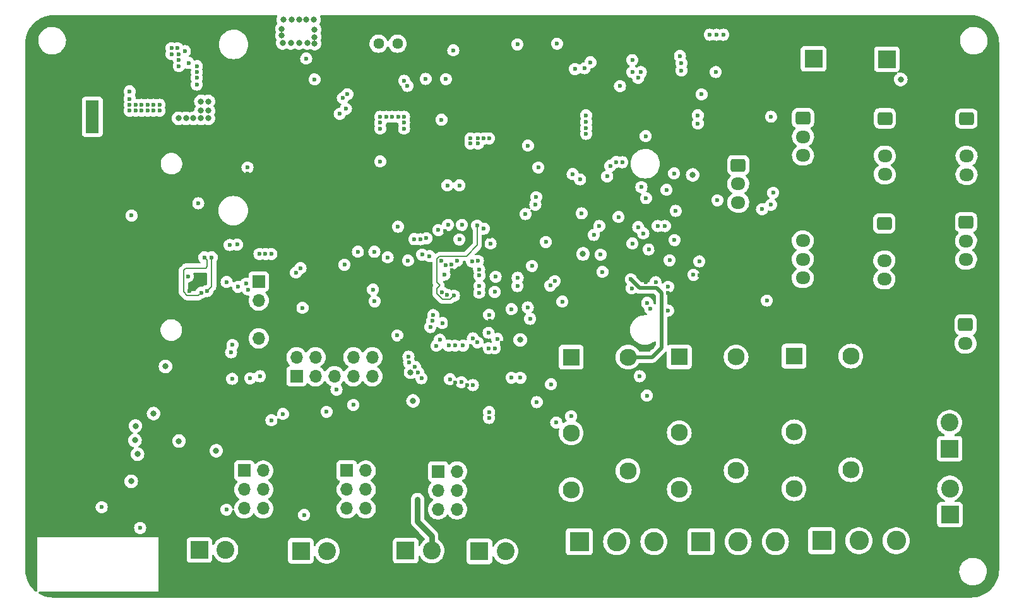
<source format=gbr>
G04 #@! TF.GenerationSoftware,KiCad,Pcbnew,7.0.2*
G04 #@! TF.CreationDate,2023-12-02T10:50:19+03:00*
G04 #@! TF.ProjectId,RpiPico_Agriboard,52706950-6963-46f5-9f41-677269626f61,rev?*
G04 #@! TF.SameCoordinates,Original*
G04 #@! TF.FileFunction,Copper,L2,Inr*
G04 #@! TF.FilePolarity,Positive*
%FSLAX46Y46*%
G04 Gerber Fmt 4.6, Leading zero omitted, Abs format (unit mm)*
G04 Created by KiCad (PCBNEW 7.0.2) date 2023-12-02 10:50:19*
%MOMM*%
%LPD*%
G01*
G04 APERTURE LIST*
G04 Aperture macros list*
%AMRoundRect*
0 Rectangle with rounded corners*
0 $1 Rounding radius*
0 $2 $3 $4 $5 $6 $7 $8 $9 X,Y pos of 4 corners*
0 Add a 4 corners polygon primitive as box body*
4,1,4,$2,$3,$4,$5,$6,$7,$8,$9,$2,$3,0*
0 Add four circle primitives for the rounded corners*
1,1,$1+$1,$2,$3*
1,1,$1+$1,$4,$5*
1,1,$1+$1,$6,$7*
1,1,$1+$1,$8,$9*
0 Add four rect primitives between the rounded corners*
20,1,$1+$1,$2,$3,$4,$5,0*
20,1,$1+$1,$4,$5,$6,$7,0*
20,1,$1+$1,$6,$7,$8,$9,0*
20,1,$1+$1,$8,$9,$2,$3,0*%
G04 Aperture macros list end*
G04 #@! TA.AperFunction,ComponentPad*
%ADD10R,2.400000X2.400000*%
G04 #@! TD*
G04 #@! TA.AperFunction,ComponentPad*
%ADD11C,2.400000*%
G04 #@! TD*
G04 #@! TA.AperFunction,ComponentPad*
%ADD12R,2.300000X2.300000*%
G04 #@! TD*
G04 #@! TA.AperFunction,ComponentPad*
%ADD13C,2.300000*%
G04 #@! TD*
G04 #@! TA.AperFunction,ComponentPad*
%ADD14R,1.700000X1.700000*%
G04 #@! TD*
G04 #@! TA.AperFunction,ComponentPad*
%ADD15O,1.700000X1.700000*%
G04 #@! TD*
G04 #@! TA.AperFunction,ComponentPad*
%ADD16O,1.900000X1.200000*%
G04 #@! TD*
G04 #@! TA.AperFunction,ComponentPad*
%ADD17C,1.450000*%
G04 #@! TD*
G04 #@! TA.AperFunction,ComponentPad*
%ADD18RoundRect,0.250000X-0.725000X0.600000X-0.725000X-0.600000X0.725000X-0.600000X0.725000X0.600000X0*%
G04 #@! TD*
G04 #@! TA.AperFunction,ComponentPad*
%ADD19O,1.950000X1.700000*%
G04 #@! TD*
G04 #@! TA.AperFunction,ComponentPad*
%ADD20R,2.600000X2.600000*%
G04 #@! TD*
G04 #@! TA.AperFunction,ComponentPad*
%ADD21C,2.600000*%
G04 #@! TD*
G04 #@! TA.AperFunction,ComponentPad*
%ADD22R,1.800000X4.400000*%
G04 #@! TD*
G04 #@! TA.AperFunction,ComponentPad*
%ADD23O,1.800000X4.000000*%
G04 #@! TD*
G04 #@! TA.AperFunction,ComponentPad*
%ADD24O,4.000000X1.800000*%
G04 #@! TD*
G04 #@! TA.AperFunction,ComponentPad*
%ADD25C,1.440000*%
G04 #@! TD*
G04 #@! TA.AperFunction,ViaPad*
%ADD26C,0.600000*%
G04 #@! TD*
G04 #@! TA.AperFunction,ViaPad*
%ADD27C,0.800000*%
G04 #@! TD*
G04 #@! TA.AperFunction,Conductor*
%ADD28C,0.200000*%
G04 #@! TD*
G04 #@! TA.AperFunction,Conductor*
%ADD29C,0.500000*%
G04 #@! TD*
G04 #@! TA.AperFunction,Conductor*
%ADD30C,0.750000*%
G04 #@! TD*
G04 APERTURE END LIST*
D10*
X180100000Y-122100000D03*
D11*
X183600000Y-122100000D03*
X187100000Y-122100000D03*
D12*
X222290000Y-95900000D03*
D13*
X222290000Y-106060000D03*
X222290000Y-113680000D03*
X229910000Y-111140000D03*
X229910000Y-95900000D03*
D14*
X155570000Y-98600000D03*
D15*
X155570000Y-96060000D03*
X158110000Y-98600000D03*
X158110000Y-96060000D03*
X160650000Y-98600000D03*
X160650000Y-96060000D03*
X163190000Y-98600000D03*
X163190000Y-96060000D03*
X165730000Y-98600000D03*
X165730000Y-96060000D03*
D16*
X120787500Y-74175000D03*
D17*
X123487500Y-75175000D03*
X123487500Y-80175000D03*
D16*
X120787500Y-81175000D03*
D10*
X234750000Y-56100000D03*
D11*
X231250000Y-56100000D03*
D18*
X245350000Y-77950000D03*
D19*
X245350000Y-80450000D03*
X245350000Y-82950000D03*
X245350000Y-85450000D03*
D18*
X245425000Y-64075000D03*
D19*
X245425000Y-66575000D03*
X245425000Y-69075000D03*
X245425000Y-71575000D03*
D10*
X224900000Y-56025000D03*
D11*
X221400000Y-56025000D03*
D20*
X226000000Y-120662500D03*
D21*
X231000000Y-120662500D03*
X236000000Y-120662500D03*
D22*
X128200000Y-63800000D03*
D23*
X122400000Y-63800000D03*
D24*
X125200000Y-68600000D03*
D20*
X193500000Y-120800000D03*
D21*
X198500000Y-120800000D03*
X203500000Y-120800000D03*
D18*
X214800000Y-70300000D03*
D19*
X214800000Y-72800000D03*
X214800000Y-75300000D03*
X214800000Y-77800000D03*
D18*
X223475000Y-77925000D03*
D19*
X223475000Y-80425000D03*
X223475000Y-82925000D03*
X223475000Y-85425000D03*
D14*
X150500000Y-85900000D03*
D15*
X150500000Y-88440000D03*
X150500000Y-90980000D03*
X150500000Y-93520000D03*
D12*
X192400000Y-96037500D03*
D13*
X192400000Y-106197500D03*
X192400000Y-113817500D03*
X200020000Y-111277500D03*
X200020000Y-96037500D03*
D14*
X148560000Y-111260000D03*
D15*
X151100000Y-111260000D03*
X148560000Y-113800000D03*
X151100000Y-113800000D03*
X148560000Y-116340000D03*
X151100000Y-116340000D03*
D10*
X170200000Y-122000000D03*
D11*
X173700000Y-122000000D03*
D14*
X162310000Y-111260000D03*
D15*
X164850000Y-111260000D03*
X162310000Y-113800000D03*
X164850000Y-113800000D03*
X162310000Y-116340000D03*
X164850000Y-116340000D03*
D19*
X234475000Y-71525000D03*
X234475000Y-69025000D03*
X234475000Y-66525000D03*
D18*
X234475000Y-64025000D03*
X245300000Y-91700000D03*
D19*
X245300000Y-94200000D03*
X245300000Y-96700000D03*
X245300000Y-99200000D03*
D12*
X206900000Y-96025000D03*
D13*
X206900000Y-106185000D03*
X206900000Y-113805000D03*
X214520000Y-111265000D03*
X214520000Y-96025000D03*
D10*
X243200000Y-117150000D03*
D11*
X243200000Y-113650000D03*
D18*
X223500000Y-64000000D03*
D19*
X223500000Y-66500000D03*
X223500000Y-69000000D03*
X223500000Y-71500000D03*
D14*
X174557500Y-111375000D03*
D15*
X177097500Y-111375000D03*
X174557500Y-113915000D03*
X177097500Y-113915000D03*
X174557500Y-116455000D03*
X177097500Y-116455000D03*
D10*
X156150000Y-122025000D03*
D11*
X159650000Y-122025000D03*
D25*
X166585000Y-54000000D03*
X169125000Y-54000000D03*
X171665000Y-54000000D03*
D10*
X142550000Y-121900000D03*
D11*
X146050000Y-121900000D03*
D10*
X243150000Y-108325000D03*
D11*
X243150000Y-104825000D03*
D18*
X234400000Y-78100000D03*
D19*
X234400000Y-80600000D03*
X234400000Y-83100000D03*
X234400000Y-85600000D03*
D20*
X209800000Y-120787500D03*
D21*
X214800000Y-120787500D03*
X219800000Y-120787500D03*
D26*
X177000000Y-109400000D03*
X179800000Y-109400000D03*
X180800000Y-114400000D03*
X190000000Y-114400000D03*
X190400000Y-112200000D03*
X190400000Y-110600000D03*
X185200000Y-107400000D03*
X185400000Y-108800000D03*
X185400000Y-110600000D03*
X185400000Y-112200000D03*
X185400000Y-114400000D03*
X197600000Y-61800000D03*
X197600000Y-65800000D03*
X197600000Y-63800000D03*
X216000000Y-56200000D03*
X212800000Y-56200000D03*
X214200000Y-56200000D03*
X217800000Y-56200000D03*
X196800000Y-52400000D03*
X192200000Y-53200000D03*
X180800000Y-52400000D03*
X176600000Y-52600000D03*
X173600000Y-54200000D03*
X173600000Y-52600000D03*
X181600000Y-55400000D03*
X197400000Y-58600000D03*
X197400000Y-57000000D03*
X228000000Y-55600000D03*
X216000000Y-54800000D03*
X212800000Y-54800000D03*
X214200000Y-54800000D03*
X217800000Y-54800000D03*
X233400000Y-50800000D03*
X228200000Y-50800000D03*
X223400000Y-50800000D03*
X216200000Y-50800000D03*
X211400000Y-50800000D03*
X207400000Y-50800000D03*
X203600000Y-50800000D03*
X199800000Y-50800000D03*
X196800000Y-50800000D03*
X192200000Y-50800000D03*
X189000000Y-50800000D03*
X185800000Y-50800000D03*
X182200000Y-50800000D03*
X179200000Y-50800000D03*
X176600000Y-50800000D03*
X173600000Y-50800000D03*
X185000000Y-79600000D03*
X136900000Y-102200000D03*
X135500000Y-102000000D03*
X132900000Y-102000000D03*
X127500000Y-98100000D03*
X130900000Y-101600000D03*
X129200000Y-101600000D03*
X127200000Y-101600000D03*
X138900000Y-103000000D03*
X142100000Y-104000000D03*
X143900000Y-104000000D03*
X145700000Y-103100000D03*
X148800000Y-103100000D03*
X150900000Y-103100000D03*
X156000000Y-103100000D03*
X157700000Y-103100000D03*
X167550000Y-99050000D03*
X166800000Y-93550000D03*
X163800000Y-90150000D03*
X156500000Y-91200000D03*
X160850000Y-87900000D03*
X163900000Y-87900000D03*
X166950000Y-84700000D03*
X161750000Y-85400000D03*
X160350000Y-85400000D03*
X141200000Y-82224500D03*
X176400000Y-84400000D03*
X206260000Y-80340000D03*
X200600000Y-80800000D03*
X208800000Y-85000000D03*
X203000000Y-89525500D03*
X209600000Y-83200000D03*
X202600000Y-88764500D03*
X185600000Y-98800000D03*
X184400000Y-98800000D03*
X216800000Y-72400000D03*
X210800000Y-73400000D03*
X209600000Y-73400000D03*
X211600000Y-69800000D03*
X210200000Y-69800000D03*
X205400000Y-70400000D03*
X205400000Y-69200000D03*
X203600000Y-74000000D03*
X203600000Y-73000000D03*
X194000000Y-70200000D03*
X190800000Y-71000000D03*
X190000000Y-71000000D03*
X189200000Y-71000000D03*
X193200000Y-70200000D03*
X192400000Y-70200000D03*
X191600000Y-70200000D03*
X190800000Y-70200000D03*
X190000000Y-70200000D03*
X189200000Y-70200000D03*
X186600000Y-67675000D03*
X186600000Y-69000000D03*
X186200000Y-69600000D03*
X185400000Y-71600000D03*
X184800000Y-72000000D03*
X176400000Y-71400000D03*
X175200000Y-71800000D03*
X175200000Y-71000000D03*
X175200000Y-69200000D03*
X175200000Y-68200000D03*
X175200000Y-67000000D03*
X175200000Y-70200000D03*
X191200000Y-65600000D03*
X191200000Y-64800000D03*
X191200000Y-64000000D03*
X191200000Y-63200000D03*
X191200000Y-62400000D03*
X191200000Y-61600000D03*
X191200000Y-60800000D03*
X191200000Y-60000000D03*
X191200000Y-59200000D03*
X191200000Y-58400000D03*
X190200000Y-65600000D03*
X190200000Y-64800000D03*
X190200000Y-64000000D03*
X190200000Y-63200000D03*
X190200000Y-62400000D03*
X190200000Y-61600000D03*
X190200000Y-60800000D03*
X190200000Y-60000000D03*
X190200000Y-59200000D03*
X190200000Y-58400000D03*
X189200000Y-65600000D03*
X186600000Y-65600000D03*
X187600000Y-65600000D03*
X188400000Y-65600000D03*
X189200000Y-64800000D03*
X189200000Y-64000000D03*
X189200000Y-63200000D03*
X189200000Y-62400000D03*
X189200000Y-61600000D03*
X189200000Y-60800000D03*
X189200000Y-60000000D03*
X189200000Y-59200000D03*
X189200000Y-58400000D03*
X188400000Y-58400000D03*
X187600000Y-58400000D03*
X186800000Y-58400000D03*
X186000000Y-58400000D03*
X185200000Y-58400000D03*
X184400000Y-58400000D03*
X183600000Y-58400000D03*
X182600000Y-58400000D03*
X181800000Y-58400000D03*
X181000000Y-58400000D03*
X180200000Y-58400000D03*
X179400000Y-58400000D03*
X178600000Y-58400000D03*
X177800000Y-58400000D03*
X177800000Y-59200000D03*
X177800000Y-60000000D03*
X177800000Y-60800000D03*
X178400000Y-61400000D03*
X178400000Y-62200000D03*
X178400000Y-63000000D03*
X178400000Y-63800000D03*
X178400000Y-64600000D03*
X178400000Y-65400000D03*
X180800000Y-69600000D03*
X180200000Y-72000000D03*
X178800000Y-72893746D03*
X188000000Y-70600000D03*
X183400000Y-68427057D03*
X191600000Y-71000000D03*
X180800000Y-89000000D03*
X181000000Y-82200000D03*
X173200000Y-78800000D03*
X172400000Y-78600000D03*
X170000000Y-87800000D03*
X143600000Y-78400000D03*
X141000000Y-78400000D03*
X138800000Y-77400000D03*
X137600000Y-77400000D03*
X149600000Y-55400000D03*
X149600000Y-54400000D03*
X150600000Y-54400000D03*
X150600000Y-55400000D03*
X141600000Y-68800000D03*
X141600000Y-69600000D03*
X142800000Y-69600000D03*
X144000000Y-69600000D03*
X145000000Y-69600000D03*
X146000000Y-69600000D03*
X149800000Y-69600000D03*
X148400000Y-69600000D03*
X147000000Y-69600000D03*
X145200000Y-66400000D03*
X145200000Y-65400000D03*
X145200000Y-64200000D03*
X145200000Y-63200000D03*
X145200000Y-62200000D03*
X145200000Y-61200000D03*
X146000000Y-61200000D03*
X150200000Y-61200000D03*
X151400000Y-61200000D03*
X152600000Y-61200000D03*
X153800000Y-61200000D03*
X154800000Y-61200000D03*
X156000000Y-61200000D03*
X157000000Y-61200000D03*
X158000000Y-61200000D03*
X159000000Y-61200000D03*
X157400000Y-65000000D03*
X160000000Y-65800000D03*
X159000000Y-65800000D03*
X158200000Y-65800000D03*
X157400000Y-65800000D03*
X171000000Y-51800000D03*
X171000000Y-50800000D03*
X168200000Y-51800000D03*
X168200000Y-50800000D03*
X166150000Y-60250000D03*
X164800000Y-57400000D03*
X167400000Y-57300000D03*
X164800000Y-56350000D03*
X167400000Y-61200000D03*
X166100000Y-61200000D03*
X164800000Y-61200000D03*
X164800000Y-60250000D03*
X164800000Y-59200000D03*
X164800000Y-58400000D03*
X173400000Y-56400000D03*
X174000000Y-61200000D03*
X174000000Y-67000000D03*
X172400000Y-67800000D03*
X172400000Y-69000000D03*
X171800000Y-69800000D03*
X170400000Y-69800000D03*
X149600000Y-76200000D03*
X151200000Y-76200000D03*
X153600000Y-76200000D03*
X155000000Y-76200000D03*
X152400000Y-76200000D03*
X152400000Y-74600000D03*
X153600000Y-74600000D03*
X151200000Y-74600000D03*
X149600000Y-74600000D03*
X143200000Y-74600000D03*
X143200000Y-73400000D03*
X145000000Y-73400000D03*
X147800000Y-73400000D03*
X149600000Y-73400000D03*
X151200000Y-73400000D03*
X152400000Y-72000000D03*
X153600000Y-72000000D03*
X155200000Y-72000000D03*
X156400000Y-72000000D03*
X157600000Y-72000000D03*
X158800000Y-72000000D03*
X160200000Y-72000000D03*
X161400000Y-72000000D03*
X173200000Y-72000000D03*
X172000000Y-72000000D03*
X170600000Y-72000000D03*
X169400000Y-72000000D03*
X168000000Y-72000000D03*
X166800000Y-72000000D03*
X165600000Y-72000000D03*
X164000000Y-72000000D03*
X162600000Y-72000000D03*
X165500000Y-65600000D03*
X164600000Y-65600000D03*
X167400000Y-60200000D03*
X167400000Y-59200000D03*
X167400000Y-58350000D03*
X167400000Y-56300000D03*
X166150000Y-59200000D03*
X166150000Y-58350000D03*
X166150000Y-57400000D03*
X166150000Y-56350000D03*
X165900000Y-51800000D03*
X165900000Y-50800000D03*
X163900000Y-55800000D03*
X163900000Y-54800000D03*
X163900000Y-53800000D03*
X163900000Y-52800000D03*
X163900000Y-51800000D03*
X163900000Y-50800000D03*
X161900000Y-55800000D03*
X161900000Y-54800000D03*
X161900000Y-53800000D03*
X161900000Y-52800000D03*
X161900000Y-51800000D03*
X161900000Y-50800000D03*
X159400000Y-57800000D03*
X158400000Y-57800000D03*
X158400000Y-56800000D03*
X159400000Y-56800000D03*
X159400000Y-55800000D03*
X158400000Y-55800000D03*
X154400000Y-55800000D03*
X153400000Y-55800000D03*
X155400000Y-55800000D03*
X139800000Y-57000000D03*
X139800000Y-56200000D03*
X138800000Y-55400000D03*
X139800000Y-55400000D03*
X140600000Y-55000000D03*
X139600000Y-54600000D03*
X138800000Y-54600000D03*
X137200000Y-62200000D03*
X137200000Y-63000000D03*
X136400000Y-63000000D03*
X136400000Y-62200000D03*
X135600000Y-62200000D03*
X135600000Y-63000000D03*
X134800000Y-63000000D03*
X134800000Y-62200000D03*
X134000000Y-62200000D03*
X134000000Y-63000000D03*
X133200000Y-63000000D03*
X133200000Y-62200000D03*
X133200000Y-61400000D03*
X133200000Y-60400000D03*
X172896161Y-58720661D03*
X175600000Y-58750000D03*
X158000000Y-58800000D03*
X156874500Y-56000000D03*
X162387165Y-60768444D03*
X161784194Y-61293448D03*
X161360113Y-63413296D03*
X166800000Y-69800000D03*
X170000000Y-65400000D03*
X166800000Y-65400000D03*
X166800000Y-64600000D03*
X166800000Y-63800000D03*
X167600000Y-63800000D03*
X168400000Y-63800000D03*
X169200000Y-63800000D03*
X170000000Y-63800000D03*
X172000000Y-61474500D03*
X170436341Y-59660568D03*
X170025000Y-58975000D03*
X149000000Y-71400000D03*
X149000000Y-70600000D03*
X170000000Y-64600000D03*
X162200000Y-62738796D03*
D27*
X153600000Y-52900000D03*
X153600000Y-52000000D03*
X158000000Y-52100000D03*
X158000000Y-53100000D03*
X158000000Y-54000000D03*
X157000000Y-53900000D03*
X155900000Y-53900000D03*
X154800000Y-53900000D03*
X153700000Y-53900000D03*
X157900000Y-50800000D03*
X156900000Y-50800000D03*
X155900000Y-50800000D03*
X154900000Y-50800000D03*
X153800000Y-50800000D03*
D26*
X208250000Y-62725000D03*
X208250000Y-65500000D03*
X208250000Y-64025000D03*
X205800000Y-64025000D03*
X208400000Y-70200000D03*
X208400000Y-68800000D03*
X218000000Y-78400000D03*
X221000000Y-80400000D03*
X228600000Y-80600000D03*
X228600000Y-88200000D03*
X231400000Y-90000000D03*
X237600000Y-92400000D03*
X235000000Y-92400000D03*
X185000000Y-81200000D03*
X185000000Y-82200000D03*
X182600000Y-82200000D03*
X182600000Y-81200000D03*
X199400000Y-84600000D03*
X197800000Y-84600000D03*
X199600000Y-91800000D03*
X195200000Y-95000000D03*
X179800000Y-103600000D03*
X189600000Y-102800000D03*
X190000000Y-97800000D03*
X174200000Y-101000000D03*
X183124002Y-94099326D03*
D27*
X185568057Y-93724500D03*
D26*
X140000000Y-117000000D03*
X190400000Y-84400000D03*
X183500000Y-63400000D03*
X145750000Y-99500000D03*
X233500000Y-102500000D03*
X212375000Y-123850000D03*
X146250000Y-114325000D03*
D27*
X228500000Y-105000000D03*
X138500000Y-122500000D03*
D26*
X160000000Y-74600000D03*
D27*
X233500000Y-107000000D03*
D26*
X192200000Y-76850500D03*
X205125000Y-108500000D03*
X167200000Y-97800000D03*
X139300000Y-96475000D03*
X142800000Y-117000000D03*
D27*
X124500000Y-57000000D03*
X214750000Y-102500000D03*
D26*
X200200000Y-88400000D03*
X171000000Y-113600000D03*
X168096417Y-87802509D03*
X181900000Y-69700000D03*
X227925000Y-53525000D03*
D27*
X127500000Y-105500000D03*
D26*
X163000000Y-124200000D03*
X167000000Y-107000000D03*
D27*
X120000000Y-121600000D03*
X168694622Y-89905378D03*
D26*
X238000000Y-102500000D03*
D27*
X121500000Y-60000000D03*
D26*
X169750000Y-93900000D03*
X136600000Y-90000000D03*
D27*
X149174500Y-90047931D03*
D26*
X204600000Y-58600000D03*
X239175000Y-90150000D03*
X156000000Y-74600000D03*
D27*
X119950000Y-125500000D03*
D26*
X200200000Y-81800000D03*
D27*
X196000000Y-124000000D03*
X119950000Y-122800000D03*
X150000000Y-125500000D03*
D26*
X199800000Y-63800000D03*
X126200000Y-86000000D03*
X184225000Y-88300000D03*
X167800000Y-103200000D03*
X165800000Y-74600000D03*
X196400000Y-94800000D03*
D27*
X201000000Y-124000000D03*
X138500000Y-125500000D03*
D26*
X178426937Y-99818605D03*
D27*
X191600000Y-84600000D03*
D26*
X219225000Y-108425000D03*
X143800000Y-94800000D03*
X168100000Y-84700000D03*
D27*
X245000000Y-120500000D03*
D26*
X185300000Y-106000000D03*
D27*
X130250000Y-105500000D03*
D26*
X174000000Y-68200000D03*
X171750000Y-107000000D03*
D27*
X240000000Y-87500000D03*
D26*
X142800000Y-118200000D03*
D27*
X227000000Y-124000000D03*
D26*
X139800000Y-112800000D03*
X229400000Y-123850000D03*
X130500000Y-90000000D03*
X227925000Y-57375000D03*
D27*
X186000000Y-124000000D03*
D26*
X183500000Y-59400000D03*
X120750000Y-90000000D03*
X248800000Y-92600000D03*
X161200000Y-82000000D03*
D27*
X142850000Y-85350000D03*
D26*
X177200000Y-103200000D03*
X195600000Y-76400000D03*
X221070000Y-77980000D03*
D27*
X128000000Y-90000000D03*
D26*
X167200000Y-74600000D03*
X164800000Y-103200000D03*
X164600000Y-121000000D03*
D27*
X125400000Y-118400000D03*
D26*
X175200000Y-103200000D03*
D27*
X125500000Y-119500000D03*
X248900000Y-119300000D03*
D26*
X129300000Y-69100000D03*
X204000000Y-57800000D03*
D27*
X135500000Y-96000000D03*
X233500000Y-105000000D03*
X166000000Y-125500000D03*
D26*
X153800000Y-100400000D03*
X120750000Y-86500000D03*
X228250000Y-102500000D03*
X155000000Y-74600000D03*
X239400000Y-66200000D03*
X143725000Y-55825000D03*
X160000000Y-76200000D03*
X240000000Y-83800000D03*
X154200000Y-82000000D03*
X205200000Y-81200000D03*
X143250000Y-99500000D03*
X239800000Y-68800000D03*
D27*
X152500000Y-125500000D03*
X125000000Y-109000000D03*
X133500000Y-119500000D03*
D26*
X174000000Y-70200000D03*
X148200000Y-100000000D03*
X141200000Y-83200500D03*
X143550000Y-54200000D03*
X174000000Y-72400000D03*
D27*
X239000000Y-98000000D03*
X227000000Y-96000000D03*
X203000000Y-64000000D03*
D26*
X205400000Y-87400000D03*
X229200000Y-92400000D03*
X190400000Y-76800000D03*
X216200000Y-68200000D03*
X124575000Y-60200000D03*
X175400000Y-100200000D03*
D27*
X241000000Y-59000000D03*
X237500000Y-90000000D03*
X129500000Y-79000000D03*
D26*
X186100000Y-104600000D03*
X132750000Y-95250000D03*
X212400000Y-79800000D03*
X164625000Y-122475000D03*
D27*
X231600000Y-70000000D03*
D26*
X141200000Y-89400000D03*
D27*
X232500000Y-98000000D03*
X182600000Y-79800000D03*
D26*
X182600000Y-102600000D03*
X176860000Y-99430000D03*
X239400000Y-57400000D03*
X183500000Y-61000000D03*
D27*
X128400000Y-118400000D03*
D26*
X184274500Y-70200000D03*
X228000000Y-63000000D03*
X152200000Y-98200000D03*
D27*
X131000000Y-119500000D03*
X243500000Y-83000000D03*
D26*
X164000000Y-76200000D03*
X209800000Y-77200000D03*
D27*
X203200000Y-94600000D03*
D26*
X191125498Y-80900000D03*
D27*
X125500000Y-80500000D03*
D26*
X123925000Y-105400000D03*
D27*
X129400000Y-118400000D03*
X196500000Y-106000000D03*
D26*
X139000000Y-99500000D03*
X184493246Y-72893246D03*
D27*
X198000000Y-101500000D03*
X238000000Y-117500000D03*
D26*
X159800000Y-82000000D03*
D27*
X228500000Y-107000000D03*
X233000000Y-118000000D03*
X200000000Y-106000000D03*
D26*
X218200000Y-80400000D03*
X184500000Y-105000000D03*
X145000000Y-77800000D03*
X191000000Y-83000000D03*
X219250000Y-90750000D03*
D27*
X249000000Y-110800000D03*
D26*
X199600000Y-93000000D03*
D27*
X132400000Y-118400000D03*
D26*
X124200000Y-86000000D03*
D27*
X125500000Y-79000000D03*
D26*
X191200000Y-124000000D03*
D27*
X246500000Y-59000000D03*
D26*
X160000000Y-77600000D03*
D27*
X138500000Y-124000000D03*
X240000000Y-85500000D03*
X219000000Y-105000000D03*
D26*
X145000000Y-74800000D03*
X223500000Y-102500000D03*
D27*
X125000000Y-113000000D03*
X161500000Y-91000000D03*
D26*
X177000000Y-107000000D03*
X155650000Y-87290000D03*
D27*
X130900000Y-118400000D03*
D26*
X189200000Y-89400000D03*
X177200000Y-100800000D03*
X120750000Y-95250000D03*
X199000000Y-79800000D03*
X228650000Y-76400000D03*
D27*
X243500000Y-75500000D03*
X124000000Y-119500000D03*
X242000000Y-127500000D03*
X207600000Y-89400000D03*
X138500000Y-127000000D03*
X227500000Y-69900000D03*
D26*
X192200000Y-87400000D03*
X219250000Y-112500000D03*
D27*
X237000000Y-98000000D03*
D26*
X130300000Y-67600000D03*
X192950000Y-123950000D03*
D27*
X190600000Y-79600000D03*
D26*
X181500000Y-79900000D03*
X147600000Y-72200000D03*
D27*
X119950000Y-124000000D03*
X238000000Y-115000000D03*
X193000000Y-101500000D03*
X152500000Y-122500000D03*
D26*
X176175000Y-86225000D03*
X183500000Y-62200000D03*
X162400000Y-76200000D03*
D27*
X140000000Y-104300000D03*
X179750000Y-107000000D03*
D26*
X174000000Y-73400000D03*
X228525000Y-83775000D03*
X143200000Y-72200000D03*
D27*
X129500000Y-119500000D03*
X127500000Y-113000000D03*
D26*
X207975000Y-102450000D03*
D27*
X210500000Y-102500000D03*
D26*
X124750000Y-95250000D03*
X239400000Y-61800000D03*
D27*
X164750000Y-107000000D03*
D26*
X139800000Y-118800000D03*
X248750000Y-121100000D03*
D27*
X152500000Y-106000000D03*
D26*
X176575000Y-79175000D03*
D27*
X221500000Y-124000000D03*
X129500000Y-80500000D03*
D26*
X164000000Y-74600000D03*
X204650000Y-64025000D03*
X128400000Y-86000000D03*
D27*
X241000000Y-57000000D03*
D26*
X199750000Y-108500000D03*
X158200000Y-77600000D03*
D27*
X127500000Y-95500000D03*
D26*
X196200000Y-98400000D03*
D27*
X120000000Y-120200000D03*
D26*
X238000000Y-107250000D03*
X237900000Y-110800000D03*
D27*
X233500000Y-124000000D03*
D26*
X132074500Y-68600000D03*
D27*
X134500000Y-90000000D03*
D26*
X204000000Y-59000000D03*
X168150000Y-111525000D03*
X148750000Y-104000000D03*
X240000000Y-99200000D03*
X184600000Y-71200000D03*
X184500000Y-91200000D03*
D27*
X243500000Y-72500000D03*
X248950000Y-115500000D03*
D26*
X219250000Y-102500000D03*
D27*
X233500000Y-109500000D03*
X138500000Y-120500000D03*
D26*
X162200000Y-74600000D03*
X177400000Y-84800000D03*
X207600000Y-79800000D03*
X204725000Y-123850000D03*
X240000000Y-93200000D03*
X180800000Y-70600000D03*
X158400000Y-93000000D03*
X191600000Y-98400000D03*
X214800000Y-89265500D03*
D27*
X238000000Y-105000000D03*
D26*
X186800000Y-79600000D03*
X166600000Y-121000000D03*
X246600000Y-57400000D03*
X160800000Y-93000000D03*
D27*
X127500000Y-109000000D03*
D26*
X174000000Y-69200000D03*
D27*
X248500000Y-59000000D03*
D26*
X219250000Y-107250000D03*
X195750000Y-101750000D03*
D27*
X128500000Y-119500000D03*
X163000000Y-125500000D03*
D26*
X142137180Y-93537180D03*
X177400000Y-86200000D03*
X240000000Y-74600000D03*
X193800000Y-98400000D03*
D27*
X210700000Y-85200000D03*
D26*
X176100000Y-91528006D03*
X203775500Y-81400000D03*
X127100000Y-60200000D03*
D27*
X228500000Y-109500000D03*
X249100000Y-99100000D03*
D26*
X140100000Y-102700000D03*
D27*
X209500000Y-97250000D03*
X156000000Y-106000000D03*
D26*
X212000000Y-91250000D03*
D27*
X242000000Y-120500000D03*
D26*
X143000000Y-91400000D03*
X192400000Y-90200000D03*
X174600000Y-98600000D03*
D27*
X243500000Y-85500000D03*
D26*
X155600000Y-93000000D03*
X158200000Y-74600000D03*
D27*
X217500000Y-124000000D03*
D26*
X181790213Y-70590213D03*
X211600000Y-77000000D03*
X158410000Y-85400500D03*
X155250000Y-90750000D03*
D27*
X121500000Y-58000000D03*
D26*
X181542623Y-91149500D03*
X145750000Y-104000000D03*
D27*
X132500000Y-119500000D03*
D26*
X162800000Y-93000000D03*
D27*
X130000000Y-109000000D03*
D26*
X202400000Y-86000000D03*
X213050000Y-102450000D03*
X242000000Y-123575000D03*
X204800000Y-85600000D03*
X130200000Y-85600000D03*
X139700000Y-114350000D03*
X221160000Y-83900000D03*
D27*
X163000000Y-122500000D03*
X214900000Y-85300000D03*
D26*
X219250000Y-95250000D03*
X194500000Y-108500000D03*
D27*
X126900000Y-118400000D03*
D26*
X198000000Y-93000000D03*
D27*
X243500000Y-59000000D03*
X239000000Y-51500000D03*
X211800000Y-89165500D03*
D26*
X187400000Y-80200000D03*
D27*
X207000000Y-124000000D03*
X233000000Y-115000000D03*
D26*
X141200000Y-87200000D03*
D27*
X235000000Y-90000000D03*
D26*
X198200000Y-82200000D03*
X171963589Y-85338589D03*
D27*
X241500000Y-51500000D03*
D26*
X125000000Y-90000000D03*
X200400000Y-84400000D03*
X123775000Y-113800000D03*
X130075000Y-110525000D03*
X203800000Y-77200000D03*
D27*
X211750000Y-97250000D03*
D26*
X145000000Y-72200000D03*
X140065000Y-94800000D03*
X144200000Y-90000000D03*
D27*
X202100000Y-61900000D03*
X120000000Y-57000000D03*
X221100000Y-76300000D03*
D26*
X150175000Y-122475000D03*
D27*
X133400000Y-118400000D03*
D26*
X163000000Y-121000000D03*
X200000000Y-77200000D03*
X191000000Y-101750000D03*
X183400000Y-64600000D03*
D27*
X127000000Y-119500000D03*
D26*
X137800000Y-96000000D03*
X209800000Y-79800000D03*
X199050000Y-61000000D03*
X149000000Y-82200000D03*
X158200000Y-76200000D03*
X177000000Y-85500000D03*
D27*
X130000000Y-113000000D03*
X213750000Y-106250000D03*
D26*
X190400000Y-108400000D03*
X175475000Y-79175000D03*
X153250000Y-94750000D03*
X196150000Y-96125000D03*
X162400000Y-82000000D03*
D27*
X226500000Y-90000000D03*
X238000000Y-124000000D03*
D26*
X214000000Y-108450000D03*
X174000000Y-71400000D03*
X188200000Y-79324500D03*
X138600000Y-89400000D03*
X214750000Y-91250000D03*
X186000000Y-87400000D03*
X189000000Y-83000000D03*
X156000000Y-76200000D03*
D27*
X140500000Y-90000000D03*
D26*
X228525000Y-90100000D03*
X176600000Y-54900000D03*
X194400000Y-65300000D03*
X201750000Y-57800000D03*
X194400000Y-64500000D03*
D27*
X236600000Y-58800000D03*
D26*
X200600000Y-56200000D03*
X198950000Y-59700000D03*
X202550000Y-101200000D03*
X200600000Y-57800000D03*
X177400000Y-73000500D03*
X194400000Y-63600000D03*
X175800000Y-73000000D03*
X194400000Y-66100000D03*
X200400000Y-85600000D03*
X201400000Y-58600000D03*
X150600000Y-82200000D03*
X206200000Y-71400000D03*
X219200000Y-63800000D03*
X207000000Y-55650000D03*
X207200000Y-56600000D03*
X187800000Y-102075000D03*
X174600000Y-79000000D03*
D27*
X138000000Y-97275000D03*
D26*
X151400000Y-82200000D03*
X181393167Y-90364091D03*
X152200000Y-82200000D03*
X189000000Y-80600000D03*
D27*
X133396043Y-112698922D03*
D26*
X205196432Y-73603568D03*
X193600000Y-72200000D03*
X147725500Y-86611829D03*
X156370863Y-89429137D03*
X209890498Y-60800000D03*
X211800000Y-57800000D03*
X207200000Y-57600000D03*
X175122590Y-91469798D03*
D27*
X136400000Y-103600000D03*
D26*
X184400000Y-89600000D03*
X175419161Y-84968661D03*
X181600000Y-80800000D03*
X175062714Y-87336797D03*
X182150000Y-87300000D03*
X182272649Y-85256622D03*
X170590000Y-95974500D03*
X193798176Y-76754002D03*
X195445000Y-79645000D03*
X170661672Y-96770784D03*
X196343911Y-82296089D03*
X171460000Y-97350000D03*
X133450000Y-77050000D03*
X156600000Y-117200000D03*
X196600000Y-84600000D03*
X171892496Y-98069318D03*
X146175000Y-116500000D03*
X171800000Y-115125000D03*
X201600000Y-98600000D03*
X143200000Y-82650500D03*
X201400000Y-78604500D03*
X142800000Y-87400000D03*
X187716804Y-74579500D03*
X162000000Y-83651020D03*
X146800000Y-95400000D03*
X173787012Y-91190979D03*
X198426837Y-69875840D03*
X163800000Y-81903939D03*
X146975500Y-94400000D03*
X143600000Y-87175998D03*
X187600000Y-75600000D03*
X173900000Y-90399500D03*
X202074500Y-79443484D03*
X144200000Y-82650500D03*
X199250500Y-69900000D03*
X189602255Y-86439986D03*
X156100521Y-84099479D03*
X190203297Y-85838944D03*
X155499479Y-84700521D03*
X177690000Y-99389500D03*
X176849750Y-94500500D03*
X175783268Y-87683214D03*
X181325292Y-92775500D03*
X179225910Y-99789500D03*
X177900000Y-94500000D03*
X175003500Y-83128500D03*
X197240500Y-71800000D03*
X197640500Y-70389261D03*
X173400000Y-82500500D03*
X219200000Y-75600000D03*
D27*
X193990500Y-82200000D03*
D26*
X174800000Y-93700000D03*
X173509500Y-92000000D03*
X172329873Y-98863295D03*
X179899504Y-83151102D03*
X163200000Y-102449500D03*
X179827538Y-94050999D03*
X179101462Y-83199397D03*
X179225000Y-93525500D03*
D27*
X171200000Y-101900500D03*
X170867192Y-98057772D03*
D26*
X167800000Y-82649500D03*
D27*
X208700000Y-71599500D03*
D26*
X170520254Y-83089500D03*
X180700000Y-78800000D03*
X198760131Y-77253377D03*
X206423911Y-76423911D03*
X218000000Y-76200000D03*
X169080839Y-93128661D03*
X166040000Y-88550000D03*
X180076942Y-87410207D03*
X185200000Y-86499500D03*
X186903888Y-90903888D03*
X150658346Y-98600500D03*
X182500000Y-93599500D03*
X153752223Y-103670661D03*
X181397432Y-103393438D03*
X192400000Y-103975500D03*
X149350000Y-98875000D03*
X152200000Y-104500500D03*
X190400000Y-104800000D03*
X181400000Y-104200000D03*
X180101006Y-86515472D03*
X185222500Y-85400000D03*
X180058851Y-84293326D03*
X186269788Y-76850500D03*
X180100000Y-85100000D03*
X187161210Y-83818105D03*
X177400000Y-80250000D03*
X171371081Y-80221897D03*
X177100000Y-83102497D03*
X172985932Y-80099500D03*
X172199137Y-80241663D03*
X176349543Y-83600498D03*
X175900000Y-78299500D03*
X169180500Y-78550298D03*
X166016068Y-81916068D03*
X141000000Y-85199500D03*
X149074500Y-86975500D03*
X212000000Y-75000000D03*
X209400000Y-63600000D03*
X209400000Y-64700000D03*
X205000000Y-78449500D03*
X181400000Y-66700000D03*
X179900000Y-67400000D03*
X180700000Y-66700000D03*
X178900000Y-66700000D03*
X142200000Y-57800000D03*
X178900000Y-67400000D03*
X142200000Y-58600000D03*
X141100000Y-56600000D03*
X142200000Y-59500000D03*
X142200000Y-57000000D03*
X179900000Y-66700000D03*
D27*
X134250000Y-109050000D03*
D26*
X181351590Y-94850999D03*
X177764330Y-78299500D03*
X176000000Y-94500500D03*
X189693246Y-99693246D03*
X202800000Y-81600000D03*
X179800000Y-78400000D03*
X176150000Y-98989500D03*
X203735500Y-86000000D03*
X176686885Y-87800500D03*
X182151093Y-94850999D03*
X175556962Y-83705461D03*
X146199500Y-85963362D03*
X129440000Y-116170000D03*
X204000000Y-78450000D03*
X134600000Y-118940000D03*
X202449000Y-74720500D03*
X146600000Y-81000000D03*
X205600000Y-83050500D03*
X205400000Y-86600000D03*
X160940500Y-100400000D03*
D27*
X133975000Y-105280500D03*
D26*
X219500000Y-74000000D03*
X174330997Y-94524493D03*
X186576944Y-89376944D03*
X200520273Y-86799500D03*
X165824500Y-86973911D03*
X218658411Y-88458411D03*
X172409940Y-82290060D03*
X201824500Y-73240000D03*
X196175498Y-78449500D03*
D27*
X144800000Y-108600000D03*
X139800000Y-107300000D03*
X133900000Y-107200000D03*
D26*
X159600000Y-103375500D03*
X211000000Y-52800000D03*
D27*
X143750000Y-64000000D03*
X143750000Y-61750000D03*
D26*
X190500000Y-54000000D03*
X194200000Y-57300000D03*
X175025000Y-64200000D03*
D27*
X143750000Y-63000000D03*
X142750000Y-63000000D03*
D26*
X195000000Y-56500000D03*
X212800000Y-52800000D03*
X185200000Y-54100000D03*
X192900000Y-57400000D03*
X211900000Y-52800000D03*
D27*
X142750000Y-61750000D03*
X140750000Y-64000000D03*
X142750000Y-64000000D03*
X139750000Y-64000000D03*
X141750000Y-64000000D03*
D26*
X146950000Y-98950000D03*
X142400000Y-75400000D03*
X202400000Y-66400500D03*
X148800000Y-86200000D03*
X147600000Y-80950500D03*
X192600500Y-71491956D03*
X199000000Y-82400000D03*
X203400000Y-82485500D03*
X209623911Y-85023911D03*
X191224500Y-88600000D03*
X205400000Y-89800000D03*
D28*
X143600000Y-83050500D02*
X143200000Y-82650500D01*
X140700000Y-84100000D02*
X143400000Y-84100000D01*
X143400000Y-84100000D02*
X143600000Y-83900000D01*
X140400000Y-87300000D02*
X140400000Y-84400000D01*
X140400000Y-84400000D02*
X140700000Y-84100000D01*
X140900000Y-87800000D02*
X140400000Y-87300000D01*
X142400000Y-87800000D02*
X140900000Y-87800000D01*
X142800000Y-87400000D02*
X142400000Y-87800000D01*
X143600000Y-83900000D02*
X143600000Y-83050500D01*
X176204172Y-88283214D02*
X176686885Y-87800500D01*
X175160602Y-88283214D02*
X176204172Y-88283214D01*
X174418176Y-87540788D02*
X175160602Y-88283214D01*
X174418176Y-86818174D02*
X174418176Y-87540788D01*
X174818175Y-86418175D02*
X174418176Y-86818174D01*
X174403500Y-82879971D02*
X174403500Y-86003500D01*
X175000000Y-82528500D02*
X174754971Y-82528500D01*
X175026003Y-82502497D02*
X175000000Y-82528500D01*
X174754971Y-82528500D02*
X174403500Y-82879971D01*
X178331817Y-82502497D02*
X175026003Y-82502497D01*
X174403500Y-86003500D02*
X174818175Y-86418175D01*
X179800000Y-78400000D02*
X179800000Y-81034314D01*
X179800000Y-81034314D02*
X178331817Y-82502497D01*
D29*
X202565000Y-86775000D02*
X201575000Y-86775000D01*
X202565000Y-86775000D02*
X203850000Y-86775000D01*
X201575000Y-86775000D02*
X200400000Y-85600000D01*
X204525000Y-87450000D02*
X204525000Y-94775000D01*
X204525000Y-94775000D02*
X203262500Y-96037500D01*
X203262500Y-96037500D02*
X200020000Y-96037500D01*
X203850000Y-86775000D02*
X204525000Y-87450000D01*
D30*
X171800000Y-118100000D02*
X171800000Y-115125000D01*
X173700000Y-120000000D02*
X171800000Y-118100000D01*
X173700000Y-122000000D02*
X173700000Y-120000000D01*
D28*
X144200000Y-86575998D02*
X143600000Y-87175998D01*
X144200000Y-82650500D02*
X144200000Y-86575998D01*
G04 #@! TA.AperFunction,Conductor*
G36*
X143451772Y-84707719D02*
G01*
X143456318Y-84707422D01*
X143456332Y-84707422D01*
X143451778Y-84707720D01*
X143519190Y-84718226D01*
X143572294Y-84765348D01*
X143591500Y-84832214D01*
X143591500Y-86250738D01*
X143571498Y-86318859D01*
X143517842Y-86365352D01*
X143479610Y-86375945D01*
X143418954Y-86382780D01*
X143246985Y-86442954D01*
X143092718Y-86539887D01*
X143064191Y-86568413D01*
X143001878Y-86602436D01*
X142960991Y-86604523D01*
X142800000Y-86586384D01*
X142618950Y-86606783D01*
X142446985Y-86666956D01*
X142292717Y-86763889D01*
X142163889Y-86892717D01*
X142090205Y-87009986D01*
X142066957Y-87046985D01*
X142053706Y-87084856D01*
X142045917Y-87107115D01*
X142004539Y-87164807D01*
X141938539Y-87190969D01*
X141926988Y-87191500D01*
X141204239Y-87191500D01*
X141136118Y-87171498D01*
X141115144Y-87154595D01*
X141045405Y-87084856D01*
X141011379Y-87022544D01*
X141008500Y-86995761D01*
X141008500Y-86124758D01*
X141028502Y-86056637D01*
X141082158Y-86010144D01*
X141120389Y-85999551D01*
X141181047Y-85992717D01*
X141353015Y-85932543D01*
X141507281Y-85835611D01*
X141636111Y-85706781D01*
X141733043Y-85552515D01*
X141793217Y-85380547D01*
X141813616Y-85199500D01*
X141793217Y-85018453D01*
X141748057Y-84889393D01*
X141743411Y-84876115D01*
X141739791Y-84805211D01*
X141775081Y-84743606D01*
X141838074Y-84710859D01*
X141862340Y-84708500D01*
X143351864Y-84708500D01*
X143368307Y-84709577D01*
X143400000Y-84713750D01*
X143439880Y-84708500D01*
X143439885Y-84708500D01*
X143449042Y-84707294D01*
X143451772Y-84707719D01*
G37*
G04 #@! TD.AperFunction*
G04 #@! TA.AperFunction,Conductor*
G36*
X152946959Y-50220502D02*
G01*
X152993452Y-50274158D01*
X153003556Y-50344432D01*
X152987957Y-50389500D01*
X152965472Y-50428443D01*
X152906458Y-50610070D01*
X152886496Y-50799999D01*
X152906458Y-50989929D01*
X152965472Y-51171556D01*
X152981412Y-51199164D01*
X152998150Y-51268160D01*
X152974929Y-51335251D01*
X152965930Y-51346474D01*
X152860958Y-51463057D01*
X152765472Y-51628443D01*
X152706458Y-51810070D01*
X152686496Y-51999999D01*
X152706458Y-52189929D01*
X152765471Y-52371553D01*
X152765473Y-52371556D01*
X152774389Y-52386999D01*
X152791127Y-52455993D01*
X152774391Y-52512997D01*
X152765472Y-52528445D01*
X152706458Y-52710070D01*
X152686496Y-52900000D01*
X152706458Y-53089929D01*
X152765472Y-53271555D01*
X152854822Y-53426313D01*
X152871560Y-53495308D01*
X152865536Y-53528249D01*
X152806458Y-53710070D01*
X152786496Y-53899999D01*
X152806458Y-54089929D01*
X152865472Y-54271556D01*
X152960958Y-54436942D01*
X153051000Y-54536944D01*
X153088747Y-54578866D01*
X153243248Y-54691118D01*
X153417712Y-54768794D01*
X153604513Y-54808500D01*
X153604515Y-54808500D01*
X153795485Y-54808500D01*
X153795487Y-54808500D01*
X153982288Y-54768794D01*
X154156752Y-54691118D01*
X154175939Y-54677177D01*
X154242805Y-54653319D01*
X154311957Y-54669398D01*
X154324056Y-54677174D01*
X154343248Y-54691118D01*
X154517712Y-54768794D01*
X154704513Y-54808500D01*
X154704515Y-54808500D01*
X154895485Y-54808500D01*
X154895487Y-54808500D01*
X155082288Y-54768794D01*
X155256752Y-54691118D01*
X155275939Y-54677177D01*
X155342805Y-54653319D01*
X155411957Y-54669398D01*
X155424056Y-54677174D01*
X155443248Y-54691118D01*
X155617712Y-54768794D01*
X155804513Y-54808500D01*
X155804515Y-54808500D01*
X155995485Y-54808500D01*
X155995487Y-54808500D01*
X156182288Y-54768794D01*
X156356752Y-54691118D01*
X156375939Y-54677177D01*
X156442805Y-54653319D01*
X156511957Y-54669398D01*
X156524056Y-54677174D01*
X156543248Y-54691118D01*
X156717712Y-54768794D01*
X156904513Y-54808500D01*
X156904515Y-54808500D01*
X157095485Y-54808500D01*
X157095487Y-54808500D01*
X157282288Y-54768794D01*
X157358586Y-54734823D01*
X157428952Y-54725390D01*
X157483893Y-54747994D01*
X157543248Y-54791118D01*
X157717712Y-54868794D01*
X157904513Y-54908500D01*
X157904515Y-54908500D01*
X158095485Y-54908500D01*
X158095487Y-54908500D01*
X158282288Y-54868794D01*
X158456752Y-54791118D01*
X158611253Y-54678866D01*
X158739040Y-54536944D01*
X158834527Y-54371556D01*
X158893542Y-54189928D01*
X158913504Y-54000000D01*
X165351807Y-54000000D01*
X165370542Y-54214142D01*
X165426177Y-54421776D01*
X165517024Y-54616598D01*
X165640321Y-54792684D01*
X165792315Y-54944678D01*
X165792318Y-54944680D01*
X165792319Y-54944681D01*
X165845452Y-54981885D01*
X165968401Y-55067975D01*
X165968402Y-55067975D01*
X165968403Y-55067976D01*
X166163223Y-55158822D01*
X166370858Y-55214458D01*
X166585000Y-55233193D01*
X166799142Y-55214458D01*
X167006777Y-55158822D01*
X167201597Y-55067976D01*
X167377681Y-54944681D01*
X167529681Y-54792681D01*
X167652976Y-54616597D01*
X167740804Y-54428247D01*
X167787722Y-54374962D01*
X167856000Y-54355501D01*
X167923960Y-54376043D01*
X167969195Y-54428247D01*
X168057024Y-54616598D01*
X168180321Y-54792684D01*
X168332315Y-54944678D01*
X168332318Y-54944680D01*
X168332319Y-54944681D01*
X168385452Y-54981885D01*
X168508401Y-55067975D01*
X168508402Y-55067975D01*
X168508403Y-55067976D01*
X168703223Y-55158822D01*
X168910858Y-55214458D01*
X169125000Y-55233193D01*
X169339142Y-55214458D01*
X169546777Y-55158822D01*
X169741597Y-55067976D01*
X169917681Y-54944681D01*
X169962362Y-54900000D01*
X175786384Y-54900000D01*
X175806783Y-55081049D01*
X175866956Y-55253014D01*
X175963889Y-55407282D01*
X176092717Y-55536110D01*
X176092719Y-55536111D01*
X176246985Y-55633043D01*
X176418953Y-55693217D01*
X176600000Y-55713616D01*
X176781047Y-55693217D01*
X176953015Y-55633043D01*
X177107281Y-55536111D01*
X177236111Y-55407281D01*
X177333043Y-55253015D01*
X177393217Y-55081047D01*
X177413616Y-54900000D01*
X177393217Y-54718953D01*
X177333043Y-54546985D01*
X177271545Y-54449111D01*
X177236110Y-54392717D01*
X177107282Y-54263889D01*
X176953014Y-54166956D01*
X176781049Y-54106783D01*
X176720838Y-54099999D01*
X184386384Y-54099999D01*
X184406783Y-54281049D01*
X184466956Y-54453014D01*
X184563889Y-54607282D01*
X184692717Y-54736110D01*
X184751448Y-54773013D01*
X184846985Y-54833043D01*
X185018953Y-54893217D01*
X185200000Y-54913616D01*
X185381047Y-54893217D01*
X185553015Y-54833043D01*
X185707281Y-54736111D01*
X185836111Y-54607281D01*
X185933043Y-54453015D01*
X185993217Y-54281047D01*
X186013616Y-54100000D01*
X186002349Y-54000000D01*
X189686384Y-54000000D01*
X189706783Y-54181049D01*
X189766956Y-54353014D01*
X189863889Y-54507282D01*
X189992717Y-54636110D01*
X190146985Y-54733043D01*
X190300848Y-54786882D01*
X190318953Y-54793217D01*
X190500000Y-54813616D01*
X190681047Y-54793217D01*
X190853015Y-54733043D01*
X191007281Y-54636111D01*
X191136111Y-54507281D01*
X191233043Y-54353015D01*
X191293217Y-54181047D01*
X191313616Y-54000000D01*
X191293217Y-53818953D01*
X191240315Y-53667766D01*
X244545787Y-53667766D01*
X244575413Y-53937015D01*
X244586151Y-53978087D01*
X244643928Y-54199088D01*
X244674724Y-54271556D01*
X244726211Y-54392717D01*
X244749870Y-54448390D01*
X244890982Y-54679610D01*
X245064255Y-54887820D01*
X245064256Y-54887821D01*
X245064258Y-54887823D01*
X245265993Y-55068578D01*
X245265995Y-55068579D01*
X245265998Y-55068582D01*
X245491910Y-55218044D01*
X245524224Y-55233192D01*
X245737171Y-55333018D01*
X245737173Y-55333018D01*
X245737176Y-55333020D01*
X245996569Y-55411060D01*
X245996572Y-55411060D01*
X245996574Y-55411061D01*
X246264558Y-55450500D01*
X246264561Y-55450500D01*
X246465330Y-55450500D01*
X246467631Y-55450500D01*
X246670156Y-55435677D01*
X246934553Y-55376780D01*
X247187558Y-55280014D01*
X247423777Y-55147441D01*
X247638177Y-54981888D01*
X247826186Y-54786881D01*
X247983799Y-54566579D01*
X248107656Y-54325675D01*
X248195118Y-54069305D01*
X248244319Y-53802933D01*
X248254212Y-53532235D01*
X248253773Y-53528249D01*
X248224586Y-53262984D01*
X248224586Y-53262982D01*
X248156072Y-53000912D01*
X248050130Y-52751610D01*
X247909018Y-52520390D01*
X247735745Y-52312180D01*
X247735741Y-52312176D01*
X247534006Y-52131421D01*
X247534003Y-52131419D01*
X247534002Y-52131418D01*
X247308090Y-51981956D01*
X247308086Y-51981954D01*
X247062828Y-51866981D01*
X246803425Y-51788938D01*
X246535442Y-51749500D01*
X246535439Y-51749500D01*
X246332369Y-51749500D01*
X246330099Y-51749666D01*
X246330075Y-51749667D01*
X246129839Y-51764323D01*
X245865449Y-51823219D01*
X245612441Y-51919985D01*
X245376225Y-52052557D01*
X245161820Y-52218114D01*
X244973815Y-52413117D01*
X244816200Y-52633422D01*
X244692342Y-52874328D01*
X244604882Y-53130693D01*
X244555681Y-53397065D01*
X244545787Y-53667766D01*
X191240315Y-53667766D01*
X191233043Y-53646985D01*
X191185772Y-53571754D01*
X191136110Y-53492717D01*
X191007282Y-53363889D01*
X190853014Y-53266956D01*
X190681049Y-53206783D01*
X190500000Y-53186384D01*
X190318950Y-53206783D01*
X190146985Y-53266956D01*
X189992717Y-53363889D01*
X189863889Y-53492717D01*
X189766956Y-53646985D01*
X189706783Y-53818950D01*
X189686384Y-54000000D01*
X186002349Y-54000000D01*
X185993217Y-53918953D01*
X185945279Y-53781955D01*
X185933043Y-53746985D01*
X185836110Y-53592717D01*
X185707282Y-53463889D01*
X185553014Y-53366956D01*
X185381049Y-53306783D01*
X185200000Y-53286384D01*
X185018950Y-53306783D01*
X184846985Y-53366956D01*
X184692717Y-53463889D01*
X184563889Y-53592717D01*
X184466956Y-53746985D01*
X184406783Y-53918950D01*
X184386384Y-54099999D01*
X176720838Y-54099999D01*
X176600000Y-54086384D01*
X176418950Y-54106783D01*
X176246985Y-54166956D01*
X176092717Y-54263889D01*
X175963889Y-54392717D01*
X175866956Y-54546985D01*
X175806783Y-54718950D01*
X175786384Y-54900000D01*
X169962362Y-54900000D01*
X170069681Y-54792681D01*
X170192976Y-54616597D01*
X170283822Y-54421777D01*
X170339458Y-54214142D01*
X170358193Y-54000000D01*
X170339458Y-53785858D01*
X170283822Y-53578223D01*
X170192976Y-53383404D01*
X170069681Y-53207319D01*
X169917681Y-53055319D01*
X169895249Y-53039612D01*
X169741598Y-52932024D01*
X169546776Y-52841177D01*
X169393100Y-52800000D01*
X210186384Y-52800000D01*
X210206783Y-52981049D01*
X210266956Y-53153014D01*
X210363889Y-53307282D01*
X210492717Y-53436110D01*
X210586930Y-53495308D01*
X210646985Y-53533043D01*
X210818953Y-53593217D01*
X211000000Y-53613616D01*
X211181047Y-53593217D01*
X211353015Y-53533043D01*
X211382966Y-53514222D01*
X211451284Y-53494918D01*
X211517033Y-53514222D01*
X211546985Y-53533043D01*
X211718953Y-53593217D01*
X211900000Y-53613616D01*
X212081047Y-53593217D01*
X212253015Y-53533043D01*
X212282966Y-53514222D01*
X212351284Y-53494918D01*
X212417033Y-53514222D01*
X212446985Y-53533043D01*
X212618953Y-53593217D01*
X212800000Y-53613616D01*
X212981047Y-53593217D01*
X213153015Y-53533043D01*
X213307281Y-53436111D01*
X213436111Y-53307281D01*
X213533043Y-53153015D01*
X213593217Y-52981047D01*
X213613616Y-52800000D01*
X213593217Y-52618953D01*
X213533043Y-52446985D01*
X213448337Y-52312176D01*
X213436110Y-52292717D01*
X213307282Y-52163889D01*
X213153014Y-52066956D01*
X212981049Y-52006783D01*
X212800000Y-51986384D01*
X212618950Y-52006783D01*
X212446986Y-52066955D01*
X212417035Y-52085775D01*
X212348714Y-52105080D01*
X212282965Y-52085775D01*
X212253013Y-52066955D01*
X212081049Y-52006783D01*
X211900000Y-51986384D01*
X211718950Y-52006783D01*
X211546986Y-52066955D01*
X211517035Y-52085775D01*
X211448714Y-52105080D01*
X211382965Y-52085775D01*
X211353013Y-52066955D01*
X211181049Y-52006783D01*
X211060348Y-51993183D01*
X211000000Y-51986384D01*
X210999999Y-51986384D01*
X210818950Y-52006783D01*
X210646985Y-52066956D01*
X210492717Y-52163889D01*
X210363889Y-52292717D01*
X210266956Y-52446985D01*
X210206783Y-52618950D01*
X210186384Y-52800000D01*
X169393100Y-52800000D01*
X169339142Y-52785542D01*
X169125000Y-52766807D01*
X168910858Y-52785542D01*
X168703223Y-52841178D01*
X168703220Y-52841179D01*
X168703221Y-52841179D01*
X168508402Y-52932024D01*
X168332316Y-53055321D01*
X168180321Y-53207316D01*
X168057024Y-53383403D01*
X167969194Y-53571754D01*
X167922276Y-53625039D01*
X167853999Y-53644500D01*
X167786039Y-53623958D01*
X167740805Y-53571754D01*
X167652976Y-53383404D01*
X167529681Y-53207319D01*
X167377681Y-53055319D01*
X167355249Y-53039612D01*
X167201598Y-52932024D01*
X167006776Y-52841177D01*
X166799142Y-52785542D01*
X166585000Y-52766807D01*
X166370858Y-52785542D01*
X166163223Y-52841178D01*
X166163220Y-52841179D01*
X166163221Y-52841179D01*
X165968402Y-52932024D01*
X165792316Y-53055321D01*
X165640321Y-53207316D01*
X165517024Y-53383402D01*
X165447246Y-53533043D01*
X165426178Y-53578223D01*
X165390849Y-53710072D01*
X165370542Y-53785859D01*
X165351807Y-54000000D01*
X158913504Y-54000000D01*
X158893542Y-53810072D01*
X158834527Y-53628444D01*
X158825610Y-53613000D01*
X158808872Y-53544007D01*
X158825611Y-53486998D01*
X158834527Y-53471556D01*
X158893542Y-53289928D01*
X158913504Y-53100000D01*
X158893542Y-52910072D01*
X158857777Y-52799999D01*
X158834528Y-52728446D01*
X158823920Y-52710072D01*
X158796741Y-52662997D01*
X158780004Y-52594005D01*
X158796741Y-52537001D01*
X158834527Y-52471556D01*
X158893542Y-52289928D01*
X158913504Y-52100000D01*
X158893542Y-51910072D01*
X158841369Y-51749500D01*
X158834527Y-51728443D01*
X158739041Y-51563057D01*
X158726718Y-51549371D01*
X158659821Y-51475074D01*
X158629105Y-51411068D01*
X158637868Y-51340615D01*
X158644331Y-51327778D01*
X158734527Y-51171556D01*
X158793542Y-50989928D01*
X158813504Y-50800000D01*
X158793542Y-50610072D01*
X158734527Y-50428444D01*
X158734527Y-50428443D01*
X158712043Y-50389500D01*
X158695305Y-50320505D01*
X158718525Y-50253413D01*
X158774332Y-50209526D01*
X158821162Y-50200500D01*
X245985118Y-50200500D01*
X246021912Y-50200500D01*
X246028094Y-50200652D01*
X246388786Y-50218371D01*
X246401085Y-50219582D01*
X246407283Y-50220502D01*
X246755240Y-50272117D01*
X246767367Y-50274529D01*
X247114672Y-50361524D01*
X247126500Y-50365111D01*
X247463623Y-50485736D01*
X247475022Y-50490458D01*
X247718420Y-50605576D01*
X247798692Y-50643542D01*
X247809597Y-50649371D01*
X248116693Y-50833437D01*
X248126974Y-50840307D01*
X248414551Y-51053589D01*
X248424097Y-51061423D01*
X248689394Y-51301873D01*
X248698126Y-51310605D01*
X248926934Y-51563057D01*
X248938571Y-51575896D01*
X248946412Y-51585450D01*
X249000391Y-51658232D01*
X249159692Y-51873025D01*
X249166562Y-51883306D01*
X249350628Y-52190402D01*
X249356457Y-52201307D01*
X249436978Y-52371553D01*
X249507372Y-52520390D01*
X249509536Y-52524964D01*
X249514267Y-52536386D01*
X249514487Y-52536999D01*
X249634886Y-52873494D01*
X249638475Y-52885327D01*
X249725470Y-53232632D01*
X249727882Y-53244759D01*
X249780416Y-53598911D01*
X249781628Y-53611216D01*
X249799348Y-53971903D01*
X249799500Y-53978086D01*
X249799500Y-124521912D01*
X249799348Y-124528095D01*
X249781628Y-124888783D01*
X249780416Y-124901088D01*
X249727882Y-125255240D01*
X249725470Y-125267367D01*
X249638475Y-125614672D01*
X249634886Y-125626505D01*
X249514268Y-125963611D01*
X249509536Y-125975035D01*
X249356457Y-126298692D01*
X249350628Y-126309597D01*
X249166562Y-126616693D01*
X249159692Y-126626974D01*
X248946415Y-126914545D01*
X248938571Y-126924103D01*
X248698132Y-127189388D01*
X248689388Y-127198132D01*
X248424103Y-127438571D01*
X248414545Y-127446415D01*
X248126974Y-127659692D01*
X248116693Y-127666562D01*
X247809597Y-127850628D01*
X247798692Y-127856457D01*
X247475035Y-128009536D01*
X247463611Y-128014268D01*
X247126505Y-128134886D01*
X247114672Y-128138475D01*
X246767367Y-128225470D01*
X246755240Y-128227882D01*
X246401088Y-128280416D01*
X246388783Y-128281628D01*
X246048759Y-128298332D01*
X246028093Y-128299348D01*
X246021912Y-128299500D01*
X122953088Y-128299500D01*
X122946906Y-128299348D01*
X122924874Y-128298265D01*
X122586216Y-128281628D01*
X122573911Y-128280416D01*
X122219759Y-128227882D01*
X122207632Y-128225470D01*
X121860327Y-128138475D01*
X121848494Y-128134886D01*
X121511388Y-128014268D01*
X121499964Y-128009536D01*
X121176307Y-127856457D01*
X121165402Y-127850628D01*
X121004310Y-127754074D01*
X120956164Y-127701897D01*
X120943870Y-127631973D01*
X120971332Y-127566502D01*
X121029830Y-127526272D01*
X121069087Y-127520000D01*
X137070000Y-127520000D01*
X137070000Y-124867766D01*
X244445787Y-124867766D01*
X244475413Y-125137015D01*
X244543928Y-125399087D01*
X244638094Y-125620680D01*
X244649870Y-125648390D01*
X244790982Y-125879610D01*
X244964255Y-126087820D01*
X244964256Y-126087821D01*
X244964258Y-126087823D01*
X245165993Y-126268578D01*
X245165995Y-126268579D01*
X245165998Y-126268582D01*
X245391910Y-126418044D01*
X245524104Y-126480014D01*
X245637171Y-126533018D01*
X245637173Y-126533018D01*
X245637176Y-126533020D01*
X245896569Y-126611060D01*
X245896572Y-126611060D01*
X245896574Y-126611061D01*
X246164558Y-126650500D01*
X246164561Y-126650500D01*
X246365330Y-126650500D01*
X246367631Y-126650500D01*
X246570156Y-126635677D01*
X246834553Y-126576780D01*
X247087558Y-126480014D01*
X247323777Y-126347441D01*
X247538177Y-126181888D01*
X247726186Y-125986881D01*
X247883799Y-125766579D01*
X248007656Y-125525675D01*
X248095118Y-125269305D01*
X248144319Y-125002933D01*
X248154212Y-124732235D01*
X248124586Y-124462982D01*
X248056072Y-124200912D01*
X247950130Y-123951610D01*
X247809018Y-123720390D01*
X247635745Y-123512180D01*
X247635741Y-123512176D01*
X247434006Y-123331421D01*
X247434003Y-123331419D01*
X247434002Y-123331418D01*
X247208090Y-123181956D01*
X247208086Y-123181954D01*
X246962828Y-123066981D01*
X246703425Y-122988938D01*
X246435442Y-122949500D01*
X246435439Y-122949500D01*
X246232369Y-122949500D01*
X246230099Y-122949666D01*
X246230075Y-122949667D01*
X246029839Y-122964323D01*
X245765449Y-123023219D01*
X245512441Y-123119985D01*
X245276225Y-123252557D01*
X245061820Y-123418114D01*
X244873815Y-123613117D01*
X244716200Y-123833422D01*
X244592342Y-124074328D01*
X244504882Y-124330693D01*
X244455681Y-124597065D01*
X244445787Y-124867766D01*
X137070000Y-124867766D01*
X137070000Y-123148638D01*
X140841500Y-123148638D01*
X140848011Y-123209201D01*
X140863969Y-123251986D01*
X140899111Y-123346205D01*
X140986738Y-123463261D01*
X141103794Y-123550888D01*
X141103795Y-123550888D01*
X141103796Y-123550889D01*
X141240799Y-123601989D01*
X141301362Y-123608500D01*
X141304731Y-123608500D01*
X143795269Y-123608500D01*
X143798638Y-123608500D01*
X143859201Y-123601989D01*
X143996204Y-123550889D01*
X144113261Y-123463261D01*
X144200889Y-123346204D01*
X144251989Y-123209201D01*
X144258500Y-123148638D01*
X144258500Y-122677710D01*
X144278502Y-122609590D01*
X144332158Y-122563097D01*
X144402432Y-122552993D01*
X144467012Y-122582487D01*
X144501790Y-122631679D01*
X144506377Y-122643368D01*
X144634413Y-122865131D01*
X144794065Y-123065330D01*
X144981784Y-123239508D01*
X145084006Y-123309201D01*
X145193355Y-123383754D01*
X145309123Y-123439505D01*
X145424064Y-123494858D01*
X145469112Y-123508753D01*
X145668757Y-123570335D01*
X145921966Y-123608500D01*
X145921968Y-123608500D01*
X146178032Y-123608500D01*
X146178034Y-123608500D01*
X146431243Y-123570335D01*
X146675935Y-123494858D01*
X146906646Y-123383754D01*
X147068155Y-123273638D01*
X154441500Y-123273638D01*
X154448011Y-123334201D01*
X154453396Y-123348638D01*
X154499111Y-123471205D01*
X154586738Y-123588261D01*
X154703794Y-123675888D01*
X154703795Y-123675888D01*
X154703796Y-123675889D01*
X154840799Y-123726989D01*
X154901362Y-123733500D01*
X154904731Y-123733500D01*
X157395269Y-123733500D01*
X157398638Y-123733500D01*
X157459201Y-123726989D01*
X157596204Y-123675889D01*
X157713261Y-123588261D01*
X157800889Y-123471204D01*
X157851989Y-123334201D01*
X157858500Y-123273638D01*
X157858500Y-122802711D01*
X157878502Y-122734590D01*
X157932158Y-122688097D01*
X158002432Y-122677993D01*
X158067012Y-122707487D01*
X158101790Y-122756679D01*
X158106377Y-122768368D01*
X158234413Y-122990131D01*
X158394065Y-123190330D01*
X158581784Y-123364508D01*
X158726629Y-123463261D01*
X158793355Y-123508754D01*
X158906540Y-123563261D01*
X159024064Y-123619858D01*
X159078635Y-123636690D01*
X159268757Y-123695335D01*
X159521966Y-123733500D01*
X159521968Y-123733500D01*
X159778032Y-123733500D01*
X159778034Y-123733500D01*
X160031243Y-123695335D01*
X160275935Y-123619858D01*
X160506646Y-123508754D01*
X160718219Y-123364505D01*
X160846706Y-123245287D01*
X168491499Y-123245287D01*
X168491500Y-123248638D01*
X168498011Y-123309201D01*
X168513969Y-123351986D01*
X168549111Y-123446205D01*
X168636738Y-123563261D01*
X168753794Y-123650888D01*
X168753795Y-123650888D01*
X168753796Y-123650889D01*
X168890799Y-123701989D01*
X168951362Y-123708500D01*
X168954731Y-123708500D01*
X171445269Y-123708500D01*
X171448638Y-123708500D01*
X171509201Y-123701989D01*
X171646204Y-123650889D01*
X171763261Y-123563261D01*
X171850889Y-123446204D01*
X171901989Y-123309201D01*
X171908500Y-123248638D01*
X171908500Y-122777710D01*
X171928502Y-122709590D01*
X171982158Y-122663097D01*
X172052432Y-122652993D01*
X172117012Y-122682487D01*
X172151790Y-122731679D01*
X172156377Y-122743368D01*
X172284413Y-122965131D01*
X172444065Y-123165330D01*
X172444068Y-123165332D01*
X172444069Y-123165334D01*
X172524010Y-123239508D01*
X172631784Y-123339508D01*
X172734006Y-123409201D01*
X172843355Y-123483754D01*
X172962959Y-123541352D01*
X173074064Y-123594858D01*
X173128635Y-123611690D01*
X173318757Y-123670335D01*
X173571966Y-123708500D01*
X173571968Y-123708500D01*
X173828032Y-123708500D01*
X173828034Y-123708500D01*
X174081243Y-123670335D01*
X174325935Y-123594858D01*
X174556646Y-123483754D01*
X174759738Y-123345287D01*
X178391499Y-123345287D01*
X178391500Y-123348638D01*
X178398011Y-123409201D01*
X178409314Y-123439505D01*
X178449111Y-123546205D01*
X178536738Y-123663261D01*
X178653794Y-123750888D01*
X178653795Y-123750888D01*
X178653796Y-123750889D01*
X178790799Y-123801989D01*
X178851362Y-123808500D01*
X178854731Y-123808500D01*
X181345269Y-123808500D01*
X181348638Y-123808500D01*
X181409201Y-123801989D01*
X181546204Y-123750889D01*
X181663261Y-123663261D01*
X181750889Y-123546204D01*
X181801989Y-123409201D01*
X181808500Y-123348638D01*
X181808500Y-122877710D01*
X181828502Y-122809590D01*
X181882158Y-122763097D01*
X181952432Y-122752993D01*
X182017012Y-122782487D01*
X182051790Y-122831679D01*
X182056377Y-122843368D01*
X182184413Y-123065131D01*
X182344065Y-123265330D01*
X182344068Y-123265332D01*
X182344069Y-123265334D01*
X182424010Y-123339508D01*
X182531784Y-123439508D01*
X182638375Y-123512180D01*
X182743355Y-123583754D01*
X182818326Y-123619858D01*
X182974064Y-123694858D01*
X183028635Y-123711690D01*
X183218757Y-123770335D01*
X183471966Y-123808500D01*
X183471968Y-123808500D01*
X183728032Y-123808500D01*
X183728034Y-123808500D01*
X183981243Y-123770335D01*
X184225935Y-123694858D01*
X184456646Y-123583754D01*
X184668219Y-123439505D01*
X184855931Y-123265334D01*
X185015587Y-123065131D01*
X185143622Y-122843369D01*
X185237174Y-122605001D01*
X185294155Y-122355353D01*
X185309897Y-122145287D01*
X191691499Y-122145287D01*
X191691500Y-122148638D01*
X191698011Y-122209201D01*
X191701259Y-122217909D01*
X191749111Y-122346205D01*
X191836738Y-122463261D01*
X191953794Y-122550888D01*
X191953795Y-122550888D01*
X191953796Y-122550889D01*
X192090799Y-122601989D01*
X192151362Y-122608500D01*
X192154731Y-122608500D01*
X194845269Y-122608500D01*
X194848638Y-122608500D01*
X194909201Y-122601989D01*
X195046204Y-122550889D01*
X195163261Y-122463261D01*
X195250889Y-122346204D01*
X195301989Y-122209201D01*
X195308500Y-122148638D01*
X195308500Y-120800000D01*
X196686429Y-120800000D01*
X196706685Y-121070300D01*
X196767001Y-121334560D01*
X196866029Y-121586880D01*
X197001557Y-121821621D01*
X197170554Y-122033538D01*
X197170557Y-122033540D01*
X197170558Y-122033542D01*
X197369257Y-122217907D01*
X197593215Y-122370599D01*
X197717806Y-122430599D01*
X197837427Y-122488206D01*
X197891876Y-122505001D01*
X198096442Y-122568101D01*
X198364472Y-122608500D01*
X198364474Y-122608500D01*
X198635526Y-122608500D01*
X198635528Y-122608500D01*
X198903558Y-122568101D01*
X199162572Y-122488206D01*
X199406786Y-122370599D01*
X199630743Y-122217907D01*
X199829442Y-122033542D01*
X199998443Y-121821621D01*
X200133971Y-121586879D01*
X200232999Y-121334559D01*
X200293315Y-121070299D01*
X200313571Y-120800000D01*
X201686429Y-120800000D01*
X201706685Y-121070300D01*
X201767001Y-121334560D01*
X201866029Y-121586880D01*
X202001557Y-121821621D01*
X202170554Y-122033538D01*
X202170557Y-122033540D01*
X202170558Y-122033542D01*
X202369257Y-122217907D01*
X202593215Y-122370599D01*
X202717806Y-122430599D01*
X202837427Y-122488206D01*
X202891876Y-122505001D01*
X203096442Y-122568101D01*
X203364472Y-122608500D01*
X203364474Y-122608500D01*
X203635526Y-122608500D01*
X203635528Y-122608500D01*
X203903558Y-122568101D01*
X204162572Y-122488206D01*
X204406786Y-122370599D01*
X204630743Y-122217907D01*
X204722481Y-122132787D01*
X207991499Y-122132787D01*
X207991500Y-122136138D01*
X207998011Y-122196701D01*
X208011587Y-122233098D01*
X208049111Y-122333705D01*
X208136738Y-122450761D01*
X208253794Y-122538388D01*
X208253795Y-122538388D01*
X208253796Y-122538389D01*
X208390799Y-122589489D01*
X208451362Y-122596000D01*
X208454731Y-122596000D01*
X211145269Y-122596000D01*
X211148638Y-122596000D01*
X211209201Y-122589489D01*
X211346204Y-122538389D01*
X211463261Y-122450761D01*
X211550889Y-122333704D01*
X211601989Y-122196701D01*
X211608500Y-122136138D01*
X211608500Y-120787500D01*
X212986429Y-120787500D01*
X213006685Y-121057800D01*
X213067001Y-121322060D01*
X213166029Y-121574380D01*
X213301557Y-121809121D01*
X213470554Y-122021038D01*
X213470557Y-122021040D01*
X213470558Y-122021042D01*
X213669257Y-122205407D01*
X213893215Y-122358099D01*
X213919174Y-122370600D01*
X214137427Y-122475706D01*
X214177952Y-122488206D01*
X214396442Y-122555601D01*
X214664472Y-122596000D01*
X214664474Y-122596000D01*
X214935526Y-122596000D01*
X214935528Y-122596000D01*
X215203558Y-122555601D01*
X215462572Y-122475706D01*
X215706786Y-122358099D01*
X215930743Y-122205407D01*
X216129442Y-122021042D01*
X216298443Y-121809121D01*
X216433971Y-121574379D01*
X216532999Y-121322059D01*
X216593315Y-121057799D01*
X216613571Y-120787500D01*
X217986429Y-120787500D01*
X218006685Y-121057800D01*
X218067001Y-121322060D01*
X218166029Y-121574380D01*
X218301557Y-121809121D01*
X218470554Y-122021038D01*
X218470557Y-122021040D01*
X218470558Y-122021042D01*
X218669257Y-122205407D01*
X218893215Y-122358099D01*
X218919174Y-122370600D01*
X219137427Y-122475706D01*
X219177952Y-122488206D01*
X219396442Y-122555601D01*
X219664472Y-122596000D01*
X219664474Y-122596000D01*
X219935526Y-122596000D01*
X219935528Y-122596000D01*
X220203558Y-122555601D01*
X220462572Y-122475706D01*
X220706786Y-122358099D01*
X220930743Y-122205407D01*
X221129442Y-122021042D01*
X221140012Y-122007787D01*
X224191499Y-122007787D01*
X224191500Y-122011138D01*
X224198011Y-122071701D01*
X224201259Y-122080409D01*
X224249111Y-122208705D01*
X224336738Y-122325761D01*
X224453794Y-122413388D01*
X224453795Y-122413388D01*
X224453796Y-122413389D01*
X224590799Y-122464489D01*
X224651362Y-122471000D01*
X224654731Y-122471000D01*
X227345269Y-122471000D01*
X227348638Y-122471000D01*
X227409201Y-122464489D01*
X227546204Y-122413389D01*
X227663261Y-122325761D01*
X227750889Y-122208704D01*
X227801989Y-122071701D01*
X227808500Y-122011138D01*
X227808500Y-120662500D01*
X229186429Y-120662500D01*
X229206685Y-120932800D01*
X229267001Y-121197060D01*
X229366029Y-121449380D01*
X229501557Y-121684121D01*
X229670554Y-121896038D01*
X229670557Y-121896040D01*
X229670558Y-121896042D01*
X229869257Y-122080407D01*
X230093215Y-122233099D01*
X230191339Y-122280353D01*
X230337427Y-122350706D01*
X230395192Y-122368523D01*
X230596442Y-122430601D01*
X230864472Y-122471000D01*
X230864474Y-122471000D01*
X231135526Y-122471000D01*
X231135528Y-122471000D01*
X231403558Y-122430601D01*
X231662572Y-122350706D01*
X231906786Y-122233099D01*
X232130743Y-122080407D01*
X232329442Y-121896042D01*
X232498443Y-121684121D01*
X232633971Y-121449379D01*
X232732999Y-121197059D01*
X232793315Y-120932799D01*
X232813571Y-120662500D01*
X232813571Y-120662499D01*
X234186429Y-120662499D01*
X234206685Y-120932800D01*
X234267001Y-121197060D01*
X234366029Y-121449380D01*
X234501557Y-121684121D01*
X234670554Y-121896038D01*
X234670557Y-121896040D01*
X234670558Y-121896042D01*
X234869257Y-122080407D01*
X235093215Y-122233099D01*
X235191339Y-122280353D01*
X235337427Y-122350706D01*
X235395192Y-122368523D01*
X235596442Y-122430601D01*
X235864472Y-122471000D01*
X235864474Y-122471000D01*
X236135526Y-122471000D01*
X236135528Y-122471000D01*
X236403558Y-122430601D01*
X236662572Y-122350706D01*
X236906786Y-122233099D01*
X237130743Y-122080407D01*
X237329442Y-121896042D01*
X237498443Y-121684121D01*
X237633971Y-121449379D01*
X237732999Y-121197059D01*
X237793315Y-120932799D01*
X237813571Y-120662500D01*
X237793315Y-120392201D01*
X237732999Y-120127941D01*
X237633971Y-119875621D01*
X237498443Y-119640879D01*
X237368417Y-119477831D01*
X237329445Y-119428961D01*
X237329442Y-119428958D01*
X237130743Y-119244593D01*
X236906786Y-119091901D01*
X236906785Y-119091900D01*
X236906783Y-119091899D01*
X236662572Y-118974293D01*
X236459358Y-118911611D01*
X236403558Y-118894399D01*
X236135528Y-118854000D01*
X235864472Y-118854000D01*
X235596442Y-118894399D01*
X235596438Y-118894400D01*
X235596439Y-118894400D01*
X235337427Y-118974293D01*
X235093214Y-119091901D01*
X234869260Y-119244590D01*
X234670554Y-119428961D01*
X234501557Y-119640878D01*
X234366029Y-119875619D01*
X234267001Y-120127939D01*
X234206685Y-120392199D01*
X234186429Y-120662499D01*
X232813571Y-120662499D01*
X232793315Y-120392201D01*
X232732999Y-120127941D01*
X232633971Y-119875621D01*
X232498443Y-119640879D01*
X232368417Y-119477831D01*
X232329445Y-119428961D01*
X232329442Y-119428958D01*
X232130743Y-119244593D01*
X231906786Y-119091901D01*
X231906785Y-119091900D01*
X231906783Y-119091899D01*
X231662572Y-118974293D01*
X231459358Y-118911611D01*
X231403558Y-118894399D01*
X231135528Y-118854000D01*
X230864472Y-118854000D01*
X230596442Y-118894399D01*
X230596438Y-118894400D01*
X230596439Y-118894400D01*
X230337427Y-118974293D01*
X230093214Y-119091901D01*
X229869260Y-119244590D01*
X229670554Y-119428961D01*
X229501557Y-119640878D01*
X229366029Y-119875619D01*
X229267001Y-120127939D01*
X229206685Y-120392199D01*
X229186429Y-120662500D01*
X227808500Y-120662500D01*
X227808500Y-119313862D01*
X227801989Y-119253299D01*
X227750889Y-119116296D01*
X227747519Y-119111794D01*
X227663261Y-118999238D01*
X227546205Y-118911611D01*
X227477702Y-118886061D01*
X227409201Y-118860511D01*
X227348638Y-118854000D01*
X224651362Y-118854000D01*
X224648013Y-118854359D01*
X224648013Y-118854360D01*
X224590799Y-118860511D01*
X224453794Y-118911611D01*
X224336738Y-118999238D01*
X224249111Y-119116294D01*
X224202489Y-119241294D01*
X224198011Y-119253299D01*
X224191500Y-119313862D01*
X224191499Y-119317211D01*
X224191499Y-119317230D01*
X224191499Y-122007769D01*
X224191499Y-122007787D01*
X221140012Y-122007787D01*
X221298443Y-121809121D01*
X221433971Y-121574379D01*
X221532999Y-121322059D01*
X221593315Y-121057799D01*
X221613571Y-120787500D01*
X221593315Y-120517201D01*
X221532999Y-120252941D01*
X221433971Y-120000621D01*
X221298443Y-119765879D01*
X221256192Y-119712898D01*
X221129445Y-119553961D01*
X221129442Y-119553958D01*
X220930743Y-119369593D01*
X220706786Y-119216901D01*
X220706785Y-119216900D01*
X220706783Y-119216899D01*
X220462572Y-119099293D01*
X220244082Y-119031899D01*
X220203558Y-119019399D01*
X219935528Y-118979000D01*
X219664472Y-118979000D01*
X219396442Y-119019399D01*
X219396438Y-119019400D01*
X219396439Y-119019400D01*
X219137427Y-119099293D01*
X218893214Y-119216901D01*
X218669260Y-119369590D01*
X218470554Y-119553961D01*
X218301557Y-119765878D01*
X218166029Y-120000619D01*
X218067001Y-120252939D01*
X218006685Y-120517199D01*
X217986429Y-120787500D01*
X216613571Y-120787500D01*
X216593315Y-120517201D01*
X216532999Y-120252941D01*
X216433971Y-120000621D01*
X216298443Y-119765879D01*
X216256192Y-119712898D01*
X216129445Y-119553961D01*
X216129442Y-119553958D01*
X215930743Y-119369593D01*
X215706786Y-119216901D01*
X215706785Y-119216900D01*
X215706783Y-119216899D01*
X215462572Y-119099293D01*
X215244082Y-119031899D01*
X215203558Y-119019399D01*
X214935528Y-118979000D01*
X214664472Y-118979000D01*
X214396442Y-119019399D01*
X214396438Y-119019400D01*
X214396439Y-119019400D01*
X214137427Y-119099293D01*
X213893214Y-119216901D01*
X213669260Y-119369590D01*
X213470554Y-119553961D01*
X213301557Y-119765878D01*
X213166029Y-120000619D01*
X213067001Y-120252939D01*
X213006685Y-120517199D01*
X212986429Y-120787500D01*
X211608500Y-120787500D01*
X211608500Y-119438862D01*
X211601989Y-119378299D01*
X211550889Y-119241296D01*
X211550888Y-119241294D01*
X211463261Y-119124238D01*
X211346205Y-119036611D01*
X211277702Y-119011061D01*
X211209201Y-118985511D01*
X211148638Y-118979000D01*
X208451362Y-118979000D01*
X208448013Y-118979359D01*
X208448013Y-118979360D01*
X208390799Y-118985511D01*
X208253794Y-119036611D01*
X208136738Y-119124238D01*
X208049111Y-119241294D01*
X208012365Y-119339815D01*
X207998011Y-119378299D01*
X207991500Y-119438862D01*
X207991499Y-119442211D01*
X207991499Y-119442230D01*
X207991499Y-122132769D01*
X207991499Y-122132787D01*
X204722481Y-122132787D01*
X204829442Y-122033542D01*
X204998443Y-121821621D01*
X205133971Y-121586879D01*
X205232999Y-121334559D01*
X205293315Y-121070299D01*
X205313571Y-120800000D01*
X205293315Y-120529701D01*
X205232999Y-120265441D01*
X205133971Y-120013121D01*
X204998443Y-119778379D01*
X204921294Y-119681637D01*
X204829445Y-119566461D01*
X204815970Y-119553958D01*
X204630743Y-119382093D01*
X204406786Y-119229401D01*
X204406785Y-119229400D01*
X204406783Y-119229399D01*
X204162572Y-119111793D01*
X203959358Y-119049111D01*
X203903558Y-119031899D01*
X203635528Y-118991500D01*
X203364472Y-118991500D01*
X203096442Y-119031899D01*
X203096438Y-119031900D01*
X203096439Y-119031900D01*
X202837427Y-119111793D01*
X202593214Y-119229401D01*
X202369260Y-119382090D01*
X202170554Y-119566461D01*
X202001557Y-119778378D01*
X201866029Y-120013119D01*
X201767001Y-120265439D01*
X201706685Y-120529699D01*
X201686429Y-120800000D01*
X200313571Y-120800000D01*
X200293315Y-120529701D01*
X200232999Y-120265441D01*
X200133971Y-120013121D01*
X199998443Y-119778379D01*
X199921294Y-119681637D01*
X199829445Y-119566461D01*
X199815970Y-119553958D01*
X199630743Y-119382093D01*
X199406786Y-119229401D01*
X199406785Y-119229400D01*
X199406783Y-119229399D01*
X199162572Y-119111793D01*
X198959358Y-119049111D01*
X198903558Y-119031899D01*
X198635528Y-118991500D01*
X198364472Y-118991500D01*
X198096442Y-119031899D01*
X198096438Y-119031900D01*
X198096439Y-119031900D01*
X197837427Y-119111793D01*
X197593214Y-119229401D01*
X197369260Y-119382090D01*
X197170554Y-119566461D01*
X197001557Y-119778378D01*
X196866029Y-120013119D01*
X196767001Y-120265439D01*
X196706685Y-120529699D01*
X196686429Y-120800000D01*
X195308500Y-120800000D01*
X195308500Y-119451362D01*
X195301989Y-119390799D01*
X195250889Y-119253796D01*
X195243999Y-119244592D01*
X195163261Y-119136738D01*
X195046205Y-119049111D01*
X194977702Y-119023561D01*
X194909201Y-118998011D01*
X194848638Y-118991500D01*
X192151362Y-118991500D01*
X192148013Y-118991859D01*
X192148013Y-118991860D01*
X192090799Y-118998011D01*
X191953794Y-119049111D01*
X191836738Y-119136738D01*
X191749111Y-119253794D01*
X191702673Y-119378299D01*
X191698011Y-119390799D01*
X191691500Y-119451362D01*
X191691499Y-119454711D01*
X191691499Y-119454730D01*
X191691499Y-122145269D01*
X191691499Y-122145287D01*
X185309897Y-122145287D01*
X185313291Y-122100000D01*
X185294155Y-121844647D01*
X185237174Y-121594999D01*
X185143622Y-121356631D01*
X185015587Y-121134869D01*
X184856093Y-120934869D01*
X184855934Y-120934669D01*
X184762541Y-120848013D01*
X184668219Y-120760495D01*
X184456646Y-120616246D01*
X184456645Y-120616245D01*
X184456643Y-120616244D01*
X184225935Y-120505141D01*
X184004176Y-120436739D01*
X183981243Y-120429665D01*
X183728034Y-120391500D01*
X183471966Y-120391500D01*
X183218757Y-120429665D01*
X183218753Y-120429666D01*
X183218754Y-120429666D01*
X182974064Y-120505141D01*
X182743354Y-120616246D01*
X182531784Y-120760491D01*
X182344065Y-120934669D01*
X182184413Y-121134868D01*
X182056379Y-121356628D01*
X182051790Y-121368322D01*
X182008283Y-121424426D01*
X181941350Y-121448102D01*
X181872243Y-121431833D01*
X181822901Y-121380784D01*
X181808500Y-121322288D01*
X181808500Y-120854730D01*
X181808500Y-120851362D01*
X181801989Y-120790799D01*
X181750889Y-120653796D01*
X181746560Y-120648013D01*
X181663261Y-120536738D01*
X181546205Y-120449111D01*
X181458085Y-120416244D01*
X181409201Y-120398011D01*
X181348638Y-120391500D01*
X178851362Y-120391500D01*
X178848013Y-120391859D01*
X178848013Y-120391860D01*
X178790799Y-120398011D01*
X178653794Y-120449111D01*
X178536738Y-120536738D01*
X178449111Y-120653794D01*
X178412720Y-120751362D01*
X178398011Y-120790799D01*
X178391500Y-120851362D01*
X178391499Y-120854711D01*
X178391499Y-120854730D01*
X178391499Y-123345269D01*
X178391499Y-123345287D01*
X174759738Y-123345287D01*
X174768219Y-123339505D01*
X174955931Y-123165334D01*
X175115587Y-122965131D01*
X175243622Y-122743369D01*
X175337174Y-122505001D01*
X175394155Y-122255353D01*
X175413291Y-122000000D01*
X175394155Y-121744647D01*
X175337174Y-121494999D01*
X175243622Y-121256631D01*
X175115587Y-121034869D01*
X175035839Y-120934868D01*
X174955934Y-120834669D01*
X174918570Y-120800000D01*
X174768219Y-120660495D01*
X174638519Y-120572065D01*
X174593504Y-120517166D01*
X174583499Y-120467965D01*
X174583499Y-120079457D01*
X174585051Y-120059740D01*
X174587150Y-120046490D01*
X174583673Y-119980150D01*
X174583500Y-119973554D01*
X174583500Y-119956995D01*
X174583500Y-119953694D01*
X174581423Y-119933942D01*
X174580906Y-119927367D01*
X174577430Y-119861029D01*
X174573955Y-119848063D01*
X174570355Y-119828629D01*
X174568954Y-119815298D01*
X174548427Y-119752124D01*
X174546553Y-119745797D01*
X174529361Y-119681635D01*
X174523273Y-119669686D01*
X174515706Y-119651418D01*
X174511563Y-119638666D01*
X174478344Y-119581130D01*
X174475196Y-119575332D01*
X174445049Y-119516165D01*
X174445047Y-119516161D01*
X174436601Y-119505732D01*
X174425413Y-119489452D01*
X174418704Y-119477831D01*
X174391856Y-119448013D01*
X174374253Y-119428463D01*
X174369969Y-119423446D01*
X174359556Y-119410587D01*
X174359543Y-119410572D01*
X174357472Y-119408015D01*
X174343435Y-119393978D01*
X174338912Y-119389213D01*
X174294434Y-119339815D01*
X174294433Y-119339814D01*
X174294432Y-119339813D01*
X174283576Y-119331926D01*
X174268542Y-119319085D01*
X172720405Y-117770947D01*
X172686379Y-117708635D01*
X172683500Y-117681852D01*
X172683500Y-116455000D01*
X173194344Y-116455000D01*
X173212936Y-116679368D01*
X173212936Y-116679371D01*
X173212937Y-116679372D01*
X173268202Y-116897611D01*
X173268203Y-116897614D01*
X173268204Y-116897616D01*
X173287500Y-116941606D01*
X173358639Y-117103790D01*
X173392982Y-117156356D01*
X173481778Y-117292268D01*
X173563507Y-117381049D01*
X173634262Y-117457908D01*
X173801842Y-117588342D01*
X173811924Y-117596189D01*
X174009926Y-117703342D01*
X174222865Y-117776444D01*
X174444931Y-117813500D01*
X174444934Y-117813500D01*
X174670066Y-117813500D01*
X174670069Y-117813500D01*
X174892135Y-117776444D01*
X175105074Y-117703342D01*
X175303076Y-117596189D01*
X175480740Y-117457906D01*
X175633222Y-117292268D01*
X175722018Y-117156354D01*
X175776021Y-117110268D01*
X175846369Y-117100693D01*
X175910726Y-117130670D01*
X175932980Y-117156353D01*
X176021778Y-117292268D01*
X176103507Y-117381049D01*
X176174262Y-117457908D01*
X176341842Y-117588342D01*
X176351924Y-117596189D01*
X176549926Y-117703342D01*
X176762865Y-117776444D01*
X176984931Y-117813500D01*
X176984934Y-117813500D01*
X177210066Y-117813500D01*
X177210069Y-117813500D01*
X177432135Y-117776444D01*
X177645074Y-117703342D01*
X177843076Y-117596189D01*
X178020740Y-117457906D01*
X178173222Y-117292268D01*
X178296360Y-117103791D01*
X178386796Y-116897616D01*
X178442064Y-116679368D01*
X178460656Y-116455000D01*
X178442064Y-116230632D01*
X178386796Y-116012384D01*
X178296360Y-115806209D01*
X178173222Y-115617732D01*
X178020740Y-115452094D01*
X178020739Y-115452093D01*
X178020737Y-115452091D01*
X177843079Y-115313813D01*
X177843077Y-115313812D01*
X177843076Y-115313811D01*
X177809817Y-115295812D01*
X177759429Y-115245801D01*
X177744076Y-115176484D01*
X177768636Y-115109871D01*
X177809816Y-115074187D01*
X177843076Y-115056189D01*
X178020740Y-114917906D01*
X178173222Y-114752268D01*
X178296360Y-114563791D01*
X178386796Y-114357616D01*
X178442064Y-114139368D01*
X178460656Y-113915000D01*
X178452577Y-113817499D01*
X190736372Y-113817499D01*
X190756854Y-114077749D01*
X190817796Y-114331590D01*
X190872980Y-114464815D01*
X190917697Y-114572771D01*
X191054097Y-114795356D01*
X191054098Y-114795358D01*
X191054100Y-114795360D01*
X191223636Y-114993863D01*
X191422139Y-115163399D01*
X191422144Y-115163403D01*
X191644729Y-115299803D01*
X191885911Y-115399704D01*
X192139751Y-115460646D01*
X192400000Y-115481128D01*
X192660249Y-115460646D01*
X192914089Y-115399704D01*
X193155271Y-115299803D01*
X193377856Y-115163403D01*
X193576363Y-114993863D01*
X193745903Y-114795356D01*
X193882303Y-114572771D01*
X193982204Y-114331589D01*
X194043146Y-114077749D01*
X194063628Y-113817500D01*
X194062644Y-113804999D01*
X205236372Y-113804999D01*
X205256854Y-114065249D01*
X205317796Y-114319090D01*
X205417696Y-114560269D01*
X205417697Y-114560271D01*
X205554097Y-114782856D01*
X205554098Y-114782858D01*
X205554100Y-114782860D01*
X205723636Y-114981363D01*
X205922139Y-115150899D01*
X205922144Y-115150903D01*
X206144729Y-115287303D01*
X206385911Y-115387204D01*
X206639751Y-115448146D01*
X206900000Y-115468628D01*
X207160249Y-115448146D01*
X207414089Y-115387204D01*
X207655271Y-115287303D01*
X207877856Y-115150903D01*
X208076363Y-114981363D01*
X208245903Y-114782856D01*
X208382303Y-114560271D01*
X208482204Y-114319089D01*
X208543146Y-114065249D01*
X208563628Y-113805000D01*
X208553790Y-113680000D01*
X220626372Y-113680000D01*
X220646854Y-113940249D01*
X220707796Y-114194090D01*
X220793752Y-114401606D01*
X220807697Y-114435271D01*
X220944097Y-114657856D01*
X220944098Y-114657858D01*
X220944100Y-114657860D01*
X221113636Y-114856363D01*
X221292587Y-115009200D01*
X221312144Y-115025903D01*
X221534729Y-115162303D01*
X221775911Y-115262204D01*
X222029751Y-115323146D01*
X222290000Y-115343628D01*
X222550249Y-115323146D01*
X222804089Y-115262204D01*
X223045271Y-115162303D01*
X223267856Y-115025903D01*
X223466363Y-114856363D01*
X223635903Y-114657856D01*
X223772303Y-114435271D01*
X223872204Y-114194089D01*
X223933146Y-113940249D01*
X223953628Y-113680000D01*
X223951267Y-113649999D01*
X241486709Y-113649999D01*
X241505845Y-113905354D01*
X241562826Y-114155002D01*
X241656378Y-114393369D01*
X241784413Y-114615131D01*
X241944065Y-114815330D01*
X242131784Y-114989508D01*
X242249845Y-115070000D01*
X242343355Y-115133754D01*
X242402638Y-115162303D01*
X242485023Y-115201978D01*
X242537719Y-115249556D01*
X242556328Y-115318070D01*
X242534940Y-115385769D01*
X242480347Y-115431158D01*
X242430354Y-115441500D01*
X241951362Y-115441500D01*
X241948013Y-115441859D01*
X241948013Y-115441860D01*
X241890799Y-115448011D01*
X241753794Y-115499111D01*
X241636738Y-115586738D01*
X241549111Y-115703794D01*
X241509757Y-115809306D01*
X241498011Y-115840799D01*
X241491500Y-115901362D01*
X241491499Y-115904711D01*
X241491499Y-115904730D01*
X241491499Y-118395269D01*
X241491499Y-118395287D01*
X241491500Y-118398638D01*
X241498011Y-118459201D01*
X241520260Y-118518853D01*
X241549111Y-118596205D01*
X241636738Y-118713261D01*
X241753794Y-118800888D01*
X241753795Y-118800888D01*
X241753796Y-118800889D01*
X241890799Y-118851989D01*
X241951362Y-118858500D01*
X241954731Y-118858500D01*
X244445269Y-118858500D01*
X244448638Y-118858500D01*
X244509201Y-118851989D01*
X244646204Y-118800889D01*
X244763261Y-118713261D01*
X244850889Y-118596204D01*
X244901989Y-118459201D01*
X244908500Y-118398638D01*
X244908500Y-115901362D01*
X244901989Y-115840799D01*
X244850889Y-115703796D01*
X244843785Y-115694306D01*
X244763261Y-115586738D01*
X244646205Y-115499111D01*
X244543076Y-115460646D01*
X244509201Y-115448011D01*
X244448638Y-115441500D01*
X243969646Y-115441500D01*
X243901525Y-115421498D01*
X243855032Y-115367842D01*
X243844928Y-115297568D01*
X243874422Y-115232988D01*
X243914977Y-115201978D01*
X243958924Y-115180814D01*
X244056646Y-115133754D01*
X244268219Y-114989505D01*
X244455931Y-114815334D01*
X244615587Y-114615131D01*
X244743622Y-114393369D01*
X244837174Y-114155001D01*
X244894155Y-113905353D01*
X244913291Y-113650000D01*
X244894155Y-113394647D01*
X244837174Y-113144999D01*
X244743622Y-112906631D01*
X244615587Y-112684869D01*
X244566570Y-112623403D01*
X244455934Y-112484669D01*
X244441422Y-112471204D01*
X244268219Y-112310495D01*
X244056646Y-112166246D01*
X244056645Y-112166245D01*
X244056643Y-112166244D01*
X243825935Y-112055141D01*
X243649018Y-112000570D01*
X243581243Y-111979665D01*
X243328034Y-111941500D01*
X243071966Y-111941500D01*
X242818757Y-111979665D01*
X242818753Y-111979666D01*
X242818754Y-111979666D01*
X242574064Y-112055141D01*
X242343354Y-112166246D01*
X242131784Y-112310491D01*
X241944065Y-112484669D01*
X241784413Y-112684868D01*
X241656378Y-112906630D01*
X241562826Y-113144997D01*
X241505845Y-113394645D01*
X241486709Y-113649999D01*
X223951267Y-113649999D01*
X223933146Y-113419751D01*
X223872204Y-113165911D01*
X223772303Y-112924729D01*
X223635903Y-112702144D01*
X223633151Y-112698922D01*
X223466363Y-112503636D01*
X223267860Y-112334100D01*
X223267858Y-112334098D01*
X223267856Y-112334097D01*
X223045271Y-112197697D01*
X223042712Y-112196637D01*
X222804090Y-112097796D01*
X222550249Y-112036854D01*
X222498344Y-112032769D01*
X222290000Y-112016372D01*
X222289999Y-112016372D01*
X222029750Y-112036854D01*
X221775909Y-112097796D01*
X221534730Y-112197696D01*
X221312139Y-112334100D01*
X221113636Y-112503636D01*
X220944100Y-112702139D01*
X220807696Y-112924730D01*
X220707796Y-113165909D01*
X220646854Y-113419750D01*
X220626372Y-113680000D01*
X208553790Y-113680000D01*
X208543146Y-113544751D01*
X208482204Y-113290911D01*
X208382303Y-113049729D01*
X208245903Y-112827144D01*
X208245899Y-112827139D01*
X208076363Y-112628636D01*
X207877860Y-112459100D01*
X207877858Y-112459098D01*
X207877856Y-112459097D01*
X207655271Y-112322697D01*
X207655269Y-112322696D01*
X207414090Y-112222796D01*
X207160249Y-112161854D01*
X206900000Y-112141372D01*
X206639750Y-112161854D01*
X206385909Y-112222796D01*
X206144730Y-112322696D01*
X205922139Y-112459100D01*
X205723636Y-112628636D01*
X205554100Y-112827139D01*
X205417696Y-113049730D01*
X205317796Y-113290909D01*
X205256854Y-113544750D01*
X205236372Y-113804999D01*
X194062644Y-113804999D01*
X194043146Y-113557251D01*
X193982204Y-113303411D01*
X193882303Y-113062229D01*
X193745903Y-112839644D01*
X193735223Y-112827139D01*
X193576363Y-112641136D01*
X193377860Y-112471600D01*
X193377858Y-112471598D01*
X193377856Y-112471597D01*
X193155271Y-112335197D01*
X193155269Y-112335196D01*
X192914090Y-112235296D01*
X192660249Y-112174354D01*
X192400000Y-112153872D01*
X192399999Y-112153872D01*
X192139750Y-112174354D01*
X191885909Y-112235296D01*
X191644730Y-112335196D01*
X191422139Y-112471600D01*
X191223636Y-112641136D01*
X191054100Y-112839639D01*
X190917696Y-113062230D01*
X190817796Y-113303409D01*
X190756854Y-113557250D01*
X190736372Y-113817499D01*
X178452577Y-113817499D01*
X178442064Y-113690632D01*
X178386796Y-113472384D01*
X178296360Y-113266209D01*
X178173222Y-113077732D01*
X178020740Y-112912094D01*
X178020739Y-112912093D01*
X178020737Y-112912091D01*
X177843078Y-112773812D01*
X177809817Y-112755812D01*
X177759427Y-112705798D01*
X177744076Y-112636481D01*
X177768638Y-112569868D01*
X177809815Y-112534188D01*
X177843076Y-112516189D01*
X178020740Y-112377906D01*
X178173222Y-112212268D01*
X178296360Y-112023791D01*
X178386796Y-111817616D01*
X178442064Y-111599368D01*
X178460656Y-111375000D01*
X178452577Y-111277500D01*
X198356372Y-111277500D01*
X198376854Y-111537749D01*
X198437796Y-111791590D01*
X198497349Y-111935362D01*
X198537697Y-112032771D01*
X198674097Y-112255356D01*
X198674098Y-112255358D01*
X198674100Y-112255360D01*
X198843636Y-112453863D01*
X199042139Y-112623399D01*
X199042144Y-112623403D01*
X199264729Y-112759803D01*
X199505911Y-112859704D01*
X199759751Y-112920646D01*
X200020000Y-112941128D01*
X200280249Y-112920646D01*
X200534089Y-112859704D01*
X200775271Y-112759803D01*
X200997856Y-112623403D01*
X201196363Y-112453863D01*
X201365903Y-112255356D01*
X201502303Y-112032771D01*
X201602204Y-111791589D01*
X201663146Y-111537749D01*
X201683628Y-111277500D01*
X201682644Y-111265000D01*
X212856372Y-111265000D01*
X212876854Y-111525249D01*
X212937796Y-111779090D01*
X213037608Y-112020056D01*
X213037697Y-112020271D01*
X213174097Y-112242856D01*
X213174098Y-112242858D01*
X213174100Y-112242860D01*
X213343636Y-112441363D01*
X213542139Y-112610899D01*
X213542144Y-112610903D01*
X213764729Y-112747303D01*
X214005911Y-112847204D01*
X214259751Y-112908146D01*
X214520000Y-112928628D01*
X214780249Y-112908146D01*
X215034089Y-112847204D01*
X215275271Y-112747303D01*
X215497856Y-112610903D01*
X215696363Y-112441363D01*
X215865903Y-112242856D01*
X216002303Y-112020271D01*
X216102204Y-111779089D01*
X216163146Y-111525249D01*
X216183628Y-111265000D01*
X216173790Y-111140000D01*
X228246372Y-111140000D01*
X228264867Y-111374999D01*
X228266854Y-111400249D01*
X228327796Y-111654090D01*
X228379573Y-111779090D01*
X228427697Y-111895271D01*
X228564097Y-112117856D01*
X228564098Y-112117858D01*
X228564100Y-112117860D01*
X228733636Y-112316363D01*
X228930699Y-112484669D01*
X228932144Y-112485903D01*
X229154729Y-112622303D01*
X229395911Y-112722204D01*
X229649751Y-112783146D01*
X229910000Y-112803628D01*
X230170249Y-112783146D01*
X230424089Y-112722204D01*
X230665271Y-112622303D01*
X230887856Y-112485903D01*
X231086363Y-112316363D01*
X231255903Y-112117856D01*
X231392303Y-111895271D01*
X231492204Y-111654089D01*
X231553146Y-111400249D01*
X231573628Y-111140000D01*
X231553146Y-110879751D01*
X231492204Y-110625911D01*
X231392303Y-110384729D01*
X231255903Y-110162144D01*
X231255557Y-110161739D01*
X231086363Y-109963636D01*
X230887860Y-109794100D01*
X230887858Y-109794098D01*
X230887856Y-109794097D01*
X230665271Y-109657697D01*
X230665269Y-109657696D01*
X230424090Y-109557796D01*
X230170249Y-109496854D01*
X229910000Y-109476372D01*
X229649750Y-109496854D01*
X229395909Y-109557796D01*
X229154730Y-109657696D01*
X228932139Y-109794100D01*
X228733636Y-109963636D01*
X228564100Y-110162139D01*
X228427696Y-110384730D01*
X228327796Y-110625909D01*
X228266854Y-110879750D01*
X228256033Y-111017251D01*
X228246372Y-111140000D01*
X216173790Y-111140000D01*
X216163146Y-111004751D01*
X216102204Y-110750911D01*
X216002303Y-110509729D01*
X215865903Y-110287144D01*
X215865899Y-110287139D01*
X215696363Y-110088636D01*
X215497860Y-109919100D01*
X215497858Y-109919098D01*
X215497856Y-109919097D01*
X215275271Y-109782697D01*
X215247527Y-109771205D01*
X215034090Y-109682796D01*
X214780249Y-109621854D01*
X214520000Y-109601372D01*
X214519999Y-109601372D01*
X214259750Y-109621854D01*
X214005909Y-109682796D01*
X213764730Y-109782696D01*
X213542139Y-109919100D01*
X213343636Y-110088636D01*
X213174100Y-110287139D01*
X213037696Y-110509730D01*
X212937796Y-110750909D01*
X212876854Y-111004750D01*
X212856372Y-111265000D01*
X201682644Y-111265000D01*
X201663146Y-111017251D01*
X201602204Y-110763411D01*
X201502303Y-110522229D01*
X201365903Y-110299644D01*
X201350882Y-110282056D01*
X201196363Y-110101136D01*
X200997860Y-109931600D01*
X200997858Y-109931598D01*
X200997856Y-109931597D01*
X200775271Y-109795197D01*
X200772623Y-109794100D01*
X200534090Y-109695296D01*
X200280249Y-109634354D01*
X200020000Y-109613872D01*
X199759750Y-109634354D01*
X199505909Y-109695296D01*
X199264730Y-109795196D01*
X199042139Y-109931600D01*
X198843636Y-110101136D01*
X198674100Y-110299639D01*
X198537696Y-110522230D01*
X198437796Y-110763409D01*
X198376854Y-111017250D01*
X198356372Y-111277500D01*
X178452577Y-111277500D01*
X178442064Y-111150632D01*
X178386796Y-110932384D01*
X178296360Y-110726209D01*
X178173222Y-110537732D01*
X178020740Y-110372094D01*
X178020739Y-110372093D01*
X178020737Y-110372091D01*
X177843078Y-110233812D01*
X177645073Y-110126657D01*
X177492010Y-110074111D01*
X177432135Y-110053556D01*
X177210069Y-110016500D01*
X176984931Y-110016500D01*
X176762865Y-110053556D01*
X176762862Y-110053556D01*
X176762862Y-110053557D01*
X176549926Y-110126657D01*
X176351921Y-110233812D01*
X176174258Y-110372094D01*
X176113254Y-110438362D01*
X176052401Y-110474933D01*
X175981437Y-110472798D01*
X175922892Y-110432636D01*
X175902498Y-110397056D01*
X175893188Y-110372094D01*
X175858389Y-110278796D01*
X175858388Y-110278794D01*
X175770761Y-110161738D01*
X175653705Y-110074111D01*
X175580315Y-110046738D01*
X175516701Y-110023011D01*
X175456138Y-110016500D01*
X173658862Y-110016500D01*
X173655513Y-110016859D01*
X173655513Y-110016860D01*
X173598299Y-110023011D01*
X173461294Y-110074111D01*
X173344238Y-110161738D01*
X173256611Y-110278794D01*
X173217099Y-110384730D01*
X173205511Y-110415799D01*
X173199000Y-110476362D01*
X173199000Y-112273638D01*
X173205511Y-112334201D01*
X173213718Y-112356204D01*
X173256611Y-112471205D01*
X173344238Y-112588261D01*
X173461294Y-112675888D01*
X173461295Y-112675888D01*
X173461296Y-112675889D01*
X173576308Y-112718786D01*
X173633142Y-112761331D01*
X173657953Y-112827852D01*
X173642862Y-112897226D01*
X173624975Y-112922178D01*
X173481781Y-113077728D01*
X173358639Y-113266209D01*
X173268202Y-113472388D01*
X173223225Y-113650000D01*
X173212936Y-113690632D01*
X173194344Y-113915000D01*
X173212936Y-114139368D01*
X173212936Y-114139371D01*
X173212937Y-114139372D01*
X173268202Y-114357611D01*
X173358639Y-114563790D01*
X173481778Y-114752268D01*
X173634262Y-114917908D01*
X173687293Y-114959184D01*
X173811924Y-115056189D01*
X173845182Y-115074187D01*
X173895570Y-115124197D01*
X173910923Y-115193513D01*
X173886363Y-115260127D01*
X173845183Y-115295811D01*
X173811923Y-115313810D01*
X173634262Y-115452091D01*
X173481778Y-115617731D01*
X173358639Y-115806209D01*
X173268202Y-116012388D01*
X173234118Y-116146985D01*
X173212936Y-116230632D01*
X173194344Y-116455000D01*
X172683500Y-116455000D01*
X172683500Y-115081983D01*
X172683500Y-115081982D01*
X172683500Y-115078694D01*
X172668954Y-114940298D01*
X172628350Y-114815330D01*
X172611564Y-114763668D01*
X172518705Y-114602832D01*
X172394433Y-114464814D01*
X172244185Y-114355653D01*
X172244184Y-114355652D01*
X172074521Y-114280113D01*
X171892860Y-114241500D01*
X171707140Y-114241500D01*
X171586032Y-114267242D01*
X171525478Y-114280113D01*
X171355815Y-114355653D01*
X171205566Y-114464814D01*
X171081294Y-114602832D01*
X170988435Y-114763668D01*
X170931046Y-114940296D01*
X170916843Y-115075425D01*
X170916842Y-115075436D01*
X170916500Y-115078694D01*
X170916500Y-115081982D01*
X170916500Y-115081983D01*
X170916500Y-118020544D01*
X170914949Y-118040252D01*
X170912850Y-118053506D01*
X170916327Y-118119850D01*
X170916500Y-118126444D01*
X170916500Y-118146306D01*
X170916842Y-118149565D01*
X170916843Y-118149574D01*
X170918576Y-118166066D01*
X170919092Y-118172632D01*
X170922569Y-118238969D01*
X170926043Y-118251935D01*
X170929643Y-118271363D01*
X170931045Y-118284699D01*
X170931046Y-118284702D01*
X170951574Y-118347881D01*
X170953442Y-118354189D01*
X170970637Y-118418362D01*
X170976727Y-118430314D01*
X170984292Y-118448577D01*
X170988437Y-118461333D01*
X171021646Y-118518853D01*
X171024793Y-118524649D01*
X171054951Y-118583836D01*
X171063391Y-118594259D01*
X171074587Y-118610550D01*
X171081295Y-118622168D01*
X171125744Y-118671535D01*
X171130026Y-118676548D01*
X171140450Y-118689421D01*
X171140458Y-118689430D01*
X171142528Y-118691986D01*
X171144864Y-118694322D01*
X171156572Y-118706030D01*
X171161096Y-118710796D01*
X171205566Y-118760185D01*
X171216421Y-118768071D01*
X171231453Y-118780911D01*
X172017003Y-119566461D01*
X172779595Y-120329052D01*
X172813620Y-120391364D01*
X172816500Y-120418147D01*
X172816500Y-120467961D01*
X172796498Y-120536082D01*
X172761479Y-120572066D01*
X172631786Y-120660490D01*
X172444065Y-120834669D01*
X172284413Y-121034868D01*
X172156379Y-121256628D01*
X172151790Y-121268322D01*
X172108283Y-121324426D01*
X172041350Y-121348102D01*
X171972243Y-121331833D01*
X171922901Y-121280784D01*
X171908500Y-121222288D01*
X171908500Y-120754730D01*
X171908500Y-120754729D01*
X171908500Y-120751362D01*
X171901989Y-120690799D01*
X171850889Y-120553796D01*
X171850888Y-120553794D01*
X171763261Y-120436738D01*
X171646205Y-120349111D01*
X171576228Y-120323011D01*
X171509201Y-120298011D01*
X171448638Y-120291500D01*
X168951362Y-120291500D01*
X168948013Y-120291859D01*
X168948013Y-120291860D01*
X168890799Y-120298011D01*
X168753794Y-120349111D01*
X168636738Y-120436738D01*
X168549111Y-120553794D01*
X168511464Y-120654730D01*
X168498011Y-120690799D01*
X168491500Y-120751362D01*
X168491499Y-120754711D01*
X168491499Y-120754730D01*
X168491499Y-123245269D01*
X168491499Y-123245287D01*
X160846706Y-123245287D01*
X160905931Y-123190334D01*
X161065587Y-122990131D01*
X161193622Y-122768369D01*
X161287174Y-122530001D01*
X161344155Y-122280353D01*
X161363291Y-122025000D01*
X161344155Y-121769647D01*
X161287174Y-121519999D01*
X161193622Y-121281631D01*
X161065587Y-121059869D01*
X160965903Y-120934869D01*
X160905934Y-120859669D01*
X160893372Y-120848013D01*
X160718219Y-120685495D01*
X160506646Y-120541246D01*
X160506645Y-120541245D01*
X160506643Y-120541244D01*
X160275935Y-120430141D01*
X160094286Y-120374111D01*
X160031243Y-120354665D01*
X159778034Y-120316500D01*
X159521966Y-120316500D01*
X159268757Y-120354665D01*
X159268753Y-120354666D01*
X159268754Y-120354666D01*
X159024064Y-120430141D01*
X158793354Y-120541246D01*
X158581784Y-120685491D01*
X158394065Y-120859669D01*
X158234413Y-121059868D01*
X158106379Y-121281628D01*
X158101790Y-121293322D01*
X158058283Y-121349426D01*
X157991350Y-121373102D01*
X157922243Y-121356833D01*
X157872901Y-121305784D01*
X157858500Y-121247288D01*
X157858500Y-120779730D01*
X157858500Y-120776362D01*
X157851989Y-120715799D01*
X157800889Y-120578796D01*
X157795851Y-120572066D01*
X157713261Y-120461738D01*
X157596205Y-120374111D01*
X157527702Y-120348561D01*
X157459201Y-120323011D01*
X157398638Y-120316500D01*
X154901362Y-120316500D01*
X154898013Y-120316859D01*
X154898013Y-120316860D01*
X154840799Y-120323011D01*
X154703794Y-120374111D01*
X154586738Y-120461738D01*
X154499111Y-120578794D01*
X154448010Y-120715798D01*
X154448011Y-120715799D01*
X154441500Y-120776362D01*
X154441500Y-123273638D01*
X147068155Y-123273638D01*
X147118219Y-123239505D01*
X147305931Y-123065334D01*
X147465587Y-122865131D01*
X147593622Y-122643369D01*
X147687174Y-122405001D01*
X147744155Y-122155353D01*
X147763291Y-121900000D01*
X147744155Y-121644647D01*
X147687174Y-121394999D01*
X147593622Y-121156631D01*
X147465587Y-120934869D01*
X147396322Y-120848013D01*
X147305934Y-120734669D01*
X147285597Y-120715799D01*
X147118219Y-120560495D01*
X146906646Y-120416246D01*
X146906645Y-120416245D01*
X146906643Y-120416244D01*
X146675935Y-120305141D01*
X146494286Y-120249111D01*
X146431243Y-120229665D01*
X146178034Y-120191500D01*
X145921966Y-120191500D01*
X145668757Y-120229665D01*
X145668753Y-120229666D01*
X145668754Y-120229666D01*
X145424064Y-120305141D01*
X145193354Y-120416246D01*
X144981784Y-120560491D01*
X144794065Y-120734669D01*
X144634413Y-120934868D01*
X144506379Y-121156628D01*
X144501790Y-121168322D01*
X144458283Y-121224426D01*
X144391350Y-121248102D01*
X144322243Y-121231833D01*
X144272901Y-121180784D01*
X144258500Y-121122288D01*
X144258500Y-120654730D01*
X144258500Y-120651362D01*
X144251989Y-120590799D01*
X144200889Y-120453796D01*
X144197382Y-120449111D01*
X144113261Y-120336738D01*
X143996205Y-120249111D01*
X143927702Y-120223561D01*
X143859201Y-120198011D01*
X143798638Y-120191500D01*
X141301362Y-120191500D01*
X141298013Y-120191859D01*
X141298013Y-120191860D01*
X141240799Y-120198011D01*
X141103794Y-120249111D01*
X140986738Y-120336738D01*
X140899111Y-120453794D01*
X140859315Y-120560491D01*
X140848011Y-120590799D01*
X140841500Y-120651362D01*
X140841500Y-123148638D01*
X137070000Y-123148638D01*
X137070000Y-120200000D01*
X120830000Y-120200000D01*
X120830000Y-127396004D01*
X120809998Y-127464125D01*
X120756342Y-127510618D01*
X120686068Y-127520722D01*
X120628943Y-127497209D01*
X120584333Y-127464125D01*
X120560448Y-127446410D01*
X120550896Y-127438571D01*
X120285605Y-127198126D01*
X120276873Y-127189394D01*
X120036423Y-126924097D01*
X120028589Y-126914551D01*
X119815307Y-126626974D01*
X119808437Y-126616693D01*
X119624371Y-126309597D01*
X119618542Y-126298692D01*
X119518807Y-126087820D01*
X119465458Y-125975022D01*
X119460736Y-125963623D01*
X119340111Y-125626500D01*
X119336524Y-125614672D01*
X119249529Y-125267367D01*
X119247117Y-125255240D01*
X119209691Y-125002934D01*
X119194582Y-124901085D01*
X119193371Y-124888783D01*
X119175649Y-124528052D01*
X119175500Y-124521949D01*
X119175500Y-124485118D01*
X119175500Y-118939999D01*
X133786384Y-118939999D01*
X133806783Y-119121049D01*
X133866956Y-119293014D01*
X133963889Y-119447282D01*
X134092717Y-119576110D01*
X134192274Y-119638666D01*
X134246985Y-119673043D01*
X134418953Y-119733217D01*
X134600000Y-119753616D01*
X134781047Y-119733217D01*
X134953015Y-119673043D01*
X135107281Y-119576111D01*
X135236111Y-119447281D01*
X135333043Y-119293015D01*
X135393217Y-119121047D01*
X135413616Y-118940000D01*
X135393217Y-118758953D01*
X135333043Y-118586985D01*
X135290233Y-118518853D01*
X135236110Y-118432717D01*
X135107282Y-118303889D01*
X134953014Y-118206956D01*
X134781049Y-118146783D01*
X134600000Y-118126384D01*
X134418950Y-118146783D01*
X134246985Y-118206956D01*
X134092717Y-118303889D01*
X133963889Y-118432717D01*
X133866956Y-118586985D01*
X133806783Y-118758950D01*
X133786384Y-118939999D01*
X119175500Y-118939999D01*
X119175500Y-116169999D01*
X128626384Y-116169999D01*
X128646783Y-116351049D01*
X128706956Y-116523014D01*
X128803889Y-116677282D01*
X128932717Y-116806110D01*
X129007366Y-116853015D01*
X129086985Y-116903043D01*
X129258953Y-116963217D01*
X129440000Y-116983616D01*
X129621047Y-116963217D01*
X129793015Y-116903043D01*
X129947281Y-116806111D01*
X130076111Y-116677281D01*
X130173043Y-116523015D01*
X130181097Y-116499999D01*
X145361384Y-116499999D01*
X145381783Y-116681049D01*
X145441956Y-116853014D01*
X145538889Y-117007282D01*
X145667717Y-117136110D01*
X145821985Y-117233042D01*
X145821985Y-117233043D01*
X145993953Y-117293217D01*
X146175000Y-117313616D01*
X146356047Y-117293217D01*
X146528015Y-117233043D01*
X146682281Y-117136111D01*
X146811111Y-117007281D01*
X146908043Y-116853015D01*
X146968217Y-116681047D01*
X146975962Y-116612299D01*
X147003465Y-116546849D01*
X147061989Y-116506656D01*
X147132952Y-116504483D01*
X147193825Y-116541021D01*
X147223314Y-116595478D01*
X147270702Y-116782611D01*
X147361139Y-116988790D01*
X147484277Y-117177267D01*
X147484278Y-117177268D01*
X147609796Y-117313616D01*
X147636762Y-117342908D01*
X147814421Y-117481187D01*
X147814424Y-117481189D01*
X148012426Y-117588342D01*
X148225365Y-117661444D01*
X148447431Y-117698500D01*
X148447434Y-117698500D01*
X148672566Y-117698500D01*
X148672569Y-117698500D01*
X148894635Y-117661444D01*
X149107574Y-117588342D01*
X149305576Y-117481189D01*
X149483240Y-117342906D01*
X149635722Y-117177268D01*
X149724518Y-117041354D01*
X149778521Y-116995268D01*
X149848869Y-116985693D01*
X149913226Y-117015670D01*
X149935480Y-117041353D01*
X150024278Y-117177268D01*
X150149796Y-117313616D01*
X150176762Y-117342908D01*
X150354421Y-117481187D01*
X150354424Y-117481189D01*
X150552426Y-117588342D01*
X150765365Y-117661444D01*
X150987431Y-117698500D01*
X150987434Y-117698500D01*
X151212566Y-117698500D01*
X151212569Y-117698500D01*
X151434635Y-117661444D01*
X151647574Y-117588342D01*
X151845576Y-117481189D01*
X152023240Y-117342906D01*
X152154796Y-117200000D01*
X155786384Y-117200000D01*
X155806783Y-117381049D01*
X155866956Y-117553014D01*
X155963889Y-117707282D01*
X156092717Y-117836110D01*
X156092719Y-117836111D01*
X156246985Y-117933043D01*
X156418953Y-117993217D01*
X156600000Y-118013616D01*
X156781047Y-117993217D01*
X156953015Y-117933043D01*
X157107281Y-117836111D01*
X157236111Y-117707281D01*
X157333043Y-117553015D01*
X157393217Y-117381047D01*
X157413616Y-117200000D01*
X157393217Y-117018953D01*
X157350759Y-116897616D01*
X157333043Y-116846985D01*
X157236110Y-116692717D01*
X157107282Y-116563889D01*
X156953014Y-116466956D01*
X156781049Y-116406783D01*
X156600000Y-116386384D01*
X156418950Y-116406783D01*
X156246985Y-116466956D01*
X156092717Y-116563889D01*
X155963889Y-116692717D01*
X155866956Y-116846985D01*
X155806783Y-117018950D01*
X155786384Y-117200000D01*
X152154796Y-117200000D01*
X152175722Y-117177268D01*
X152298860Y-116988791D01*
X152389296Y-116782616D01*
X152444564Y-116564368D01*
X152463156Y-116340000D01*
X160946844Y-116340000D01*
X160965436Y-116564368D01*
X160965436Y-116564371D01*
X160965437Y-116564372D01*
X161020702Y-116782611D01*
X161111139Y-116988790D01*
X161234278Y-117177267D01*
X161234278Y-117177268D01*
X161359796Y-117313616D01*
X161386762Y-117342908D01*
X161564421Y-117481187D01*
X161564424Y-117481189D01*
X161762426Y-117588342D01*
X161975365Y-117661444D01*
X162197431Y-117698500D01*
X162197434Y-117698500D01*
X162422566Y-117698500D01*
X162422569Y-117698500D01*
X162644635Y-117661444D01*
X162857574Y-117588342D01*
X163055576Y-117481189D01*
X163233240Y-117342906D01*
X163385722Y-117177268D01*
X163474518Y-117041354D01*
X163528521Y-116995268D01*
X163598869Y-116985693D01*
X163663226Y-117015670D01*
X163685480Y-117041353D01*
X163774278Y-117177268D01*
X163899796Y-117313616D01*
X163926762Y-117342908D01*
X164104421Y-117481187D01*
X164104424Y-117481189D01*
X164302426Y-117588342D01*
X164515365Y-117661444D01*
X164737431Y-117698500D01*
X164737434Y-117698500D01*
X164962566Y-117698500D01*
X164962569Y-117698500D01*
X165184635Y-117661444D01*
X165397574Y-117588342D01*
X165595576Y-117481189D01*
X165773240Y-117342906D01*
X165925722Y-117177268D01*
X166048860Y-116988791D01*
X166139296Y-116782616D01*
X166194564Y-116564368D01*
X166213156Y-116340000D01*
X166194564Y-116115632D01*
X166139296Y-115897384D01*
X166048860Y-115691209D01*
X165925722Y-115502732D01*
X165773240Y-115337094D01*
X165773239Y-115337093D01*
X165773237Y-115337091D01*
X165595578Y-115198812D01*
X165562317Y-115180812D01*
X165511927Y-115130798D01*
X165496576Y-115061481D01*
X165521138Y-114994868D01*
X165562315Y-114959188D01*
X165595576Y-114941189D01*
X165773240Y-114802906D01*
X165925722Y-114637268D01*
X166048860Y-114448791D01*
X166139296Y-114242616D01*
X166194564Y-114024368D01*
X166213156Y-113800000D01*
X166194564Y-113575632D01*
X166139296Y-113357384D01*
X166048860Y-113151209D01*
X165925722Y-112962732D01*
X165773240Y-112797094D01*
X165773239Y-112797093D01*
X165773237Y-112797091D01*
X165595578Y-112658812D01*
X165562317Y-112640812D01*
X165511927Y-112590798D01*
X165496576Y-112521481D01*
X165521138Y-112454868D01*
X165562315Y-112419188D01*
X165595576Y-112401189D01*
X165773240Y-112262906D01*
X165925722Y-112097268D01*
X166048860Y-111908791D01*
X166139296Y-111702616D01*
X166194564Y-111484368D01*
X166213156Y-111260000D01*
X166194564Y-111035632D01*
X166139296Y-110817384D01*
X166048860Y-110611209D01*
X165925722Y-110422732D01*
X165773240Y-110257094D01*
X165773239Y-110257093D01*
X165773237Y-110257091D01*
X165595578Y-110118812D01*
X165397573Y-110011657D01*
X165242730Y-109958500D01*
X165184635Y-109938556D01*
X164962569Y-109901500D01*
X164737431Y-109901500D01*
X164515365Y-109938556D01*
X164515362Y-109938556D01*
X164515362Y-109938557D01*
X164302426Y-110011657D01*
X164104421Y-110118812D01*
X163926758Y-110257094D01*
X163865754Y-110323362D01*
X163804901Y-110359933D01*
X163733937Y-110357798D01*
X163675392Y-110317636D01*
X163654998Y-110282056D01*
X163645688Y-110257094D01*
X163610889Y-110163796D01*
X163610888Y-110163794D01*
X163523261Y-110046738D01*
X163406205Y-109959111D01*
X163298923Y-109919097D01*
X163269201Y-109908011D01*
X163208638Y-109901500D01*
X161411362Y-109901500D01*
X161408013Y-109901859D01*
X161408013Y-109901860D01*
X161350799Y-109908011D01*
X161213794Y-109959111D01*
X161096738Y-110046738D01*
X161009111Y-110163794D01*
X160966218Y-110278796D01*
X160958011Y-110300799D01*
X160951500Y-110361362D01*
X160951500Y-112158638D01*
X160958011Y-112219201D01*
X160971496Y-112255356D01*
X161009111Y-112356205D01*
X161096738Y-112473261D01*
X161213794Y-112560888D01*
X161213795Y-112560888D01*
X161213796Y-112560889D01*
X161328808Y-112603786D01*
X161385642Y-112646331D01*
X161410453Y-112712852D01*
X161395362Y-112782226D01*
X161377475Y-112807178D01*
X161234281Y-112962728D01*
X161111139Y-113151209D01*
X161020702Y-113357388D01*
X160965437Y-113575627D01*
X160965436Y-113575632D01*
X160946844Y-113800000D01*
X160965436Y-114024368D01*
X160965436Y-114024371D01*
X160965437Y-114024372D01*
X161020702Y-114242611D01*
X161111139Y-114448790D01*
X161234278Y-114637268D01*
X161379813Y-114795360D01*
X161386762Y-114802908D01*
X161402722Y-114815330D01*
X161564424Y-114941189D01*
X161597682Y-114959187D01*
X161648070Y-115009197D01*
X161663423Y-115078513D01*
X161638863Y-115145127D01*
X161597683Y-115180811D01*
X161564423Y-115198810D01*
X161386762Y-115337091D01*
X161234278Y-115502731D01*
X161111139Y-115691209D01*
X161020702Y-115897388D01*
X160965437Y-116115627D01*
X160965436Y-116115632D01*
X160946844Y-116340000D01*
X152463156Y-116340000D01*
X152444564Y-116115632D01*
X152389296Y-115897384D01*
X152298860Y-115691209D01*
X152175722Y-115502732D01*
X152023240Y-115337094D01*
X152023239Y-115337093D01*
X152023237Y-115337091D01*
X151845579Y-115198813D01*
X151845577Y-115198812D01*
X151845576Y-115198811D01*
X151812317Y-115180812D01*
X151761929Y-115130801D01*
X151746576Y-115061484D01*
X151771136Y-114994871D01*
X151812316Y-114959187D01*
X151845576Y-114941189D01*
X152023240Y-114802906D01*
X152175722Y-114637268D01*
X152298860Y-114448791D01*
X152389296Y-114242616D01*
X152444564Y-114024368D01*
X152463156Y-113800000D01*
X152444564Y-113575632D01*
X152389296Y-113357384D01*
X152298860Y-113151209D01*
X152175722Y-112962732D01*
X152023240Y-112797094D01*
X152023239Y-112797093D01*
X152023237Y-112797091D01*
X151845579Y-112658813D01*
X151845577Y-112658812D01*
X151845576Y-112658811D01*
X151812317Y-112640812D01*
X151761929Y-112590801D01*
X151746576Y-112521484D01*
X151771136Y-112454871D01*
X151812316Y-112419187D01*
X151845576Y-112401189D01*
X152023240Y-112262906D01*
X152175722Y-112097268D01*
X152298860Y-111908791D01*
X152389296Y-111702616D01*
X152444564Y-111484368D01*
X152463156Y-111260000D01*
X152444564Y-111035632D01*
X152389296Y-110817384D01*
X152298860Y-110611209D01*
X152175722Y-110422732D01*
X152023240Y-110257094D01*
X152023239Y-110257093D01*
X152023237Y-110257091D01*
X151845578Y-110118812D01*
X151647573Y-110011657D01*
X151492730Y-109958500D01*
X151434635Y-109938556D01*
X151212569Y-109901500D01*
X150987431Y-109901500D01*
X150765365Y-109938556D01*
X150765362Y-109938556D01*
X150765362Y-109938557D01*
X150552426Y-110011657D01*
X150354421Y-110118812D01*
X150176758Y-110257094D01*
X150115754Y-110323362D01*
X150054901Y-110359933D01*
X149983937Y-110357798D01*
X149925392Y-110317636D01*
X149904998Y-110282056D01*
X149895688Y-110257094D01*
X149860889Y-110163796D01*
X149860888Y-110163794D01*
X149773261Y-110046738D01*
X149656205Y-109959111D01*
X149548923Y-109919097D01*
X149519201Y-109908011D01*
X149458638Y-109901500D01*
X147661362Y-109901500D01*
X147658013Y-109901859D01*
X147658013Y-109901860D01*
X147600799Y-109908011D01*
X147463794Y-109959111D01*
X147346738Y-110046738D01*
X147259111Y-110163794D01*
X147216218Y-110278796D01*
X147208011Y-110300799D01*
X147201500Y-110361362D01*
X147201500Y-112158638D01*
X147208011Y-112219201D01*
X147221496Y-112255356D01*
X147259111Y-112356205D01*
X147346738Y-112473261D01*
X147463794Y-112560888D01*
X147463795Y-112560888D01*
X147463796Y-112560889D01*
X147578808Y-112603786D01*
X147635642Y-112646331D01*
X147660453Y-112712852D01*
X147645362Y-112782226D01*
X147627475Y-112807178D01*
X147484281Y-112962728D01*
X147361139Y-113151209D01*
X147270702Y-113357388D01*
X147215437Y-113575627D01*
X147215436Y-113575632D01*
X147196844Y-113800000D01*
X147215436Y-114024368D01*
X147215436Y-114024371D01*
X147215437Y-114024372D01*
X147270702Y-114242611D01*
X147361139Y-114448790D01*
X147484277Y-114637268D01*
X147484278Y-114637268D01*
X147629813Y-114795360D01*
X147636762Y-114802908D01*
X147652722Y-114815330D01*
X147814424Y-114941189D01*
X147847682Y-114959187D01*
X147898070Y-115009197D01*
X147913423Y-115078513D01*
X147888863Y-115145127D01*
X147847683Y-115180811D01*
X147814423Y-115198810D01*
X147636762Y-115337091D01*
X147484278Y-115502731D01*
X147361139Y-115691209D01*
X147270702Y-115897388D01*
X147215437Y-116115627D01*
X147215436Y-116115632D01*
X147212838Y-116146985D01*
X147203384Y-116261075D01*
X147177824Y-116327311D01*
X147120512Y-116369214D01*
X147049644Y-116373480D01*
X146987719Y-116338754D01*
X146958885Y-116292284D01*
X146908043Y-116146985D01*
X146811111Y-115992719D01*
X146811110Y-115992717D01*
X146682282Y-115863889D01*
X146528014Y-115766956D01*
X146356049Y-115706783D01*
X146175000Y-115686384D01*
X145993950Y-115706783D01*
X145821985Y-115766956D01*
X145667717Y-115863889D01*
X145538889Y-115992717D01*
X145441956Y-116146985D01*
X145381783Y-116318950D01*
X145361384Y-116499999D01*
X130181097Y-116499999D01*
X130233217Y-116351047D01*
X130253616Y-116170000D01*
X130233217Y-115988953D01*
X130173043Y-115816985D01*
X130162202Y-115799731D01*
X130076110Y-115662717D01*
X129947282Y-115533889D01*
X129793014Y-115436956D01*
X129621049Y-115376783D01*
X129440000Y-115356384D01*
X129258950Y-115376783D01*
X129086985Y-115436956D01*
X128932717Y-115533889D01*
X128803889Y-115662717D01*
X128706956Y-115816985D01*
X128646783Y-115988950D01*
X128626384Y-116169999D01*
X119175500Y-116169999D01*
X119175500Y-112698922D01*
X132482539Y-112698922D01*
X132491391Y-112783145D01*
X132502501Y-112888851D01*
X132561515Y-113070478D01*
X132657001Y-113235864D01*
X132766418Y-113357384D01*
X132784790Y-113377788D01*
X132939291Y-113490040D01*
X133113755Y-113567716D01*
X133300556Y-113607422D01*
X133300558Y-113607422D01*
X133491528Y-113607422D01*
X133491530Y-113607422D01*
X133678331Y-113567716D01*
X133852795Y-113490040D01*
X134007296Y-113377788D01*
X134135083Y-113235866D01*
X134230570Y-113070478D01*
X134289585Y-112888850D01*
X134309547Y-112698922D01*
X134289585Y-112508994D01*
X134246992Y-112377906D01*
X134230570Y-112327365D01*
X134135084Y-112161979D01*
X134071189Y-112091017D01*
X134007296Y-112020056D01*
X134002225Y-112016372D01*
X133852796Y-111907805D01*
X133852795Y-111907804D01*
X133678331Y-111830128D01*
X133491530Y-111790422D01*
X133300556Y-111790422D01*
X133176022Y-111816892D01*
X133113754Y-111830128D01*
X132939289Y-111907805D01*
X132784790Y-112020055D01*
X132657001Y-112161979D01*
X132561515Y-112327365D01*
X132502501Y-112508992D01*
X132486754Y-112658814D01*
X132482539Y-112698922D01*
X119175500Y-112698922D01*
X119175500Y-107200000D01*
X132986496Y-107200000D01*
X133006458Y-107389929D01*
X133065472Y-107571556D01*
X133160958Y-107736942D01*
X133251000Y-107836944D01*
X133288747Y-107878866D01*
X133443248Y-107991118D01*
X133617712Y-108068794D01*
X133679117Y-108081846D01*
X133741589Y-108115573D01*
X133775911Y-108177723D01*
X133771183Y-108248562D01*
X133728908Y-108305599D01*
X133726980Y-108307028D01*
X133638748Y-108371133D01*
X133510958Y-108513057D01*
X133415472Y-108678443D01*
X133356458Y-108860070D01*
X133336496Y-109049999D01*
X133356458Y-109239929D01*
X133415472Y-109421556D01*
X133510958Y-109586942D01*
X133510960Y-109586944D01*
X133638747Y-109728866D01*
X133793248Y-109841118D01*
X133967712Y-109918794D01*
X134154513Y-109958500D01*
X134154515Y-109958500D01*
X134345485Y-109958500D01*
X134345487Y-109958500D01*
X134532288Y-109918794D01*
X134706752Y-109841118D01*
X134861253Y-109728866D01*
X134989040Y-109586944D01*
X135084527Y-109421556D01*
X135143542Y-109239928D01*
X135163504Y-109050000D01*
X135143542Y-108860072D01*
X135084527Y-108678444D01*
X135084527Y-108678443D01*
X135039238Y-108600000D01*
X143886496Y-108600000D01*
X143906458Y-108789929D01*
X143965472Y-108971556D01*
X144060958Y-109136942D01*
X144060960Y-109136944D01*
X144188747Y-109278866D01*
X144343248Y-109391118D01*
X144517712Y-109468794D01*
X144704513Y-109508500D01*
X144704515Y-109508500D01*
X144895485Y-109508500D01*
X144895487Y-109508500D01*
X145082288Y-109468794D01*
X145256752Y-109391118D01*
X145411253Y-109278866D01*
X145539040Y-109136944D01*
X145634527Y-108971556D01*
X145693542Y-108789928D01*
X145713504Y-108600000D01*
X145693542Y-108410072D01*
X145659596Y-108305599D01*
X145634527Y-108228443D01*
X145539041Y-108063057D01*
X145411252Y-107921133D01*
X145295373Y-107836942D01*
X145256752Y-107808882D01*
X145082288Y-107731206D01*
X144895487Y-107691500D01*
X144704513Y-107691500D01*
X144579979Y-107717970D01*
X144517711Y-107731206D01*
X144343246Y-107808883D01*
X144188747Y-107921133D01*
X144060958Y-108063057D01*
X143965472Y-108228443D01*
X143906458Y-108410070D01*
X143886496Y-108600000D01*
X135039238Y-108600000D01*
X134989041Y-108513057D01*
X134861252Y-108371133D01*
X134706753Y-108258883D01*
X134706752Y-108258882D01*
X134532288Y-108181206D01*
X134532284Y-108181205D01*
X134470882Y-108168153D01*
X134408409Y-108134425D01*
X134374088Y-108072275D01*
X134378816Y-108001436D01*
X134421092Y-107944399D01*
X134422932Y-107943035D01*
X134511253Y-107878866D01*
X134639040Y-107736944D01*
X134734527Y-107571556D01*
X134793542Y-107389928D01*
X134802994Y-107300000D01*
X138886496Y-107300000D01*
X138906458Y-107489929D01*
X138965472Y-107671556D01*
X139060958Y-107836942D01*
X139060960Y-107836944D01*
X139188747Y-107978866D01*
X139343248Y-108091118D01*
X139517712Y-108168794D01*
X139704513Y-108208500D01*
X139704515Y-108208500D01*
X139895485Y-108208500D01*
X139895487Y-108208500D01*
X140082288Y-108168794D01*
X140256752Y-108091118D01*
X140411253Y-107978866D01*
X140539040Y-107836944D01*
X140634527Y-107671556D01*
X140693542Y-107489928D01*
X140713504Y-107300000D01*
X140693542Y-107110072D01*
X140661049Y-107010070D01*
X140634527Y-106928443D01*
X140539041Y-106763057D01*
X140411252Y-106621133D01*
X140303494Y-106542842D01*
X140256752Y-106508882D01*
X140082288Y-106431206D01*
X139895487Y-106391500D01*
X139704513Y-106391500D01*
X139579979Y-106417970D01*
X139517711Y-106431206D01*
X139343246Y-106508883D01*
X139188747Y-106621133D01*
X139060958Y-106763057D01*
X138965472Y-106928443D01*
X138906458Y-107110070D01*
X138886496Y-107300000D01*
X134802994Y-107300000D01*
X134813504Y-107200000D01*
X134793542Y-107010072D01*
X134762931Y-106915862D01*
X134734527Y-106828443D01*
X134639041Y-106663057D01*
X134511252Y-106521133D01*
X134356753Y-106408883D01*
X134356752Y-106408882D01*
X134274029Y-106372051D01*
X134219935Y-106326073D01*
X134199286Y-106258146D01*
X134218638Y-106189838D01*
X134271849Y-106142836D01*
X134273982Y-106141861D01*
X134431752Y-106071618D01*
X134586253Y-105959366D01*
X134714040Y-105817444D01*
X134809527Y-105652056D01*
X134868542Y-105470428D01*
X134888504Y-105280500D01*
X134868542Y-105090572D01*
X134832955Y-104981047D01*
X134809527Y-104908943D01*
X134714041Y-104743557D01*
X134586252Y-104601633D01*
X134475782Y-104521372D01*
X134431752Y-104489382D01*
X134257288Y-104411706D01*
X134070487Y-104372000D01*
X133879513Y-104372000D01*
X133754978Y-104398470D01*
X133692711Y-104411706D01*
X133518246Y-104489383D01*
X133363747Y-104601633D01*
X133235958Y-104743557D01*
X133140472Y-104908943D01*
X133081458Y-105090570D01*
X133061496Y-105280499D01*
X133081458Y-105470429D01*
X133140472Y-105652056D01*
X133235958Y-105817442D01*
X133235960Y-105817444D01*
X133363747Y-105959366D01*
X133518248Y-106071618D01*
X133600968Y-106108447D01*
X133655063Y-106154426D01*
X133675713Y-106222353D01*
X133656361Y-106290661D01*
X133603151Y-106337663D01*
X133600968Y-106338659D01*
X133443250Y-106408880D01*
X133288747Y-106521133D01*
X133160958Y-106663057D01*
X133065472Y-106828443D01*
X133006458Y-107010070D01*
X132986496Y-107200000D01*
X119175500Y-107200000D01*
X119175500Y-103599999D01*
X135486496Y-103599999D01*
X135506458Y-103789929D01*
X135565472Y-103971556D01*
X135660958Y-104136942D01*
X135707935Y-104189115D01*
X135788747Y-104278866D01*
X135943248Y-104391118D01*
X136117712Y-104468794D01*
X136304513Y-104508500D01*
X136304515Y-104508500D01*
X136495485Y-104508500D01*
X136495487Y-104508500D01*
X136533124Y-104500500D01*
X151386384Y-104500500D01*
X151406783Y-104681549D01*
X151466956Y-104853514D01*
X151563889Y-105007782D01*
X151692717Y-105136610D01*
X151804963Y-105207139D01*
X151846985Y-105233543D01*
X152018953Y-105293717D01*
X152200000Y-105314116D01*
X152381047Y-105293717D01*
X152553015Y-105233543D01*
X152707281Y-105136611D01*
X152836111Y-105007781D01*
X152933043Y-104853515D01*
X152993217Y-104681547D01*
X153013616Y-104500500D01*
X152999959Y-104379293D01*
X153012208Y-104309364D01*
X153060321Y-104257156D01*
X153129022Y-104239247D01*
X153196499Y-104261324D01*
X153214262Y-104276093D01*
X153244940Y-104306771D01*
X153387539Y-104396372D01*
X153399208Y-104403704D01*
X153571176Y-104463878D01*
X153752223Y-104484277D01*
X153933270Y-104463878D01*
X154105238Y-104403704D01*
X154259504Y-104306772D01*
X154388334Y-104177942D01*
X154485266Y-104023676D01*
X154545440Y-103851708D01*
X154565839Y-103670661D01*
X154545440Y-103489614D01*
X154505510Y-103375500D01*
X158786384Y-103375500D01*
X158806783Y-103556549D01*
X158866956Y-103728514D01*
X158963889Y-103882782D01*
X159092717Y-104011610D01*
X159111920Y-104023676D01*
X159246985Y-104108543D01*
X159418953Y-104168717D01*
X159600000Y-104189116D01*
X159781047Y-104168717D01*
X159953015Y-104108543D01*
X160107281Y-104011611D01*
X160236111Y-103882781D01*
X160333043Y-103728515D01*
X160393217Y-103556547D01*
X160411595Y-103393438D01*
X180583816Y-103393438D01*
X180604215Y-103574487D01*
X180668699Y-103758772D01*
X180672318Y-103829677D01*
X180668700Y-103842001D01*
X180606783Y-104018952D01*
X180586384Y-104200000D01*
X180606783Y-104381049D01*
X180666956Y-104553014D01*
X180763889Y-104707282D01*
X180892717Y-104836110D01*
X180968354Y-104883636D01*
X181046985Y-104933043D01*
X181218953Y-104993217D01*
X181400000Y-105013616D01*
X181581047Y-104993217D01*
X181753015Y-104933043D01*
X181907281Y-104836111D01*
X181943392Y-104800000D01*
X189586384Y-104800000D01*
X189606783Y-104981049D01*
X189666956Y-105153014D01*
X189763889Y-105307282D01*
X189892717Y-105436110D01*
X190046985Y-105533042D01*
X190046985Y-105533043D01*
X190218953Y-105593217D01*
X190400000Y-105613616D01*
X190581047Y-105593217D01*
X190645083Y-105570809D01*
X190715983Y-105567190D01*
X190777588Y-105602478D01*
X190810336Y-105665471D01*
X190809214Y-105719153D01*
X190756854Y-105937250D01*
X190736372Y-106197500D01*
X190756854Y-106457749D01*
X190817796Y-106711590D01*
X190907620Y-106928443D01*
X190917697Y-106952771D01*
X191054097Y-107175356D01*
X191054098Y-107175358D01*
X191054100Y-107175360D01*
X191223636Y-107373863D01*
X191407508Y-107530903D01*
X191422144Y-107543403D01*
X191644729Y-107679803D01*
X191885911Y-107779704D01*
X192139751Y-107840646D01*
X192400000Y-107861128D01*
X192660249Y-107840646D01*
X192914089Y-107779704D01*
X193155271Y-107679803D01*
X193377856Y-107543403D01*
X193576363Y-107373863D01*
X193745903Y-107175356D01*
X193882303Y-106952771D01*
X193982204Y-106711589D01*
X194043146Y-106457749D01*
X194063628Y-106197500D01*
X194062644Y-106185000D01*
X205236372Y-106185000D01*
X205256854Y-106445249D01*
X205317796Y-106699090D01*
X205412798Y-106928444D01*
X205417697Y-106940271D01*
X205554097Y-107162856D01*
X205554098Y-107162858D01*
X205554100Y-107162860D01*
X205723636Y-107361363D01*
X205874168Y-107489928D01*
X205922144Y-107530903D01*
X206144729Y-107667303D01*
X206385911Y-107767204D01*
X206639751Y-107828146D01*
X206900000Y-107848628D01*
X207160249Y-107828146D01*
X207414089Y-107767204D01*
X207655271Y-107667303D01*
X207877856Y-107530903D01*
X208076363Y-107361363D01*
X208245903Y-107162856D01*
X208382303Y-106940271D01*
X208482204Y-106699089D01*
X208543146Y-106445249D01*
X208563628Y-106185000D01*
X208553790Y-106060000D01*
X220626372Y-106060000D01*
X220639149Y-106222353D01*
X220646854Y-106320249D01*
X220707796Y-106574090D01*
X220759573Y-106699090D01*
X220807697Y-106815271D01*
X220944097Y-107037856D01*
X220944098Y-107037858D01*
X220944100Y-107037860D01*
X221113636Y-107236363D01*
X221312139Y-107405899D01*
X221312144Y-107405903D01*
X221534729Y-107542303D01*
X221775911Y-107642204D01*
X222029751Y-107703146D01*
X222290000Y-107723628D01*
X222550249Y-107703146D01*
X222804089Y-107642204D01*
X223045271Y-107542303D01*
X223267856Y-107405903D01*
X223466363Y-107236363D01*
X223635903Y-107037856D01*
X223772303Y-106815271D01*
X223872204Y-106574089D01*
X223933146Y-106320249D01*
X223953628Y-106060000D01*
X223933146Y-105799751D01*
X223872204Y-105545911D01*
X223772303Y-105304729D01*
X223635903Y-105082144D01*
X223634374Y-105080354D01*
X223466363Y-104883636D01*
X223397708Y-104825000D01*
X241436709Y-104825000D01*
X241455845Y-105080354D01*
X241512826Y-105330002D01*
X241606378Y-105568369D01*
X241734413Y-105790131D01*
X241894065Y-105990330D01*
X241894068Y-105990332D01*
X241894069Y-105990334D01*
X242001333Y-106089860D01*
X242081784Y-106164508D01*
X242166628Y-106222353D01*
X242293355Y-106308754D01*
X242379290Y-106350138D01*
X242435023Y-106376978D01*
X242487719Y-106424556D01*
X242506328Y-106493070D01*
X242484940Y-106560769D01*
X242430347Y-106606158D01*
X242380354Y-106616500D01*
X241901362Y-106616500D01*
X241898013Y-106616859D01*
X241898013Y-106616860D01*
X241840799Y-106623011D01*
X241703794Y-106674111D01*
X241586738Y-106761738D01*
X241499111Y-106878794D01*
X241471520Y-106952769D01*
X241448011Y-107015799D01*
X241441500Y-107076362D01*
X241441499Y-107079711D01*
X241441499Y-107079730D01*
X241441499Y-109570269D01*
X241441499Y-109570287D01*
X241441500Y-109573638D01*
X241448011Y-109634201D01*
X241473560Y-109702702D01*
X241499111Y-109771205D01*
X241586738Y-109888261D01*
X241703794Y-109975888D01*
X241703795Y-109975888D01*
X241703796Y-109975889D01*
X241840799Y-110026989D01*
X241901362Y-110033500D01*
X241904731Y-110033500D01*
X244395269Y-110033500D01*
X244398638Y-110033500D01*
X244459201Y-110026989D01*
X244596204Y-109975889D01*
X244713261Y-109888261D01*
X244800889Y-109771204D01*
X244851989Y-109634201D01*
X244858500Y-109573638D01*
X244858500Y-107076362D01*
X244851989Y-107015799D01*
X244800889Y-106878796D01*
X244763196Y-106828444D01*
X244713261Y-106761738D01*
X244596205Y-106674111D01*
X244527702Y-106648560D01*
X244459201Y-106623011D01*
X244398638Y-106616500D01*
X243919646Y-106616500D01*
X243851525Y-106596498D01*
X243805032Y-106542842D01*
X243794928Y-106472568D01*
X243824422Y-106407988D01*
X243864977Y-106376978D01*
X243944547Y-106338659D01*
X244006646Y-106308754D01*
X244218219Y-106164505D01*
X244405931Y-105990334D01*
X244565587Y-105790131D01*
X244693622Y-105568369D01*
X244787174Y-105330001D01*
X244844155Y-105080353D01*
X244863291Y-104825000D01*
X244844155Y-104569647D01*
X244787174Y-104319999D01*
X244693622Y-104081631D01*
X244565587Y-103859869D01*
X244491891Y-103767457D01*
X244405934Y-103659669D01*
X244341625Y-103599999D01*
X244218219Y-103485495D01*
X244006646Y-103341246D01*
X244006645Y-103341245D01*
X244006643Y-103341244D01*
X243775935Y-103230141D01*
X243599018Y-103175570D01*
X243531243Y-103154665D01*
X243278034Y-103116500D01*
X243021966Y-103116500D01*
X242768757Y-103154665D01*
X242768753Y-103154666D01*
X242768754Y-103154666D01*
X242524064Y-103230141D01*
X242293354Y-103341246D01*
X242081784Y-103485491D01*
X241894065Y-103659669D01*
X241734413Y-103859868D01*
X241606378Y-104081630D01*
X241512826Y-104319997D01*
X241455845Y-104569645D01*
X241436709Y-104825000D01*
X223397708Y-104825000D01*
X223267860Y-104714100D01*
X223267858Y-104714098D01*
X223267856Y-104714097D01*
X223045271Y-104577697D01*
X223025832Y-104569645D01*
X222804090Y-104477796D01*
X222550249Y-104416854D01*
X222484837Y-104411706D01*
X222290000Y-104396372D01*
X222289999Y-104396372D01*
X222029750Y-104416854D01*
X221775909Y-104477796D01*
X221534730Y-104577696D01*
X221312139Y-104714100D01*
X221113636Y-104883636D01*
X220944100Y-105082139D01*
X220807696Y-105304730D01*
X220707796Y-105545909D01*
X220646854Y-105799750D01*
X220636033Y-105937251D01*
X220626372Y-106060000D01*
X208553790Y-106060000D01*
X208543146Y-105924751D01*
X208482204Y-105670911D01*
X208382303Y-105429729D01*
X208245903Y-105207144D01*
X208199672Y-105153014D01*
X208076363Y-105008636D01*
X207877860Y-104839100D01*
X207877858Y-104839098D01*
X207877856Y-104839097D01*
X207655271Y-104702697D01*
X207655269Y-104702696D01*
X207414090Y-104602796D01*
X207160249Y-104541854D01*
X206900000Y-104521372D01*
X206639750Y-104541854D01*
X206385909Y-104602796D01*
X206144730Y-104702696D01*
X205922139Y-104839100D01*
X205723636Y-105008636D01*
X205554100Y-105207139D01*
X205417696Y-105429730D01*
X205317796Y-105670909D01*
X205256854Y-105924750D01*
X205236372Y-106185000D01*
X194062644Y-106185000D01*
X194043146Y-105937251D01*
X193982204Y-105683411D01*
X193882303Y-105442229D01*
X193745903Y-105219644D01*
X193674986Y-105136610D01*
X193576363Y-105021136D01*
X193377860Y-104851600D01*
X193377858Y-104851598D01*
X193377856Y-104851597D01*
X193155271Y-104715197D01*
X193152615Y-104714097D01*
X193080887Y-104684386D01*
X193025606Y-104639838D01*
X193003185Y-104572474D01*
X193020743Y-104503683D01*
X193032429Y-104488640D01*
X193036109Y-104482782D01*
X193036111Y-104482781D01*
X193133043Y-104328515D01*
X193193217Y-104156547D01*
X193213616Y-103975500D01*
X193193217Y-103794453D01*
X193133043Y-103622485D01*
X193091611Y-103556547D01*
X193036110Y-103468217D01*
X192907282Y-103339389D01*
X192753014Y-103242456D01*
X192581049Y-103182283D01*
X192400000Y-103161884D01*
X192218950Y-103182283D01*
X192046985Y-103242456D01*
X191892717Y-103339389D01*
X191763889Y-103468217D01*
X191666956Y-103622485D01*
X191606783Y-103794450D01*
X191593313Y-103914005D01*
X191586384Y-103975500D01*
X191589909Y-104006783D01*
X191606783Y-104156549D01*
X191666956Y-104328514D01*
X191771442Y-104494802D01*
X191769387Y-104496093D01*
X191794015Y-104541194D01*
X191788950Y-104612009D01*
X191746403Y-104668845D01*
X191719113Y-104684386D01*
X191644728Y-104715197D01*
X191422139Y-104851600D01*
X191417682Y-104855407D01*
X191352890Y-104884433D01*
X191282690Y-104873822D01*
X191229372Y-104826942D01*
X191210652Y-104773701D01*
X191193217Y-104618953D01*
X191187156Y-104601633D01*
X191133043Y-104446985D01*
X191036110Y-104292717D01*
X190907282Y-104163889D01*
X190753014Y-104066956D01*
X190581049Y-104006783D01*
X190460349Y-103993183D01*
X190400000Y-103986384D01*
X190399999Y-103986384D01*
X190218950Y-104006783D01*
X190046985Y-104066956D01*
X189892717Y-104163889D01*
X189763889Y-104292717D01*
X189666956Y-104446985D01*
X189606783Y-104618950D01*
X189586384Y-104800000D01*
X181943392Y-104800000D01*
X182036111Y-104707281D01*
X182133043Y-104553015D01*
X182193217Y-104381047D01*
X182213616Y-104200000D01*
X182193217Y-104018953D01*
X182176632Y-103971556D01*
X182128732Y-103834664D01*
X182125113Y-103763760D01*
X182128732Y-103751434D01*
X182151319Y-103686884D01*
X182190649Y-103574485D01*
X182211048Y-103393438D01*
X182190649Y-103212391D01*
X182130475Y-103040423D01*
X182035088Y-102888616D01*
X182033542Y-102886155D01*
X181904714Y-102757327D01*
X181750446Y-102660394D01*
X181578481Y-102600221D01*
X181457781Y-102586621D01*
X181397432Y-102579822D01*
X181397431Y-102579822D01*
X181216382Y-102600221D01*
X181044417Y-102660394D01*
X180890149Y-102757327D01*
X180761321Y-102886155D01*
X180664388Y-103040423D01*
X180604215Y-103212388D01*
X180583816Y-103393438D01*
X160411595Y-103393438D01*
X160413616Y-103375500D01*
X160393217Y-103194453D01*
X160333043Y-103022485D01*
X160291758Y-102956781D01*
X160236110Y-102868217D01*
X160107282Y-102739389D01*
X159953014Y-102642456D01*
X159781049Y-102582283D01*
X159600000Y-102561884D01*
X159418950Y-102582283D01*
X159246985Y-102642456D01*
X159092717Y-102739389D01*
X158963889Y-102868217D01*
X158866956Y-103022485D01*
X158806783Y-103194450D01*
X158786384Y-103375500D01*
X154505510Y-103375500D01*
X154485266Y-103317646D01*
X154485265Y-103317646D01*
X154388333Y-103163378D01*
X154259505Y-103034550D01*
X154105237Y-102937617D01*
X153933272Y-102877444D01*
X153752223Y-102857045D01*
X153571173Y-102877444D01*
X153399208Y-102937617D01*
X153244940Y-103034550D01*
X153116112Y-103163378D01*
X153019179Y-103317646D01*
X152959006Y-103489611D01*
X152938607Y-103670661D01*
X152952263Y-103791865D01*
X152940013Y-103861797D01*
X152891900Y-103914005D01*
X152823199Y-103931913D01*
X152755722Y-103909836D01*
X152737960Y-103895067D01*
X152707282Y-103864389D01*
X152553014Y-103767456D01*
X152381049Y-103707283D01*
X152200000Y-103686884D01*
X152018950Y-103707283D01*
X151846985Y-103767456D01*
X151692717Y-103864389D01*
X151563889Y-103993217D01*
X151466956Y-104147485D01*
X151406783Y-104319450D01*
X151386384Y-104500500D01*
X136533124Y-104500500D01*
X136682288Y-104468794D01*
X136856752Y-104391118D01*
X137011253Y-104278866D01*
X137139040Y-104136944D01*
X137234527Y-103971556D01*
X137293542Y-103789928D01*
X137313504Y-103600000D01*
X137293542Y-103410072D01*
X137245793Y-103263116D01*
X137234527Y-103228443D01*
X137139041Y-103063057D01*
X137011252Y-102921133D01*
X136856753Y-102808883D01*
X136856752Y-102808882D01*
X136682288Y-102731206D01*
X136495487Y-102691500D01*
X136304513Y-102691500D01*
X136179978Y-102717970D01*
X136117711Y-102731206D01*
X135977696Y-102793544D01*
X135945133Y-102808043D01*
X135943246Y-102808883D01*
X135788747Y-102921133D01*
X135660958Y-103063057D01*
X135565472Y-103228443D01*
X135506458Y-103410070D01*
X135486496Y-103599999D01*
X119175500Y-103599999D01*
X119175500Y-102449499D01*
X162386384Y-102449499D01*
X162406783Y-102630549D01*
X162466956Y-102802514D01*
X162563889Y-102956782D01*
X162692717Y-103085610D01*
X162846985Y-103182543D01*
X162983015Y-103230142D01*
X163018953Y-103242717D01*
X163200000Y-103263116D01*
X163381047Y-103242717D01*
X163553015Y-103182543D01*
X163707281Y-103085611D01*
X163836111Y-102956781D01*
X163933043Y-102802515D01*
X163993217Y-102630547D01*
X164013616Y-102449500D01*
X163993217Y-102268453D01*
X163933043Y-102096485D01*
X163836111Y-101942219D01*
X163836110Y-101942217D01*
X163794393Y-101900500D01*
X170286496Y-101900500D01*
X170306458Y-102090429D01*
X170365472Y-102272056D01*
X170460958Y-102437442D01*
X170460960Y-102437444D01*
X170588747Y-102579366D01*
X170743248Y-102691618D01*
X170917712Y-102769294D01*
X171104513Y-102809000D01*
X171104515Y-102809000D01*
X171295485Y-102809000D01*
X171295487Y-102809000D01*
X171482288Y-102769294D01*
X171656752Y-102691618D01*
X171811253Y-102579366D01*
X171939040Y-102437444D01*
X172034527Y-102272056D01*
X172093542Y-102090428D01*
X172095164Y-102075000D01*
X186986384Y-102075000D01*
X186988805Y-102096485D01*
X187006783Y-102256049D01*
X187066956Y-102428014D01*
X187163889Y-102582282D01*
X187292717Y-102711110D01*
X187292719Y-102711111D01*
X187446985Y-102808043D01*
X187618953Y-102868217D01*
X187800000Y-102888616D01*
X187981047Y-102868217D01*
X188153015Y-102808043D01*
X188307281Y-102711111D01*
X188436111Y-102582281D01*
X188533043Y-102428015D01*
X188593217Y-102256047D01*
X188613616Y-102075000D01*
X188593217Y-101893953D01*
X188533043Y-101721985D01*
X188436111Y-101567719D01*
X188436110Y-101567717D01*
X188307282Y-101438889D01*
X188153014Y-101341956D01*
X187981049Y-101281783D01*
X187800000Y-101261384D01*
X187618950Y-101281783D01*
X187446985Y-101341956D01*
X187292717Y-101438889D01*
X187163889Y-101567717D01*
X187066956Y-101721985D01*
X187006783Y-101893950D01*
X186993300Y-102013615D01*
X186986384Y-102075000D01*
X172095164Y-102075000D01*
X172113504Y-101900500D01*
X172093542Y-101710572D01*
X172034527Y-101528944D01*
X172034527Y-101528943D01*
X171939041Y-101363557D01*
X171811252Y-101221633D01*
X171781477Y-101200000D01*
X201736384Y-101200000D01*
X201738822Y-101221634D01*
X201756783Y-101381049D01*
X201816956Y-101553014D01*
X201913889Y-101707282D01*
X202042717Y-101836110D01*
X202042719Y-101836111D01*
X202196985Y-101933043D01*
X202368953Y-101993217D01*
X202550000Y-102013616D01*
X202731047Y-101993217D01*
X202903015Y-101933043D01*
X203057281Y-101836111D01*
X203186111Y-101707281D01*
X203283043Y-101553015D01*
X203343217Y-101381047D01*
X203363616Y-101200000D01*
X203343217Y-101018953D01*
X203283043Y-100846985D01*
X203186111Y-100692719D01*
X203186110Y-100692717D01*
X203057282Y-100563889D01*
X202903014Y-100466956D01*
X202731049Y-100406783D01*
X202550000Y-100386384D01*
X202368950Y-100406783D01*
X202196985Y-100466956D01*
X202042717Y-100563889D01*
X201913889Y-100692717D01*
X201816956Y-100846985D01*
X201756783Y-101018950D01*
X201746594Y-101109382D01*
X201736384Y-101200000D01*
X171781477Y-101200000D01*
X171656753Y-101109383D01*
X171656752Y-101109382D01*
X171482288Y-101031706D01*
X171295487Y-100992000D01*
X171104513Y-100992000D01*
X170979978Y-101018470D01*
X170917711Y-101031706D01*
X170743246Y-101109383D01*
X170588747Y-101221633D01*
X170460958Y-101363557D01*
X170365472Y-101528943D01*
X170306458Y-101710570D01*
X170286496Y-101900500D01*
X163794393Y-101900500D01*
X163707282Y-101813389D01*
X163553014Y-101716456D01*
X163381049Y-101656283D01*
X163200000Y-101635884D01*
X163018950Y-101656283D01*
X162846985Y-101716456D01*
X162692717Y-101813389D01*
X162563889Y-101942217D01*
X162466956Y-102096485D01*
X162406783Y-102268450D01*
X162386384Y-102449499D01*
X119175500Y-102449499D01*
X119175500Y-98950000D01*
X146136384Y-98950000D01*
X146156783Y-99131049D01*
X146216956Y-99303014D01*
X146313889Y-99457282D01*
X146442717Y-99586110D01*
X146596985Y-99683043D01*
X146763151Y-99741187D01*
X146768953Y-99743217D01*
X146950000Y-99763616D01*
X147131047Y-99743217D01*
X147303015Y-99683043D01*
X147457281Y-99586111D01*
X147586111Y-99457281D01*
X147683043Y-99303015D01*
X147743217Y-99131047D01*
X147763616Y-98950000D01*
X147755165Y-98874999D01*
X148536384Y-98874999D01*
X148556783Y-99056049D01*
X148616956Y-99228014D01*
X148713889Y-99382282D01*
X148842717Y-99511110D01*
X148996985Y-99608043D01*
X149040278Y-99623192D01*
X149168953Y-99668217D01*
X149350000Y-99688616D01*
X149531047Y-99668217D01*
X149703015Y-99608043D01*
X149857281Y-99511111D01*
X149986111Y-99382281D01*
X150031389Y-99310220D01*
X150084565Y-99263185D01*
X150154733Y-99252364D01*
X150205109Y-99270569D01*
X150305331Y-99333543D01*
X150305334Y-99333544D01*
X150444619Y-99382282D01*
X150477299Y-99393717D01*
X150658346Y-99414116D01*
X150839393Y-99393717D01*
X151011361Y-99333543D01*
X151165627Y-99236611D01*
X151294457Y-99107781D01*
X151391389Y-98953515D01*
X151451563Y-98781547D01*
X151471962Y-98600500D01*
X151451563Y-98419453D01*
X151391389Y-98247485D01*
X151359217Y-98196283D01*
X151294456Y-98093217D01*
X151165628Y-97964389D01*
X151011360Y-97867456D01*
X150839395Y-97807283D01*
X150658346Y-97786884D01*
X150477296Y-97807283D01*
X150305331Y-97867456D01*
X150151063Y-97964389D01*
X150022237Y-98093215D01*
X149976957Y-98165278D01*
X149923778Y-98212315D01*
X149853611Y-98223135D01*
X149803235Y-98204929D01*
X149726610Y-98156783D01*
X149703015Y-98141957D01*
X149703014Y-98141956D01*
X149703013Y-98141956D01*
X149531049Y-98081783D01*
X149350000Y-98061384D01*
X149168950Y-98081783D01*
X148996985Y-98141956D01*
X148842717Y-98238889D01*
X148713889Y-98367717D01*
X148616956Y-98521985D01*
X148556783Y-98693950D01*
X148536384Y-98874999D01*
X147755165Y-98874999D01*
X147743217Y-98768953D01*
X147683043Y-98596985D01*
X147635917Y-98521985D01*
X147586110Y-98442717D01*
X147457282Y-98313889D01*
X147303014Y-98216956D01*
X147131049Y-98156783D01*
X146950000Y-98136384D01*
X146768950Y-98156783D01*
X146596985Y-98216956D01*
X146442717Y-98313889D01*
X146313889Y-98442717D01*
X146216956Y-98596985D01*
X146156783Y-98768950D01*
X146136384Y-98950000D01*
X119175500Y-98950000D01*
X119175500Y-97275000D01*
X137086496Y-97275000D01*
X137106458Y-97464929D01*
X137165472Y-97646556D01*
X137260958Y-97811942D01*
X137329682Y-97888268D01*
X137388747Y-97953866D01*
X137543248Y-98066118D01*
X137717712Y-98143794D01*
X137904513Y-98183500D01*
X137904515Y-98183500D01*
X138095485Y-98183500D01*
X138095487Y-98183500D01*
X138282288Y-98143794D01*
X138456752Y-98066118D01*
X138611253Y-97953866D01*
X138739040Y-97811944D01*
X138834527Y-97646556D01*
X138893542Y-97464928D01*
X138913504Y-97275000D01*
X138893542Y-97085072D01*
X138834527Y-96903444D01*
X138834527Y-96903443D01*
X138739041Y-96738057D01*
X138611252Y-96596133D01*
X138532561Y-96538961D01*
X138456752Y-96483882D01*
X138282288Y-96406206D01*
X138095487Y-96366500D01*
X137904513Y-96366500D01*
X137779978Y-96392970D01*
X137717711Y-96406206D01*
X137543246Y-96483883D01*
X137388747Y-96596133D01*
X137260958Y-96738057D01*
X137165472Y-96903443D01*
X137106458Y-97085070D01*
X137086496Y-97275000D01*
X119175500Y-97275000D01*
X119175500Y-95400000D01*
X145986384Y-95400000D01*
X146006783Y-95581049D01*
X146066956Y-95753014D01*
X146163889Y-95907282D01*
X146292717Y-96036110D01*
X146446985Y-96133043D01*
X146524735Y-96160249D01*
X146618953Y-96193217D01*
X146800000Y-96213616D01*
X146981047Y-96193217D01*
X147153015Y-96133043D01*
X147269262Y-96060000D01*
X154206844Y-96060000D01*
X154225436Y-96284368D01*
X154225436Y-96284371D01*
X154225437Y-96284372D01*
X154280702Y-96502611D01*
X154371139Y-96708790D01*
X154494278Y-96897268D01*
X154637475Y-97052820D01*
X154668896Y-97116485D01*
X154660909Y-97187031D01*
X154616050Y-97242060D01*
X154588809Y-97256212D01*
X154562972Y-97265849D01*
X154473793Y-97299111D01*
X154356738Y-97386738D01*
X154269111Y-97503794D01*
X154223572Y-97625889D01*
X154218011Y-97640799D01*
X154211500Y-97701362D01*
X154211500Y-99498638D01*
X154218011Y-99559201D01*
X154231863Y-99596338D01*
X154269111Y-99696205D01*
X154356738Y-99813261D01*
X154473794Y-99900888D01*
X154473795Y-99900888D01*
X154473796Y-99900889D01*
X154610799Y-99951989D01*
X154671362Y-99958500D01*
X154674731Y-99958500D01*
X156465269Y-99958500D01*
X156468638Y-99958500D01*
X156529201Y-99951989D01*
X156666204Y-99900889D01*
X156783261Y-99813261D01*
X156870889Y-99696204D01*
X156914999Y-99577941D01*
X156957545Y-99521107D01*
X157024065Y-99496296D01*
X157093439Y-99511387D01*
X157125753Y-99536635D01*
X157156971Y-99570547D01*
X157186762Y-99602908D01*
X157357242Y-99735599D01*
X157364424Y-99741189D01*
X157562426Y-99848342D01*
X157775365Y-99921444D01*
X157997431Y-99958500D01*
X157997434Y-99958500D01*
X158222566Y-99958500D01*
X158222569Y-99958500D01*
X158444635Y-99921444D01*
X158657574Y-99848342D01*
X158855576Y-99741189D01*
X159033240Y-99602906D01*
X159185722Y-99437268D01*
X159274518Y-99301354D01*
X159328521Y-99255268D01*
X159398869Y-99245693D01*
X159463226Y-99275670D01*
X159485480Y-99301353D01*
X159574278Y-99437268D01*
X159686525Y-99559200D01*
X159726762Y-99602908D01*
X159897242Y-99735599D01*
X159904424Y-99741189D01*
X160037602Y-99813261D01*
X160102428Y-99848343D01*
X160141141Y-99861633D01*
X160199077Y-99902670D01*
X160225629Y-99968514D01*
X160212368Y-100038261D01*
X160207537Y-100046754D01*
X160147283Y-100218950D01*
X160126884Y-100400000D01*
X160147283Y-100581049D01*
X160207456Y-100753014D01*
X160304389Y-100907282D01*
X160433217Y-101036110D01*
X160433219Y-101036111D01*
X160587485Y-101133043D01*
X160759453Y-101193217D01*
X160940500Y-101213616D01*
X161121547Y-101193217D01*
X161293515Y-101133043D01*
X161447781Y-101036111D01*
X161576611Y-100907281D01*
X161673543Y-100753015D01*
X161733717Y-100581047D01*
X161754116Y-100400000D01*
X161733717Y-100218953D01*
X161727269Y-100200527D01*
X161673543Y-100046985D01*
X161625515Y-99970549D01*
X161576611Y-99892719D01*
X161513055Y-99829163D01*
X161479032Y-99766854D01*
X161484096Y-99696038D01*
X161524762Y-99640638D01*
X161544067Y-99625612D01*
X161573240Y-99602906D01*
X161725722Y-99437268D01*
X161814518Y-99301354D01*
X161868521Y-99255268D01*
X161938869Y-99245693D01*
X162003226Y-99275670D01*
X162025480Y-99301353D01*
X162114278Y-99437268D01*
X162226525Y-99559200D01*
X162266762Y-99602908D01*
X162437242Y-99735599D01*
X162444424Y-99741189D01*
X162642426Y-99848342D01*
X162855365Y-99921444D01*
X163077431Y-99958500D01*
X163077434Y-99958500D01*
X163302566Y-99958500D01*
X163302569Y-99958500D01*
X163524635Y-99921444D01*
X163737574Y-99848342D01*
X163935576Y-99741189D01*
X164113240Y-99602906D01*
X164265722Y-99437268D01*
X164354518Y-99301354D01*
X164408521Y-99255268D01*
X164478869Y-99245693D01*
X164543226Y-99275670D01*
X164565480Y-99301353D01*
X164654278Y-99437268D01*
X164766525Y-99559200D01*
X164806762Y-99602908D01*
X164977242Y-99735599D01*
X164984424Y-99741189D01*
X165182426Y-99848342D01*
X165395365Y-99921444D01*
X165617431Y-99958500D01*
X165617434Y-99958500D01*
X165842566Y-99958500D01*
X165842569Y-99958500D01*
X166064635Y-99921444D01*
X166277574Y-99848342D01*
X166475576Y-99741189D01*
X166653240Y-99602906D01*
X166805722Y-99437268D01*
X166928860Y-99248791D01*
X167019296Y-99042616D01*
X167074564Y-98824368D01*
X167093156Y-98600000D01*
X167074564Y-98375632D01*
X167019296Y-98157384D01*
X166928860Y-97951209D01*
X166805722Y-97762732D01*
X166653240Y-97597094D01*
X166653239Y-97597093D01*
X166653237Y-97597091D01*
X166475578Y-97458812D01*
X166442317Y-97440812D01*
X166391927Y-97390798D01*
X166376576Y-97321481D01*
X166401138Y-97254868D01*
X166442315Y-97219188D01*
X166475576Y-97201189D01*
X166653240Y-97062906D01*
X166805722Y-96897268D01*
X166928860Y-96708791D01*
X167019296Y-96502616D01*
X167074564Y-96284368D01*
X167093156Y-96060000D01*
X167086071Y-95974500D01*
X169776384Y-95974500D01*
X169796783Y-96155549D01*
X169845676Y-96295277D01*
X169856957Y-96327515D01*
X169881453Y-96366500D01*
X169890995Y-96381686D01*
X169910300Y-96450007D01*
X169903237Y-96490335D01*
X169868455Y-96589736D01*
X169848056Y-96770784D01*
X169868455Y-96951833D01*
X169928628Y-97123798D01*
X170025561Y-97278066D01*
X170111092Y-97363597D01*
X170145118Y-97425909D01*
X170140053Y-97496724D01*
X170131116Y-97515692D01*
X170032664Y-97686215D01*
X169973650Y-97867842D01*
X169953688Y-98057771D01*
X169973650Y-98247701D01*
X170032664Y-98429328D01*
X170128150Y-98594714D01*
X170128152Y-98594716D01*
X170255939Y-98736638D01*
X170410440Y-98848890D01*
X170584904Y-98926566D01*
X170771705Y-98966272D01*
X170771707Y-98966272D01*
X170962677Y-98966272D01*
X170962679Y-98966272D01*
X171149480Y-98926566D01*
X171323944Y-98848890D01*
X171325160Y-98848006D01*
X171329025Y-98846627D01*
X171336042Y-98843503D01*
X171336280Y-98844038D01*
X171392025Y-98824147D01*
X171461177Y-98840225D01*
X171510659Y-98891137D01*
X171524430Y-98935833D01*
X171536656Y-99044344D01*
X171596829Y-99216309D01*
X171693762Y-99370577D01*
X171822590Y-99499405D01*
X171976858Y-99596338D01*
X172103460Y-99640638D01*
X172148826Y-99656512D01*
X172329873Y-99676911D01*
X172510920Y-99656512D01*
X172682888Y-99596338D01*
X172837154Y-99499406D01*
X172965984Y-99370576D01*
X173062916Y-99216310D01*
X173123090Y-99044342D01*
X173129269Y-98989499D01*
X175336384Y-98989499D01*
X175356783Y-99170549D01*
X175416956Y-99342514D01*
X175513889Y-99496782D01*
X175642717Y-99625610D01*
X175750359Y-99693246D01*
X175796985Y-99722543D01*
X175968953Y-99782717D01*
X176150000Y-99803116D01*
X176331047Y-99782717D01*
X176503015Y-99722543D01*
X176657281Y-99625611D01*
X176707181Y-99575710D01*
X176769491Y-99541687D01*
X176840307Y-99546751D01*
X176897143Y-99589297D01*
X176915204Y-99623192D01*
X176956956Y-99742514D01*
X177053889Y-99896782D01*
X177182717Y-100025610D01*
X177216735Y-100046985D01*
X177336985Y-100122543D01*
X177508953Y-100182717D01*
X177690000Y-100203116D01*
X177871047Y-100182717D01*
X178043015Y-100122543D01*
X178197281Y-100025611D01*
X178244151Y-99978740D01*
X178306461Y-99944717D01*
X178377276Y-99949781D01*
X178434113Y-99992327D01*
X178452174Y-100026221D01*
X178492867Y-100142515D01*
X178589799Y-100296782D01*
X178718627Y-100425610D01*
X178815474Y-100486463D01*
X178872895Y-100522543D01*
X179044863Y-100582717D01*
X179225910Y-100603116D01*
X179406957Y-100582717D01*
X179578925Y-100522543D01*
X179733191Y-100425611D01*
X179862021Y-100296781D01*
X179958953Y-100142515D01*
X180019127Y-99970547D01*
X180039526Y-99789500D01*
X180028681Y-99693246D01*
X188879630Y-99693246D01*
X188900029Y-99874295D01*
X188960202Y-100046260D01*
X189057135Y-100200528D01*
X189185963Y-100329356D01*
X189185965Y-100329357D01*
X189340231Y-100426289D01*
X189512199Y-100486463D01*
X189693246Y-100506862D01*
X189874293Y-100486463D01*
X190046261Y-100426289D01*
X190200527Y-100329357D01*
X190329357Y-100200527D01*
X190426289Y-100046261D01*
X190486463Y-99874293D01*
X190506862Y-99693246D01*
X190486463Y-99512199D01*
X190445004Y-99393717D01*
X190426289Y-99340231D01*
X190329356Y-99185963D01*
X190200528Y-99057135D01*
X190046260Y-98960202D01*
X189874295Y-98900029D01*
X189693246Y-98879630D01*
X189512196Y-98900029D01*
X189340231Y-98960202D01*
X189185963Y-99057135D01*
X189057135Y-99185963D01*
X188960202Y-99340231D01*
X188900029Y-99512196D01*
X188879630Y-99693246D01*
X180028681Y-99693246D01*
X180019127Y-99608453D01*
X180007670Y-99575712D01*
X179958953Y-99436485D01*
X179862020Y-99282217D01*
X179733192Y-99153389D01*
X179578924Y-99056456D01*
X179406959Y-98996283D01*
X179225910Y-98975884D01*
X179044860Y-98996283D01*
X178872895Y-99056456D01*
X178718629Y-99153388D01*
X178671759Y-99200258D01*
X178609446Y-99234283D01*
X178538630Y-99229217D01*
X178481795Y-99186670D01*
X178463735Y-99152777D01*
X178456132Y-99131049D01*
X178423043Y-99036485D01*
X178326111Y-98882219D01*
X178326110Y-98882217D01*
X178243893Y-98800000D01*
X183586384Y-98800000D01*
X183606783Y-98981049D01*
X183666956Y-99153014D01*
X183763889Y-99307282D01*
X183892717Y-99436110D01*
X184046985Y-99533043D01*
X184121740Y-99559201D01*
X184218953Y-99593217D01*
X184400000Y-99613616D01*
X184581047Y-99593217D01*
X184753015Y-99533043D01*
X184907281Y-99436111D01*
X184910901Y-99432490D01*
X184973207Y-99398463D01*
X185044023Y-99403523D01*
X185089094Y-99432487D01*
X185092717Y-99436110D01*
X185246985Y-99533043D01*
X185321740Y-99559201D01*
X185418953Y-99593217D01*
X185600000Y-99613616D01*
X185781047Y-99593217D01*
X185953015Y-99533043D01*
X186107281Y-99436111D01*
X186236111Y-99307281D01*
X186333043Y-99153015D01*
X186393217Y-98981047D01*
X186413616Y-98800000D01*
X186393217Y-98618953D01*
X186386585Y-98600000D01*
X200786384Y-98600000D01*
X200790495Y-98636485D01*
X200806783Y-98781049D01*
X200866956Y-98953014D01*
X200963889Y-99107282D01*
X201092717Y-99236110D01*
X201246985Y-99333043D01*
X201387699Y-99382281D01*
X201418953Y-99393217D01*
X201600000Y-99413616D01*
X201781047Y-99393217D01*
X201953015Y-99333043D01*
X202107281Y-99236111D01*
X202236111Y-99107281D01*
X202333043Y-98953015D01*
X202393217Y-98781047D01*
X202413616Y-98600000D01*
X202393217Y-98418953D01*
X202333043Y-98246985D01*
X202314175Y-98216957D01*
X202236110Y-98092717D01*
X202107282Y-97963889D01*
X201953014Y-97866956D01*
X201781049Y-97806783D01*
X201600000Y-97786384D01*
X201418950Y-97806783D01*
X201246985Y-97866956D01*
X201092717Y-97963889D01*
X200963889Y-98092717D01*
X200866956Y-98246985D01*
X200806783Y-98418950D01*
X200786979Y-98594716D01*
X200786384Y-98600000D01*
X186386585Y-98600000D01*
X186333043Y-98446985D01*
X186283237Y-98367719D01*
X186236110Y-98292717D01*
X186107282Y-98163889D01*
X185953014Y-98066956D01*
X185781049Y-98006783D01*
X185600000Y-97986384D01*
X185418950Y-98006783D01*
X185246985Y-98066956D01*
X185092718Y-98163889D01*
X185089092Y-98167516D01*
X185026779Y-98201538D01*
X184955963Y-98196471D01*
X184910905Y-98167512D01*
X184907282Y-98163889D01*
X184753014Y-98066956D01*
X184581049Y-98006783D01*
X184460348Y-97993183D01*
X184400000Y-97986384D01*
X184399999Y-97986384D01*
X184218950Y-98006783D01*
X184046985Y-98066956D01*
X183892717Y-98163889D01*
X183763889Y-98292717D01*
X183666956Y-98446985D01*
X183606783Y-98618950D01*
X183586384Y-98800000D01*
X178243893Y-98800000D01*
X178197282Y-98753389D01*
X178043014Y-98656456D01*
X177871049Y-98596283D01*
X177690000Y-98575884D01*
X177508950Y-98596283D01*
X177336985Y-98656456D01*
X177182719Y-98753388D01*
X177132819Y-98803288D01*
X177070506Y-98837313D01*
X176999691Y-98832247D01*
X176942855Y-98789700D01*
X176924795Y-98755807D01*
X176923949Y-98753388D01*
X176883043Y-98636485D01*
X176786111Y-98482219D01*
X176786110Y-98482217D01*
X176657282Y-98353389D01*
X176503014Y-98256456D01*
X176331049Y-98196283D01*
X176150000Y-98175884D01*
X175968950Y-98196283D01*
X175796985Y-98256456D01*
X175642717Y-98353389D01*
X175513889Y-98482217D01*
X175416956Y-98636485D01*
X175356783Y-98808450D01*
X175336384Y-98989499D01*
X173129269Y-98989499D01*
X173143489Y-98863295D01*
X173123090Y-98682248D01*
X173062916Y-98510280D01*
X173012050Y-98429328D01*
X172965983Y-98356012D01*
X172837155Y-98227184D01*
X172765200Y-98181972D01*
X172718162Y-98128794D01*
X172710640Y-98083094D01*
X172707701Y-98083426D01*
X172706111Y-98069320D01*
X172706112Y-98069318D01*
X172685713Y-97888271D01*
X172625539Y-97716303D01*
X172606633Y-97686215D01*
X172528606Y-97562035D01*
X172399781Y-97433210D01*
X172399778Y-97433208D01*
X172399777Y-97433207D01*
X172325467Y-97386515D01*
X172278432Y-97333339D01*
X172267300Y-97293944D01*
X172260409Y-97232787D01*
X190741499Y-97232787D01*
X190741500Y-97236138D01*
X190748011Y-97296701D01*
X190763606Y-97338513D01*
X190799111Y-97433705D01*
X190886738Y-97550761D01*
X191003794Y-97638388D01*
X191003795Y-97638388D01*
X191003796Y-97638389D01*
X191140799Y-97689489D01*
X191201362Y-97696000D01*
X191204731Y-97696000D01*
X193595269Y-97696000D01*
X193598638Y-97696000D01*
X193659201Y-97689489D01*
X193796204Y-97638389D01*
X193913261Y-97550761D01*
X194000889Y-97433704D01*
X194051989Y-97296701D01*
X194058500Y-97236138D01*
X194058500Y-96037500D01*
X198356372Y-96037500D01*
X198365663Y-96155549D01*
X198376854Y-96297749D01*
X198437796Y-96551590D01*
X198537529Y-96792365D01*
X198537697Y-96792771D01*
X198674097Y-97015356D01*
X198674098Y-97015358D01*
X198674100Y-97015360D01*
X198843636Y-97213863D01*
X199027508Y-97370903D01*
X199042144Y-97383403D01*
X199264729Y-97519803D01*
X199505911Y-97619704D01*
X199759751Y-97680646D01*
X200020000Y-97701128D01*
X200280249Y-97680646D01*
X200534089Y-97619704D01*
X200775271Y-97519803D01*
X200997856Y-97383403D01*
X201196363Y-97213863D01*
X201234722Y-97168950D01*
X201365900Y-97015360D01*
X201365901Y-97015358D01*
X201365903Y-97015356D01*
X201463454Y-96856165D01*
X201516103Y-96808534D01*
X201570888Y-96796000D01*
X203198059Y-96796000D01*
X203216320Y-96797330D01*
X203240289Y-96800841D01*
X203286753Y-96796775D01*
X203290147Y-96796479D01*
X203301128Y-96796000D01*
X203303013Y-96796000D01*
X203306680Y-96796000D01*
X203337801Y-96792361D01*
X203341396Y-96791994D01*
X203416926Y-96785387D01*
X203416930Y-96785385D01*
X203418251Y-96785270D01*
X203437356Y-96781035D01*
X203438606Y-96780579D01*
X203438613Y-96780579D01*
X203509900Y-96754632D01*
X203513269Y-96753461D01*
X203585238Y-96729614D01*
X203585239Y-96729612D01*
X203586507Y-96729193D01*
X203604113Y-96720669D01*
X203605225Y-96719937D01*
X203605232Y-96719935D01*
X203668638Y-96678230D01*
X203671661Y-96676306D01*
X203736151Y-96636530D01*
X203736152Y-96636528D01*
X203737288Y-96635828D01*
X203752459Y-96623470D01*
X203753371Y-96622502D01*
X203753374Y-96622501D01*
X203805429Y-96567324D01*
X203807948Y-96564731D01*
X205015777Y-95356902D01*
X205029618Y-95344940D01*
X205040263Y-95337016D01*
X205106847Y-95312384D01*
X205176181Y-95327661D01*
X205226249Y-95377997D01*
X205241500Y-95438086D01*
X205241500Y-97223638D01*
X205248011Y-97284201D01*
X205253572Y-97299111D01*
X205299111Y-97421205D01*
X205386738Y-97538261D01*
X205503794Y-97625888D01*
X205503795Y-97625888D01*
X205503796Y-97625889D01*
X205640799Y-97676989D01*
X205701362Y-97683500D01*
X205704731Y-97683500D01*
X208095269Y-97683500D01*
X208098638Y-97683500D01*
X208159201Y-97676989D01*
X208296204Y-97625889D01*
X208413261Y-97538261D01*
X208500889Y-97421204D01*
X208551989Y-97284201D01*
X208558500Y-97223638D01*
X208558500Y-96025000D01*
X212856372Y-96025000D01*
X212859127Y-96060000D01*
X212876854Y-96285249D01*
X212937796Y-96539090D01*
X213020211Y-96738056D01*
X213037697Y-96780271D01*
X213174097Y-97002856D01*
X213174098Y-97002858D01*
X213174100Y-97002860D01*
X213343636Y-97201363D01*
X213542139Y-97370899D01*
X213542144Y-97370903D01*
X213764729Y-97507303D01*
X214005911Y-97607204D01*
X214259751Y-97668146D01*
X214520000Y-97688628D01*
X214780249Y-97668146D01*
X215034089Y-97607204D01*
X215275271Y-97507303D01*
X215497856Y-97370903D01*
X215696363Y-97201363D01*
X215786960Y-97095287D01*
X220631499Y-97095287D01*
X220631500Y-97098638D01*
X220638011Y-97159201D01*
X220660788Y-97220269D01*
X220689111Y-97296205D01*
X220776738Y-97413261D01*
X220893794Y-97500888D01*
X220893795Y-97500888D01*
X220893796Y-97500889D01*
X221030799Y-97551989D01*
X221091362Y-97558500D01*
X221094731Y-97558500D01*
X223485269Y-97558500D01*
X223488638Y-97558500D01*
X223549201Y-97551989D01*
X223686204Y-97500889D01*
X223803261Y-97413261D01*
X223890889Y-97296204D01*
X223941989Y-97159201D01*
X223948500Y-97098638D01*
X223948500Y-95900000D01*
X228246372Y-95900000D01*
X228258964Y-96059999D01*
X228266854Y-96160249D01*
X228327796Y-96414090D01*
X228416665Y-96628638D01*
X228427697Y-96655271D01*
X228564097Y-96877856D01*
X228564098Y-96877858D01*
X228564100Y-96877860D01*
X228733636Y-97076363D01*
X228927644Y-97242060D01*
X228932144Y-97245903D01*
X229154729Y-97382303D01*
X229395911Y-97482204D01*
X229649751Y-97543146D01*
X229910000Y-97563628D01*
X230170249Y-97543146D01*
X230424089Y-97482204D01*
X230665271Y-97382303D01*
X230887856Y-97245903D01*
X231086363Y-97076363D01*
X231255903Y-96877856D01*
X231392303Y-96655271D01*
X231492204Y-96414089D01*
X231553146Y-96160249D01*
X231573628Y-95900000D01*
X231553146Y-95639751D01*
X231492204Y-95385911D01*
X231392303Y-95144729D01*
X231255903Y-94922144D01*
X231255899Y-94922139D01*
X231086363Y-94723636D01*
X230887860Y-94554100D01*
X230887858Y-94554098D01*
X230887856Y-94554097D01*
X230665271Y-94417697D01*
X230632240Y-94404015D01*
X230424090Y-94317796D01*
X230170249Y-94256854D01*
X230085193Y-94250160D01*
X229910000Y-94236372D01*
X229909999Y-94236372D01*
X229649750Y-94256854D01*
X229395909Y-94317796D01*
X229154730Y-94417696D01*
X228932139Y-94554100D01*
X228733636Y-94723636D01*
X228564100Y-94922139D01*
X228427696Y-95144730D01*
X228327796Y-95385909D01*
X228266854Y-95639750D01*
X228256033Y-95777251D01*
X228246372Y-95900000D01*
X223948500Y-95900000D01*
X223948500Y-94701362D01*
X223941989Y-94640799D01*
X223890889Y-94503796D01*
X223888422Y-94500500D01*
X223803261Y-94386738D01*
X223686205Y-94299111D01*
X223602975Y-94268068D01*
X223549201Y-94248011D01*
X223488638Y-94241500D01*
X221091362Y-94241500D01*
X221088013Y-94241859D01*
X221088013Y-94241860D01*
X221030799Y-94248011D01*
X220893794Y-94299111D01*
X220776738Y-94386738D01*
X220689111Y-94503794D01*
X220642489Y-94628794D01*
X220638011Y-94640799D01*
X220631500Y-94701362D01*
X220631499Y-94704711D01*
X220631499Y-94704730D01*
X220631499Y-97095269D01*
X220631499Y-97095287D01*
X215786960Y-97095287D01*
X215865903Y-97002856D01*
X216002303Y-96780271D01*
X216102204Y-96539089D01*
X216163146Y-96285249D01*
X216183628Y-96025000D01*
X216163146Y-95764751D01*
X216102204Y-95510911D01*
X216002303Y-95269729D01*
X215865903Y-95047144D01*
X215830353Y-95005520D01*
X215696363Y-94848636D01*
X215497860Y-94679100D01*
X215497858Y-94679098D01*
X215497856Y-94679097D01*
X215275271Y-94542697D01*
X215230710Y-94524239D01*
X215034090Y-94442796D01*
X214780249Y-94381854D01*
X214743985Y-94379000D01*
X214520000Y-94361372D01*
X214519999Y-94361372D01*
X214259750Y-94381854D01*
X214005909Y-94442796D01*
X213764730Y-94542696D01*
X213542139Y-94679100D01*
X213343636Y-94848636D01*
X213174100Y-95047139D01*
X213037696Y-95269730D01*
X212937796Y-95510909D01*
X212876854Y-95764750D01*
X212871276Y-95835632D01*
X212856372Y-96025000D01*
X208558500Y-96025000D01*
X208558500Y-94826362D01*
X208551989Y-94765799D01*
X208500889Y-94628796D01*
X208500888Y-94628794D01*
X208413261Y-94511738D01*
X208296205Y-94424111D01*
X208205307Y-94390208D01*
X208159201Y-94373011D01*
X208098638Y-94366500D01*
X205701362Y-94366500D01*
X205698013Y-94366859D01*
X205698013Y-94366860D01*
X205640799Y-94373011D01*
X205503792Y-94424112D01*
X205485007Y-94438174D01*
X205418487Y-94462984D01*
X205349113Y-94447892D01*
X205298911Y-94397689D01*
X205283500Y-94337305D01*
X205283500Y-94142135D01*
X243812815Y-94142135D01*
X243822630Y-94373175D01*
X243871350Y-94599237D01*
X243921338Y-94723636D01*
X243957574Y-94813813D01*
X244078821Y-95010730D01*
X244231602Y-95184324D01*
X244411524Y-95329600D01*
X244613409Y-95442380D01*
X244831450Y-95519419D01*
X245059375Y-95558500D01*
X245059377Y-95558500D01*
X245480047Y-95558500D01*
X245482713Y-95558500D01*
X245655418Y-95543801D01*
X245879207Y-95485530D01*
X246089929Y-95390278D01*
X246281523Y-95260783D01*
X246448476Y-95100772D01*
X246585985Y-94914847D01*
X246690095Y-94708357D01*
X246757811Y-94487243D01*
X246787184Y-94257865D01*
X246777369Y-94026822D01*
X246728649Y-93800762D01*
X246642426Y-93586187D01*
X246521179Y-93389270D01*
X246368398Y-93215676D01*
X246340975Y-93193533D01*
X246300542Y-93135177D01*
X246298076Y-93064224D01*
X246334362Y-93003201D01*
X246353979Y-92988265D01*
X246498652Y-92899030D01*
X246624030Y-92773652D01*
X246717115Y-92622738D01*
X246772887Y-92454426D01*
X246783500Y-92350545D01*
X246783499Y-91049456D01*
X246772887Y-90945574D01*
X246717115Y-90777262D01*
X246624030Y-90626348D01*
X246624028Y-90626346D01*
X246624027Y-90626344D01*
X246498655Y-90500972D01*
X246498652Y-90500970D01*
X246347738Y-90407885D01*
X246179426Y-90352113D01*
X246179423Y-90352112D01*
X246179421Y-90352112D01*
X246078746Y-90341826D01*
X246078725Y-90341824D01*
X246075545Y-90341500D01*
X246072339Y-90341500D01*
X244527661Y-90341500D01*
X244527641Y-90341500D01*
X244524456Y-90341501D01*
X244521279Y-90341825D01*
X244521270Y-90341826D01*
X244420573Y-90352113D01*
X244252262Y-90407885D01*
X244101344Y-90500972D01*
X243975972Y-90626344D01*
X243975970Y-90626348D01*
X243882885Y-90777262D01*
X243827113Y-90945574D01*
X243827112Y-90945578D01*
X243816826Y-91046253D01*
X243816825Y-91046270D01*
X243816500Y-91049455D01*
X243816500Y-91052659D01*
X243816500Y-91052660D01*
X243816500Y-92347338D01*
X243816500Y-92347357D01*
X243816501Y-92350544D01*
X243816825Y-92353721D01*
X243816826Y-92353729D01*
X243821553Y-92399999D01*
X243827113Y-92454426D01*
X243882885Y-92622738D01*
X243965122Y-92756065D01*
X243975972Y-92773655D01*
X244101344Y-92899027D01*
X244101346Y-92899028D01*
X244101348Y-92899030D01*
X244247308Y-92989059D01*
X244294784Y-93041843D01*
X244306187Y-93111918D01*
X244277895Y-93177033D01*
X244268344Y-93187264D01*
X244151525Y-93299226D01*
X244014015Y-93485153D01*
X243909904Y-93691644D01*
X243842188Y-93912759D01*
X243812815Y-94142135D01*
X205283500Y-94142135D01*
X205283500Y-90739342D01*
X205303502Y-90671221D01*
X205357158Y-90624728D01*
X205395393Y-90614134D01*
X205399995Y-90613615D01*
X205400000Y-90613616D01*
X205581047Y-90593217D01*
X205753015Y-90533043D01*
X205907281Y-90436111D01*
X206036111Y-90307281D01*
X206133043Y-90153015D01*
X206193217Y-89981047D01*
X206213616Y-89800000D01*
X206193217Y-89618953D01*
X206176393Y-89570874D01*
X206133043Y-89446985D01*
X206036110Y-89292717D01*
X205907282Y-89163889D01*
X205753014Y-89066956D01*
X205581049Y-89006783D01*
X205481381Y-88995553D01*
X205400000Y-88986384D01*
X205399999Y-88986384D01*
X205395392Y-88985865D01*
X205329939Y-88958361D01*
X205289747Y-88899837D01*
X205283500Y-88860657D01*
X205283500Y-88458410D01*
X217844795Y-88458410D01*
X217865194Y-88639460D01*
X217925367Y-88811425D01*
X218022300Y-88965693D01*
X218151128Y-89094521D01*
X218171437Y-89107282D01*
X218305396Y-89191454D01*
X218477364Y-89251628D01*
X218658411Y-89272027D01*
X218839458Y-89251628D01*
X219011426Y-89191454D01*
X219165692Y-89094522D01*
X219294522Y-88965692D01*
X219391454Y-88811426D01*
X219451628Y-88639458D01*
X219472027Y-88458411D01*
X219451628Y-88277364D01*
X219391454Y-88105396D01*
X219383801Y-88093216D01*
X219294521Y-87951128D01*
X219165693Y-87822300D01*
X219011425Y-87725367D01*
X218839460Y-87665194D01*
X218718759Y-87651594D01*
X218658411Y-87644795D01*
X218658410Y-87644795D01*
X218477361Y-87665194D01*
X218305396Y-87725367D01*
X218151128Y-87822300D01*
X218022300Y-87951128D01*
X217925367Y-88105396D01*
X217865194Y-88277361D01*
X217844795Y-88458410D01*
X205283500Y-88458410D01*
X205283500Y-87539342D01*
X205303502Y-87471221D01*
X205357158Y-87424728D01*
X205395393Y-87414134D01*
X205399995Y-87413615D01*
X205400000Y-87413616D01*
X205581047Y-87393217D01*
X205753015Y-87333043D01*
X205907281Y-87236111D01*
X206036111Y-87107281D01*
X206133043Y-86953015D01*
X206193217Y-86781047D01*
X206213616Y-86600000D01*
X206193217Y-86418953D01*
X206190054Y-86409915D01*
X206133043Y-86246985D01*
X206036110Y-86092717D01*
X205907282Y-85963889D01*
X205753014Y-85866956D01*
X205581049Y-85806783D01*
X205400000Y-85786384D01*
X205218950Y-85806783D01*
X205046985Y-85866956D01*
X204892719Y-85963888D01*
X204764690Y-86091917D01*
X204702378Y-86125942D01*
X204631562Y-86120877D01*
X204574727Y-86078330D01*
X204550770Y-86014099D01*
X204550705Y-86014107D01*
X204550675Y-86013845D01*
X204549916Y-86011809D01*
X204549997Y-86007826D01*
X204549115Y-86000003D01*
X204549116Y-86000000D01*
X204528717Y-85818953D01*
X204489523Y-85706944D01*
X204468543Y-85646985D01*
X204371610Y-85492717D01*
X204242782Y-85363889D01*
X204088514Y-85266956D01*
X203916549Y-85206783D01*
X203735500Y-85186384D01*
X203554450Y-85206783D01*
X203382485Y-85266956D01*
X203228217Y-85363889D01*
X203099389Y-85492717D01*
X203002456Y-85646985D01*
X202942283Y-85818950D01*
X202940847Y-85831696D01*
X202932631Y-85904609D01*
X202905130Y-85970060D01*
X202846606Y-86010253D01*
X202807425Y-86016500D01*
X201941371Y-86016500D01*
X201873250Y-85996498D01*
X201852276Y-85979595D01*
X201160580Y-85287899D01*
X201141908Y-85258182D01*
X201140597Y-85259006D01*
X201036110Y-85092717D01*
X200943393Y-85000000D01*
X207986384Y-85000000D01*
X207986917Y-85004730D01*
X208006783Y-85181049D01*
X208066956Y-85353014D01*
X208163889Y-85507282D01*
X208292717Y-85636110D01*
X208446985Y-85733043D01*
X208612891Y-85791096D01*
X208618953Y-85793217D01*
X208800000Y-85813616D01*
X208981047Y-85793217D01*
X209153015Y-85733043D01*
X209307281Y-85636111D01*
X209436111Y-85507281D01*
X209524171Y-85367135D01*
X221987815Y-85367135D01*
X221997630Y-85598175D01*
X222046350Y-85824237D01*
X222100984Y-85960199D01*
X222132574Y-86038813D01*
X222253821Y-86235730D01*
X222406602Y-86409324D01*
X222586524Y-86554600D01*
X222788409Y-86667380D01*
X223006450Y-86744419D01*
X223234375Y-86783500D01*
X223234377Y-86783500D01*
X223655047Y-86783500D01*
X223657713Y-86783500D01*
X223830418Y-86768801D01*
X224054207Y-86710530D01*
X224264929Y-86615278D01*
X224456523Y-86485783D01*
X224623476Y-86325772D01*
X224760985Y-86139847D01*
X224865095Y-85933357D01*
X224932811Y-85712243D01*
X224954594Y-85542135D01*
X232912815Y-85542135D01*
X232922630Y-85773175D01*
X232971350Y-85999237D01*
X233020229Y-86120877D01*
X233057574Y-86213813D01*
X233178821Y-86410730D01*
X233331602Y-86584324D01*
X233511524Y-86729600D01*
X233713409Y-86842380D01*
X233931450Y-86919419D01*
X234159375Y-86958500D01*
X234159377Y-86958500D01*
X234580047Y-86958500D01*
X234582713Y-86958500D01*
X234755418Y-86943801D01*
X234979207Y-86885530D01*
X235189929Y-86790278D01*
X235381523Y-86660783D01*
X235548476Y-86500772D01*
X235685985Y-86314847D01*
X235790095Y-86108357D01*
X235857811Y-85887243D01*
X235887184Y-85657865D01*
X235884928Y-85604771D01*
X235877369Y-85426824D01*
X235874522Y-85413616D01*
X235828649Y-85200762D01*
X235742426Y-84986187D01*
X235621179Y-84789270D01*
X235468398Y-84615676D01*
X235288476Y-84470400D01*
X235288475Y-84470399D01*
X235288471Y-84470396D01*
X235267270Y-84458553D01*
X235217554Y-84407870D01*
X235203132Y-84338353D01*
X235228582Y-84272075D01*
X235258161Y-84244161D01*
X235381523Y-84160783D01*
X235548476Y-84000772D01*
X235685985Y-83814847D01*
X235790095Y-83608357D01*
X235857811Y-83387243D01*
X235887184Y-83157865D01*
X235887180Y-83157782D01*
X235880627Y-83003514D01*
X235877369Y-82926822D01*
X235869893Y-82892135D01*
X243862815Y-82892135D01*
X243872630Y-83123175D01*
X243921350Y-83349237D01*
X243969865Y-83469970D01*
X244007574Y-83563813D01*
X244128821Y-83760730D01*
X244281602Y-83934324D01*
X244461524Y-84079600D01*
X244663409Y-84192380D01*
X244881450Y-84269419D01*
X245109375Y-84308500D01*
X245109377Y-84308500D01*
X245530047Y-84308500D01*
X245532713Y-84308500D01*
X245705418Y-84293801D01*
X245929207Y-84235530D01*
X246139929Y-84140278D01*
X246331523Y-84010783D01*
X246498476Y-83850772D01*
X246635985Y-83664847D01*
X246740095Y-83458357D01*
X246807811Y-83237243D01*
X246837184Y-83007865D01*
X246836472Y-82991116D01*
X246828896Y-82812759D01*
X246827369Y-82776822D01*
X246778649Y-82550762D01*
X246692426Y-82336187D01*
X246571179Y-82139270D01*
X246418398Y-81965676D01*
X246238476Y-81820400D01*
X246238475Y-81820399D01*
X246238471Y-81820396D01*
X246217270Y-81808553D01*
X246167554Y-81757870D01*
X246153132Y-81688353D01*
X246178582Y-81622075D01*
X246208161Y-81594161D01*
X246209559Y-81593216D01*
X246331523Y-81510783D01*
X246498476Y-81350772D01*
X246635985Y-81164847D01*
X246740095Y-80958357D01*
X246807811Y-80737243D01*
X246837184Y-80507865D01*
X246836540Y-80492717D01*
X246830053Y-80340000D01*
X246827369Y-80276822D01*
X246778649Y-80050762D01*
X246692426Y-79836187D01*
X246571179Y-79639270D01*
X246418398Y-79465676D01*
X246390975Y-79443533D01*
X246350542Y-79385177D01*
X246348076Y-79314224D01*
X246384362Y-79253201D01*
X246403979Y-79238265D01*
X246548652Y-79149030D01*
X246674030Y-79023652D01*
X246767115Y-78872738D01*
X246822887Y-78704426D01*
X246833500Y-78600545D01*
X246833499Y-77299456D01*
X246822887Y-77195574D01*
X246767115Y-77027262D01*
X246674030Y-76876348D01*
X246674028Y-76876346D01*
X246674027Y-76876344D01*
X246548655Y-76750972D01*
X246540750Y-76746096D01*
X246397738Y-76657885D01*
X246229426Y-76602113D01*
X246229423Y-76602112D01*
X246229421Y-76602112D01*
X246128746Y-76591826D01*
X246128725Y-76591824D01*
X246125545Y-76591500D01*
X246122339Y-76591500D01*
X244577661Y-76591500D01*
X244577641Y-76591500D01*
X244574456Y-76591501D01*
X244571279Y-76591825D01*
X244571270Y-76591826D01*
X244470573Y-76602113D01*
X244302262Y-76657885D01*
X244151344Y-76750972D01*
X244025972Y-76876344D01*
X243975617Y-76957983D01*
X243932885Y-77027262D01*
X243877113Y-77195574D01*
X243877112Y-77195578D01*
X243866826Y-77296253D01*
X243866825Y-77296270D01*
X243866500Y-77299455D01*
X243866500Y-77302659D01*
X243866500Y-77302660D01*
X243866500Y-78597338D01*
X243866500Y-78597357D01*
X243866501Y-78600544D01*
X243866825Y-78603721D01*
X243866826Y-78603729D01*
X243868656Y-78621641D01*
X243877113Y-78704426D01*
X243932885Y-78872738D01*
X244011381Y-79000000D01*
X244025972Y-79023655D01*
X244151344Y-79149027D01*
X244151346Y-79149028D01*
X244151348Y-79149030D01*
X244297308Y-79239059D01*
X244344784Y-79291843D01*
X244356187Y-79361918D01*
X244327895Y-79427033D01*
X244318344Y-79437264D01*
X244201525Y-79549226D01*
X244064015Y-79735153D01*
X243959904Y-79941644D01*
X243892188Y-80162759D01*
X243862815Y-80392135D01*
X243872630Y-80623175D01*
X243921350Y-80849237D01*
X243981932Y-81000000D01*
X244007574Y-81063813D01*
X244128821Y-81260730D01*
X244281602Y-81434324D01*
X244461524Y-81579600D01*
X244481636Y-81590835D01*
X244482731Y-81591447D01*
X244532446Y-81642132D01*
X244546867Y-81711648D01*
X244521416Y-81777926D01*
X244491838Y-81805839D01*
X244368478Y-81889216D01*
X244201524Y-82049227D01*
X244064015Y-82235153D01*
X243959904Y-82441644D01*
X243892188Y-82662759D01*
X243862815Y-82892135D01*
X235869893Y-82892135D01*
X235828649Y-82700762D01*
X235742426Y-82486187D01*
X235621179Y-82289270D01*
X235468398Y-82115676D01*
X235288476Y-81970400D01*
X235288475Y-81970399D01*
X235086591Y-81857620D01*
X235056491Y-81846985D01*
X234868550Y-81780581D01*
X234640625Y-81741500D01*
X234217287Y-81741500D01*
X234214634Y-81741725D01*
X234214629Y-81741726D01*
X234044581Y-81756198D01*
X233820793Y-81814469D01*
X233610070Y-81909721D01*
X233418478Y-82039216D01*
X233251524Y-82199227D01*
X233114015Y-82385153D01*
X233009904Y-82591644D01*
X232942188Y-82812759D01*
X232912815Y-83042135D01*
X232922630Y-83273175D01*
X232971350Y-83499237D01*
X233029440Y-83643798D01*
X233057574Y-83713813D01*
X233178821Y-83910730D01*
X233331602Y-84084324D01*
X233511524Y-84229600D01*
X233524069Y-84236608D01*
X233532731Y-84241447D01*
X233582446Y-84292132D01*
X233596867Y-84361648D01*
X233571416Y-84427926D01*
X233541838Y-84455839D01*
X233418478Y-84539216D01*
X233251524Y-84699227D01*
X233114015Y-84885153D01*
X233009904Y-85091644D01*
X232942188Y-85312759D01*
X232912815Y-85542135D01*
X224954594Y-85542135D01*
X224962184Y-85482865D01*
X224952369Y-85251822D01*
X224903649Y-85025762D01*
X224817426Y-84811187D01*
X224696179Y-84614270D01*
X224543398Y-84440676D01*
X224363476Y-84295400D01*
X224363475Y-84295399D01*
X224363471Y-84295396D01*
X224342270Y-84283553D01*
X224292554Y-84232870D01*
X224278132Y-84163353D01*
X224303582Y-84097075D01*
X224333161Y-84069161D01*
X224456523Y-83985783D01*
X224623476Y-83825772D01*
X224760985Y-83639847D01*
X224865095Y-83433357D01*
X224932811Y-83212243D01*
X224962184Y-82982865D01*
X224960067Y-82933043D01*
X224952369Y-82751824D01*
X224949162Y-82736944D01*
X224903649Y-82525762D01*
X224817426Y-82311187D01*
X224696179Y-82114270D01*
X224543398Y-81940676D01*
X224363476Y-81795400D01*
X224363475Y-81795399D01*
X224363471Y-81795396D01*
X224342270Y-81783553D01*
X224292554Y-81732870D01*
X224278132Y-81663353D01*
X224303582Y-81597075D01*
X224333161Y-81569161D01*
X224456523Y-81485783D01*
X224623476Y-81325772D01*
X224760985Y-81139847D01*
X224865095Y-80933357D01*
X224932811Y-80712243D01*
X224962184Y-80482865D01*
X224952369Y-80251822D01*
X224903649Y-80025762D01*
X224817426Y-79811187D01*
X224696179Y-79614270D01*
X224543398Y-79440676D01*
X224378192Y-79307282D01*
X224363475Y-79295399D01*
X224161591Y-79182620D01*
X224157139Y-79181047D01*
X223943550Y-79105581D01*
X223715625Y-79066500D01*
X223292287Y-79066500D01*
X223289634Y-79066725D01*
X223289629Y-79066726D01*
X223119581Y-79081198D01*
X222895793Y-79139469D01*
X222685070Y-79234721D01*
X222493478Y-79364216D01*
X222326524Y-79524227D01*
X222189015Y-79710153D01*
X222084904Y-79916644D01*
X222017188Y-80137759D01*
X221987815Y-80367135D01*
X221997630Y-80598175D01*
X222046350Y-80824237D01*
X222098871Y-80954940D01*
X222132574Y-81038813D01*
X222253821Y-81235730D01*
X222406602Y-81409324D01*
X222586524Y-81554600D01*
X222590851Y-81557017D01*
X222607731Y-81566447D01*
X222657446Y-81617132D01*
X222671867Y-81686648D01*
X222646416Y-81752926D01*
X222616838Y-81780839D01*
X222493478Y-81864216D01*
X222326524Y-82024227D01*
X222189015Y-82210153D01*
X222084904Y-82416644D01*
X222017188Y-82637759D01*
X221987815Y-82867135D01*
X221997630Y-83098175D01*
X222046350Y-83324237D01*
X222102258Y-83463368D01*
X222132574Y-83538813D01*
X222253821Y-83735730D01*
X222406602Y-83909324D01*
X222586524Y-84054600D01*
X222604085Y-84064410D01*
X222607731Y-84066447D01*
X222657446Y-84117132D01*
X222671867Y-84186648D01*
X222646416Y-84252926D01*
X222616838Y-84280839D01*
X222493478Y-84364216D01*
X222326524Y-84524227D01*
X222189015Y-84710153D01*
X222084904Y-84916644D01*
X222017188Y-85137759D01*
X221987815Y-85367135D01*
X209524171Y-85367135D01*
X209533043Y-85353015D01*
X209593217Y-85181047D01*
X209613616Y-85000000D01*
X209593217Y-84818953D01*
X209588408Y-84805211D01*
X209533043Y-84646985D01*
X209436110Y-84492717D01*
X209307282Y-84363889D01*
X209153014Y-84266956D01*
X208981049Y-84206783D01*
X208800000Y-84186384D01*
X208618950Y-84206783D01*
X208446985Y-84266956D01*
X208292717Y-84363889D01*
X208163889Y-84492717D01*
X208066956Y-84646985D01*
X208006783Y-84818950D01*
X207997245Y-84903607D01*
X207986384Y-85000000D01*
X200943393Y-85000000D01*
X200907282Y-84963889D01*
X200753014Y-84866956D01*
X200581049Y-84806783D01*
X200400000Y-84786384D01*
X200218950Y-84806783D01*
X200046985Y-84866956D01*
X199892717Y-84963889D01*
X199763889Y-85092717D01*
X199666956Y-85246985D01*
X199606783Y-85418950D01*
X199586384Y-85600000D01*
X199606783Y-85781049D01*
X199666956Y-85953014D01*
X199763889Y-86107282D01*
X199838063Y-86181456D01*
X199872089Y-86243768D01*
X199867024Y-86314583D01*
X199855655Y-86337587D01*
X199787229Y-86446485D01*
X199727056Y-86618450D01*
X199706657Y-86799500D01*
X199727056Y-86980549D01*
X199787229Y-87152514D01*
X199884162Y-87306782D01*
X200012990Y-87435610D01*
X200103770Y-87492651D01*
X200167258Y-87532543D01*
X200339226Y-87592717D01*
X200520273Y-87613116D01*
X200701320Y-87592717D01*
X200873288Y-87532543D01*
X201027554Y-87435611D01*
X201027553Y-87435611D01*
X201039575Y-87428058D01*
X201041849Y-87431677D01*
X201081301Y-87410118D01*
X201152119Y-87415160D01*
X201161375Y-87419035D01*
X201174093Y-87424965D01*
X201174095Y-87424967D01*
X201242786Y-87456998D01*
X201246078Y-87458591D01*
X201313812Y-87492609D01*
X201313814Y-87492609D01*
X201315008Y-87493209D01*
X201333490Y-87499633D01*
X201334791Y-87499901D01*
X201334794Y-87499903D01*
X201409078Y-87515241D01*
X201412630Y-87516029D01*
X201486344Y-87533500D01*
X201486346Y-87533500D01*
X201487641Y-87533807D01*
X201507114Y-87535797D01*
X201508439Y-87535758D01*
X201508442Y-87535759D01*
X201582477Y-87533604D01*
X201584259Y-87533553D01*
X201587923Y-87533500D01*
X202476344Y-87533500D01*
X203483629Y-87533500D01*
X203551750Y-87553502D01*
X203572724Y-87570405D01*
X203729595Y-87727276D01*
X203763621Y-87789588D01*
X203766500Y-87816371D01*
X203766500Y-88844417D01*
X203746498Y-88912538D01*
X203692842Y-88959031D01*
X203622568Y-88969135D01*
X203557988Y-88939641D01*
X203551405Y-88933512D01*
X203507284Y-88889391D01*
X203507281Y-88889389D01*
X203472999Y-88867848D01*
X203425963Y-88814671D01*
X203414828Y-88775269D01*
X203413615Y-88764505D01*
X203413616Y-88764500D01*
X203393217Y-88583453D01*
X203333043Y-88411485D01*
X203236902Y-88258478D01*
X203236110Y-88257217D01*
X203107282Y-88128389D01*
X202953014Y-88031456D01*
X202781049Y-87971283D01*
X202600000Y-87950884D01*
X202418950Y-87971283D01*
X202246985Y-88031456D01*
X202092717Y-88128389D01*
X201963889Y-88257217D01*
X201866956Y-88411485D01*
X201806783Y-88583450D01*
X201786384Y-88764499D01*
X201806783Y-88945549D01*
X201866956Y-89117514D01*
X201963889Y-89271782D01*
X202092716Y-89400609D01*
X202126998Y-89422150D01*
X202174036Y-89475328D01*
X202185170Y-89514729D01*
X202206783Y-89706549D01*
X202266956Y-89878514D01*
X202363889Y-90032782D01*
X202492715Y-90161608D01*
X202492717Y-90161609D01*
X202492719Y-90161611D01*
X202553462Y-90199778D01*
X202600499Y-90252956D01*
X202611320Y-90323123D01*
X202582488Y-90388001D01*
X202523156Y-90426993D01*
X202477438Y-90432144D01*
X202372805Y-90424661D01*
X202372803Y-90424660D01*
X202370553Y-90424500D01*
X202229447Y-90424500D01*
X202227223Y-90424659D01*
X202227196Y-90424660D01*
X202018142Y-90439612D01*
X201742016Y-90499680D01*
X201477251Y-90598432D01*
X201477249Y-90598432D01*
X201477249Y-90598433D01*
X201229233Y-90733860D01*
X201003015Y-90903204D01*
X200803204Y-91103015D01*
X200633860Y-91329233D01*
X200557106Y-91469798D01*
X200498432Y-91577251D01*
X200408283Y-91818950D01*
X200399680Y-91842016D01*
X200339612Y-92118142D01*
X200319453Y-92399999D01*
X200339612Y-92681857D01*
X200339613Y-92681861D01*
X200399680Y-92957984D01*
X200498432Y-93222749D01*
X200589359Y-93389268D01*
X200633860Y-93470766D01*
X200803204Y-93696984D01*
X201003015Y-93896795D01*
X201218070Y-94057782D01*
X201229236Y-94066141D01*
X201477251Y-94201568D01*
X201742016Y-94300320D01*
X202018139Y-94360387D01*
X202229447Y-94375500D01*
X202231704Y-94375500D01*
X202368296Y-94375500D01*
X202370553Y-94375500D01*
X202581861Y-94360387D01*
X202857984Y-94300320D01*
X203122749Y-94201568D01*
X203370764Y-94066141D01*
X203564991Y-93920744D01*
X203631511Y-93895934D01*
X203700885Y-93911025D01*
X203751088Y-93961228D01*
X203766500Y-94021613D01*
X203766500Y-94408629D01*
X203746498Y-94476750D01*
X203729595Y-94497724D01*
X202985224Y-95242095D01*
X202922912Y-95276121D01*
X202896129Y-95279000D01*
X201570888Y-95279000D01*
X201502767Y-95258998D01*
X201463455Y-95218835D01*
X201365900Y-95059639D01*
X201196363Y-94861136D01*
X200997860Y-94691600D01*
X200997858Y-94691598D01*
X200997856Y-94691597D01*
X200775271Y-94555197D01*
X200772623Y-94554100D01*
X200534090Y-94455296D01*
X200280249Y-94394354D01*
X200020000Y-94373872D01*
X199759750Y-94394354D01*
X199505909Y-94455296D01*
X199264730Y-94555196D01*
X199042139Y-94691600D01*
X198843636Y-94861136D01*
X198674100Y-95059639D01*
X198537696Y-95282230D01*
X198437796Y-95523409D01*
X198376854Y-95777250D01*
X198367194Y-95899999D01*
X198356372Y-96037500D01*
X194058500Y-96037500D01*
X194058500Y-94838862D01*
X194051989Y-94778299D01*
X194000889Y-94641296D01*
X193991532Y-94628796D01*
X193913261Y-94524238D01*
X193796205Y-94436611D01*
X193721182Y-94408629D01*
X193659201Y-94385511D01*
X193598638Y-94379000D01*
X191201362Y-94379000D01*
X191198013Y-94379359D01*
X191198013Y-94379360D01*
X191140799Y-94385511D01*
X191003794Y-94436611D01*
X190886738Y-94524238D01*
X190799111Y-94641294D01*
X190752673Y-94765799D01*
X190748011Y-94778299D01*
X190741500Y-94838862D01*
X190741499Y-94842211D01*
X190741499Y-94842230D01*
X190741499Y-97232769D01*
X190741499Y-97232787D01*
X172260409Y-97232787D01*
X172253217Y-97168953D01*
X172193043Y-96996985D01*
X172134267Y-96903443D01*
X172096110Y-96842717D01*
X171967282Y-96713889D01*
X171813014Y-96616956D01*
X171641049Y-96556783D01*
X171550723Y-96546606D01*
X171513915Y-96542458D01*
X171448463Y-96514955D01*
X171409096Y-96458870D01*
X171394715Y-96417769D01*
X171360676Y-96363597D01*
X171341371Y-96295277D01*
X171348435Y-96254946D01*
X171383217Y-96155547D01*
X171403616Y-95974500D01*
X171383217Y-95793453D01*
X171323043Y-95621485D01*
X171253565Y-95510911D01*
X171226110Y-95467217D01*
X171097282Y-95338389D01*
X170943014Y-95241456D01*
X170771049Y-95181283D01*
X170590000Y-95160884D01*
X170408950Y-95181283D01*
X170236985Y-95241456D01*
X170082717Y-95338389D01*
X169953889Y-95467217D01*
X169856956Y-95621485D01*
X169796783Y-95793450D01*
X169776384Y-95974500D01*
X167086071Y-95974500D01*
X167074564Y-95835632D01*
X167019296Y-95617384D01*
X166928860Y-95411209D01*
X166805722Y-95222732D01*
X166653240Y-95057094D01*
X166653239Y-95057093D01*
X166653237Y-95057091D01*
X166475578Y-94918812D01*
X166277573Y-94811657D01*
X166133427Y-94762172D01*
X166064635Y-94738556D01*
X165842569Y-94701500D01*
X165617431Y-94701500D01*
X165395365Y-94738556D01*
X165395362Y-94738556D01*
X165395362Y-94738557D01*
X165182426Y-94811657D01*
X164984421Y-94918812D01*
X164806762Y-95057091D01*
X164654278Y-95222731D01*
X164565483Y-95358643D01*
X164511479Y-95404731D01*
X164441131Y-95414306D01*
X164376774Y-95384328D01*
X164354517Y-95358643D01*
X164303202Y-95280100D01*
X164265722Y-95222732D01*
X164113240Y-95057094D01*
X164113239Y-95057093D01*
X164113237Y-95057091D01*
X163935578Y-94918812D01*
X163737573Y-94811657D01*
X163593427Y-94762172D01*
X163524635Y-94738556D01*
X163302569Y-94701500D01*
X163077431Y-94701500D01*
X162855365Y-94738556D01*
X162855362Y-94738556D01*
X162855362Y-94738557D01*
X162642426Y-94811657D01*
X162444421Y-94918812D01*
X162266762Y-95057091D01*
X162114278Y-95222731D01*
X161991139Y-95411209D01*
X161900702Y-95617388D01*
X161860220Y-95777250D01*
X161845436Y-95835632D01*
X161826844Y-96060000D01*
X161845436Y-96284368D01*
X161845436Y-96284371D01*
X161845437Y-96284372D01*
X161900702Y-96502611D01*
X161991139Y-96708790D01*
X162101598Y-96877860D01*
X162114278Y-96897268D01*
X162222990Y-97015360D01*
X162266762Y-97062908D01*
X162344993Y-97123798D01*
X162444424Y-97201189D01*
X162477682Y-97219187D01*
X162528070Y-97269197D01*
X162543423Y-97338513D01*
X162518863Y-97405127D01*
X162477683Y-97440811D01*
X162444423Y-97458810D01*
X162266762Y-97597091D01*
X162114278Y-97762731D01*
X162025483Y-97898643D01*
X161971479Y-97944731D01*
X161901131Y-97954306D01*
X161836774Y-97924328D01*
X161814517Y-97898643D01*
X161794142Y-97867457D01*
X161725722Y-97762732D01*
X161573240Y-97597094D01*
X161573239Y-97597093D01*
X161573237Y-97597091D01*
X161395578Y-97458812D01*
X161197573Y-97351657D01*
X161044510Y-97299111D01*
X160984635Y-97278556D01*
X160762569Y-97241500D01*
X160537431Y-97241500D01*
X160315365Y-97278556D01*
X160315362Y-97278556D01*
X160315362Y-97278557D01*
X160102426Y-97351657D01*
X159904421Y-97458812D01*
X159726762Y-97597091D01*
X159574278Y-97762731D01*
X159485483Y-97898643D01*
X159431479Y-97944731D01*
X159361131Y-97954306D01*
X159296774Y-97924328D01*
X159274517Y-97898643D01*
X159254142Y-97867457D01*
X159185722Y-97762732D01*
X159033240Y-97597094D01*
X159033239Y-97597093D01*
X159033237Y-97597091D01*
X158855578Y-97458812D01*
X158822317Y-97440812D01*
X158771927Y-97390798D01*
X158756576Y-97321481D01*
X158781138Y-97254868D01*
X158822315Y-97219188D01*
X158855576Y-97201189D01*
X159033240Y-97062906D01*
X159185722Y-96897268D01*
X159308860Y-96708791D01*
X159399296Y-96502616D01*
X159454564Y-96284368D01*
X159473156Y-96060000D01*
X159454564Y-95835632D01*
X159399296Y-95617384D01*
X159308860Y-95411209D01*
X159185722Y-95222732D01*
X159033240Y-95057094D01*
X159033239Y-95057093D01*
X159033237Y-95057091D01*
X158855578Y-94918812D01*
X158657573Y-94811657D01*
X158513427Y-94762172D01*
X158444635Y-94738556D01*
X158222569Y-94701500D01*
X157997431Y-94701500D01*
X157775365Y-94738556D01*
X157775362Y-94738556D01*
X157775362Y-94738557D01*
X157562426Y-94811657D01*
X157364421Y-94918812D01*
X157186762Y-95057091D01*
X157034278Y-95222731D01*
X156945483Y-95358643D01*
X156891479Y-95404731D01*
X156821131Y-95414306D01*
X156756774Y-95384328D01*
X156734517Y-95358643D01*
X156683202Y-95280100D01*
X156645722Y-95222732D01*
X156493240Y-95057094D01*
X156493239Y-95057093D01*
X156493237Y-95057091D01*
X156315578Y-94918812D01*
X156117573Y-94811657D01*
X155973427Y-94762172D01*
X155904635Y-94738556D01*
X155682569Y-94701500D01*
X155457431Y-94701500D01*
X155235365Y-94738556D01*
X155235362Y-94738556D01*
X155235362Y-94738557D01*
X155022426Y-94811657D01*
X154824421Y-94918812D01*
X154646762Y-95057091D01*
X154494278Y-95222731D01*
X154371139Y-95411209D01*
X154280702Y-95617388D01*
X154240220Y-95777250D01*
X154225436Y-95835632D01*
X154206844Y-96060000D01*
X147269262Y-96060000D01*
X147307281Y-96036111D01*
X147436111Y-95907281D01*
X147533043Y-95753015D01*
X147593217Y-95581047D01*
X147613616Y-95400000D01*
X147593217Y-95218953D01*
X147543343Y-95076423D01*
X147539724Y-95005520D01*
X147573177Y-94945714D01*
X147611611Y-94907281D01*
X147708543Y-94753015D01*
X147768717Y-94581047D01*
X147789116Y-94400000D01*
X147768717Y-94218953D01*
X147708543Y-94046985D01*
X147654658Y-93961228D01*
X147611610Y-93892717D01*
X147482782Y-93763889D01*
X147328514Y-93666956D01*
X147156549Y-93606783D01*
X146975500Y-93586384D01*
X146794450Y-93606783D01*
X146622485Y-93666956D01*
X146468217Y-93763889D01*
X146339389Y-93892717D01*
X146242456Y-94046985D01*
X146182283Y-94218950D01*
X146161884Y-94400000D01*
X146182283Y-94581049D01*
X146232155Y-94723575D01*
X146235774Y-94794480D01*
X146202322Y-94854285D01*
X146163888Y-94892719D01*
X146066956Y-95046985D01*
X146006783Y-95218950D01*
X145986384Y-95400000D01*
X119175500Y-95400000D01*
X119175500Y-92519781D01*
X137324500Y-92519781D01*
X137363929Y-92756062D01*
X137441712Y-92982640D01*
X137555727Y-93193321D01*
X137555729Y-93193323D01*
X137702866Y-93382366D01*
X137702868Y-93382368D01*
X137702869Y-93382369D01*
X137879111Y-93544611D01*
X137916007Y-93568716D01*
X138079660Y-93675636D01*
X138299038Y-93771864D01*
X138531263Y-93830672D01*
X138710213Y-93845500D01*
X138712827Y-93845500D01*
X138827173Y-93845500D01*
X138829787Y-93845500D01*
X139008737Y-93830672D01*
X139240962Y-93771864D01*
X139460340Y-93675636D01*
X139660887Y-93544612D01*
X139687623Y-93520000D01*
X149136844Y-93520000D01*
X149155436Y-93744368D01*
X149155436Y-93744371D01*
X149155437Y-93744372D01*
X149210702Y-93962611D01*
X149301139Y-94168790D01*
X149352897Y-94248011D01*
X149424278Y-94357268D01*
X149553817Y-94497984D01*
X149576762Y-94522908D01*
X149750256Y-94657945D01*
X149754424Y-94661189D01*
X149952426Y-94768342D01*
X150165365Y-94841444D01*
X150387431Y-94878500D01*
X150387434Y-94878500D01*
X150612566Y-94878500D01*
X150612569Y-94878500D01*
X150834635Y-94841444D01*
X151047574Y-94768342D01*
X151245576Y-94661189D01*
X151421201Y-94524493D01*
X173517381Y-94524493D01*
X173537780Y-94705542D01*
X173597953Y-94877507D01*
X173694886Y-95031775D01*
X173823714Y-95160603D01*
X173848067Y-95175905D01*
X173977982Y-95257536D01*
X174149950Y-95317710D01*
X174330997Y-95338109D01*
X174512044Y-95317710D01*
X174684012Y-95257536D01*
X174838278Y-95160604D01*
X174967108Y-95031774D01*
X175064040Y-94877508D01*
X175064040Y-94877505D01*
X175066349Y-94873832D01*
X175119527Y-94826794D01*
X175189694Y-94815974D01*
X175254573Y-94844807D01*
X175279723Y-94873832D01*
X175363889Y-95007782D01*
X175492717Y-95136610D01*
X175585071Y-95194640D01*
X175646985Y-95233543D01*
X175818953Y-95293717D01*
X176000000Y-95314116D01*
X176181047Y-95293717D01*
X176353015Y-95233543D01*
X176357841Y-95230510D01*
X176426157Y-95211205D01*
X176491908Y-95230510D01*
X176496735Y-95233543D01*
X176668703Y-95293717D01*
X176849750Y-95314116D01*
X177030797Y-95293717D01*
X177202765Y-95233543D01*
X177308239Y-95167268D01*
X177376556Y-95147964D01*
X177442308Y-95167270D01*
X177469449Y-95184324D01*
X177546985Y-95233043D01*
X177718953Y-95293217D01*
X177900000Y-95313616D01*
X178081047Y-95293217D01*
X178253015Y-95233043D01*
X178407281Y-95136111D01*
X178536111Y-95007281D01*
X178633043Y-94853015D01*
X178693217Y-94681047D01*
X178713616Y-94500000D01*
X178701245Y-94390206D01*
X178713494Y-94320277D01*
X178761607Y-94268068D01*
X178830308Y-94250160D01*
X178868068Y-94257172D01*
X178871983Y-94258542D01*
X178871985Y-94258543D01*
X178991377Y-94300320D01*
X179010262Y-94306928D01*
X179067954Y-94348306D01*
X179087576Y-94384241D01*
X179094495Y-94404015D01*
X179191427Y-94558281D01*
X179320255Y-94687109D01*
X179449537Y-94768342D01*
X179474523Y-94784042D01*
X179646491Y-94844216D01*
X179827538Y-94864615D01*
X180008585Y-94844216D01*
X180180553Y-94784042D01*
X180317467Y-94698013D01*
X180346840Y-94679557D01*
X180348334Y-94681935D01*
X180392261Y-94657945D01*
X180463077Y-94663003D01*
X180519917Y-94705544D01*
X180544734Y-94772062D01*
X180544264Y-94795169D01*
X180538240Y-94848636D01*
X180537974Y-94850999D01*
X180545168Y-94914846D01*
X180558373Y-95032048D01*
X180618546Y-95204013D01*
X180715479Y-95358281D01*
X180844307Y-95487109D01*
X180934532Y-95543801D01*
X180998575Y-95584042D01*
X181170543Y-95644216D01*
X181351590Y-95664615D01*
X181532637Y-95644216D01*
X181704605Y-95584042D01*
X181704610Y-95584038D01*
X181709725Y-95582249D01*
X181780630Y-95578629D01*
X181792957Y-95582249D01*
X181798074Y-95584039D01*
X181798078Y-95584042D01*
X181970046Y-95644216D01*
X182151093Y-95664615D01*
X182332140Y-95644216D01*
X182504108Y-95584042D01*
X182658374Y-95487110D01*
X182787204Y-95358280D01*
X182884136Y-95204014D01*
X182944310Y-95032046D01*
X182964709Y-94850999D01*
X182944310Y-94669952D01*
X182884136Y-94497984D01*
X182867833Y-94472039D01*
X182848528Y-94403719D01*
X182869223Y-94335806D01*
X182907485Y-94298317D01*
X182971864Y-94257865D01*
X183007281Y-94235611D01*
X183136111Y-94106781D01*
X183233043Y-93952515D01*
X183293217Y-93780547D01*
X183299532Y-93724500D01*
X184654553Y-93724500D01*
X184674515Y-93914429D01*
X184733529Y-94096056D01*
X184829015Y-94261442D01*
X184939584Y-94384241D01*
X184956804Y-94403366D01*
X185111305Y-94515618D01*
X185285769Y-94593294D01*
X185472570Y-94633000D01*
X185472572Y-94633000D01*
X185663542Y-94633000D01*
X185663544Y-94633000D01*
X185850345Y-94593294D01*
X186024809Y-94515618D01*
X186179310Y-94403366D01*
X186307097Y-94261444D01*
X186402584Y-94096056D01*
X186461599Y-93914428D01*
X186481561Y-93724500D01*
X186461599Y-93534572D01*
X186414387Y-93389270D01*
X186402584Y-93352943D01*
X186307098Y-93187557D01*
X186179309Y-93045633D01*
X186066110Y-92963389D01*
X186024809Y-92933382D01*
X185850345Y-92855706D01*
X185663544Y-92816000D01*
X185472570Y-92816000D01*
X185348036Y-92842470D01*
X185285768Y-92855706D01*
X185111303Y-92933383D01*
X184956804Y-93045633D01*
X184829015Y-93187557D01*
X184733529Y-93352943D01*
X184674515Y-93534570D01*
X184654553Y-93724500D01*
X183299532Y-93724500D01*
X183313616Y-93599500D01*
X183293217Y-93418453D01*
X183283005Y-93389270D01*
X183233043Y-93246485D01*
X183136110Y-93092217D01*
X183007282Y-92963389D01*
X182853014Y-92866456D01*
X182681049Y-92806283D01*
X182558328Y-92792456D01*
X182500000Y-92785884D01*
X182499999Y-92785884D01*
X182318950Y-92806283D01*
X182298204Y-92813543D01*
X182227300Y-92817161D01*
X182165695Y-92781871D01*
X182132949Y-92718877D01*
X182131385Y-92708737D01*
X182118509Y-92594453D01*
X182058335Y-92422485D01*
X182011117Y-92347338D01*
X181961402Y-92268217D01*
X181832574Y-92139389D01*
X181678306Y-92042456D01*
X181506341Y-91982283D01*
X181325292Y-91961884D01*
X181144242Y-91982283D01*
X180972277Y-92042456D01*
X180818009Y-92139389D01*
X180689181Y-92268217D01*
X180592248Y-92422485D01*
X180532075Y-92594450D01*
X180522128Y-92682732D01*
X180511676Y-92775500D01*
X180513587Y-92792457D01*
X180532075Y-92956549D01*
X180592248Y-93128514D01*
X180689181Y-93282782D01*
X180818009Y-93411610D01*
X180935052Y-93485153D01*
X180972277Y-93508543D01*
X181144245Y-93568717D01*
X181325292Y-93589116D01*
X181506339Y-93568717D01*
X181527084Y-93561457D01*
X181597987Y-93557837D01*
X181659593Y-93593125D01*
X181692341Y-93656117D01*
X181693908Y-93666278D01*
X181706783Y-93780549D01*
X181755209Y-93918942D01*
X181758828Y-93989846D01*
X181723539Y-94051452D01*
X181660546Y-94084198D01*
X181594665Y-94079486D01*
X181532639Y-94057782D01*
X181411938Y-94044182D01*
X181351590Y-94037383D01*
X181351589Y-94037383D01*
X181170540Y-94057782D01*
X180998575Y-94117955D01*
X180832288Y-94222441D01*
X180830793Y-94220063D01*
X180786842Y-94244057D01*
X180716027Y-94238985D01*
X180659196Y-94196433D01*
X180634391Y-94129911D01*
X180634862Y-94106835D01*
X180641154Y-94050999D01*
X180620755Y-93869952D01*
X180618633Y-93863889D01*
X180560581Y-93697984D01*
X180463648Y-93543716D01*
X180334820Y-93414888D01*
X180180553Y-93317956D01*
X180042274Y-93269570D01*
X179984583Y-93228192D01*
X179964961Y-93192256D01*
X179963316Y-93187556D01*
X179958043Y-93172485D01*
X179934601Y-93135177D01*
X179861110Y-93018217D01*
X179732282Y-92889389D01*
X179578014Y-92792456D01*
X179406049Y-92732283D01*
X179285348Y-92718683D01*
X179225000Y-92711884D01*
X179224999Y-92711884D01*
X179043950Y-92732283D01*
X178871985Y-92792456D01*
X178717717Y-92889389D01*
X178588889Y-93018217D01*
X178491956Y-93172485D01*
X178431783Y-93344450D01*
X178411384Y-93525500D01*
X178423754Y-93635291D01*
X178411504Y-93705223D01*
X178363391Y-93757431D01*
X178294690Y-93775339D01*
X178256931Y-93768327D01*
X178081049Y-93706783D01*
X177900000Y-93686384D01*
X177718950Y-93706783D01*
X177546988Y-93766955D01*
X177522518Y-93782330D01*
X177441511Y-93833230D01*
X177373191Y-93852535D01*
X177307441Y-93833229D01*
X177255769Y-93800762D01*
X177202765Y-93767457D01*
X177136780Y-93744368D01*
X177030799Y-93707283D01*
X176891987Y-93691643D01*
X176849750Y-93686884D01*
X176849749Y-93686884D01*
X176668700Y-93707283D01*
X176496733Y-93767456D01*
X176491909Y-93770488D01*
X176423588Y-93789793D01*
X176357841Y-93770488D01*
X176353016Y-93767456D01*
X176181049Y-93707283D01*
X176042237Y-93691643D01*
X176000000Y-93686884D01*
X175999999Y-93686884D01*
X175818950Y-93707283D01*
X175771326Y-93723948D01*
X175700421Y-93727567D01*
X175638816Y-93692278D01*
X175606070Y-93629285D01*
X175604505Y-93619143D01*
X175593217Y-93518953D01*
X175533043Y-93346985D01*
X175500773Y-93295627D01*
X175436110Y-93192717D01*
X175307282Y-93063889D01*
X175153014Y-92966956D01*
X174981049Y-92906783D01*
X174800000Y-92886384D01*
X174618950Y-92906783D01*
X174446985Y-92966956D01*
X174292717Y-93063889D01*
X174163889Y-93192717D01*
X174066956Y-93346985D01*
X174006783Y-93518950D01*
X173986384Y-93700000D01*
X173986587Y-93701802D01*
X173985450Y-93708291D01*
X173984795Y-93714107D01*
X173984438Y-93714066D01*
X173974337Y-93771733D01*
X173928416Y-93822594D01*
X173823712Y-93888384D01*
X173694886Y-94017210D01*
X173597953Y-94171478D01*
X173537780Y-94343443D01*
X173517381Y-94524493D01*
X151421201Y-94524493D01*
X151423240Y-94522906D01*
X151575722Y-94357268D01*
X151698860Y-94168791D01*
X151789296Y-93962616D01*
X151844564Y-93744368D01*
X151863156Y-93520000D01*
X151844564Y-93295632D01*
X151802281Y-93128661D01*
X168267223Y-93128661D01*
X168287622Y-93309710D01*
X168347795Y-93481675D01*
X168444728Y-93635943D01*
X168573556Y-93764771D01*
X168727824Y-93861704D01*
X168873725Y-93912757D01*
X168899792Y-93921878D01*
X169080839Y-93942277D01*
X169261886Y-93921878D01*
X169433854Y-93861704D01*
X169588120Y-93764772D01*
X169716950Y-93635942D01*
X169813882Y-93481676D01*
X169874056Y-93309708D01*
X169894455Y-93128661D01*
X169874056Y-92947614D01*
X169813882Y-92775646D01*
X169773818Y-92711884D01*
X169716949Y-92621378D01*
X169588121Y-92492550D01*
X169433853Y-92395617D01*
X169261888Y-92335444D01*
X169141188Y-92321844D01*
X169080839Y-92315045D01*
X169080838Y-92315045D01*
X168899789Y-92335444D01*
X168727824Y-92395617D01*
X168573556Y-92492550D01*
X168444728Y-92621378D01*
X168347795Y-92775646D01*
X168287622Y-92947611D01*
X168267223Y-93128661D01*
X151802281Y-93128661D01*
X151789296Y-93077384D01*
X151698860Y-92871209D01*
X151575722Y-92682732D01*
X151423240Y-92517094D01*
X151423239Y-92517093D01*
X151423237Y-92517091D01*
X151245578Y-92378812D01*
X151047573Y-92271657D01*
X150903427Y-92222172D01*
X150834635Y-92198556D01*
X150612569Y-92161500D01*
X150387431Y-92161500D01*
X150165365Y-92198556D01*
X150165362Y-92198556D01*
X150165362Y-92198557D01*
X149952426Y-92271657D01*
X149754421Y-92378812D01*
X149576762Y-92517091D01*
X149424278Y-92682731D01*
X149301139Y-92871209D01*
X149210702Y-93077388D01*
X149158690Y-93282781D01*
X149155436Y-93295632D01*
X149136844Y-93520000D01*
X139687623Y-93520000D01*
X139837134Y-93382366D01*
X139984271Y-93193323D01*
X140098287Y-92982641D01*
X140176070Y-92756065D01*
X140203039Y-92594450D01*
X140215500Y-92519781D01*
X140215500Y-92280218D01*
X140176070Y-92043937D01*
X140176070Y-92043935D01*
X140160987Y-92000000D01*
X172695884Y-92000000D01*
X172716283Y-92181049D01*
X172776456Y-92353014D01*
X172873389Y-92507282D01*
X173002217Y-92636110D01*
X173156485Y-92733043D01*
X173277820Y-92775500D01*
X173328453Y-92793217D01*
X173509500Y-92813616D01*
X173690547Y-92793217D01*
X173862515Y-92733043D01*
X174016781Y-92636111D01*
X174145611Y-92507281D01*
X174242543Y-92353015D01*
X174302717Y-92181047D01*
X174312685Y-92092573D01*
X174340187Y-92027123D01*
X174398710Y-91986930D01*
X174469674Y-91984757D01*
X174526987Y-92017588D01*
X174615307Y-92105908D01*
X174668592Y-92139389D01*
X174769575Y-92202841D01*
X174941543Y-92263015D01*
X175122590Y-92283414D01*
X175303637Y-92263015D01*
X175475605Y-92202841D01*
X175629871Y-92105909D01*
X175758701Y-91977079D01*
X175855633Y-91822813D01*
X175915807Y-91650845D01*
X175936206Y-91469798D01*
X175915807Y-91288751D01*
X175855633Y-91116783D01*
X175782380Y-91000202D01*
X175758700Y-90962515D01*
X175629872Y-90833687D01*
X175475604Y-90736754D01*
X175303639Y-90676581D01*
X175122590Y-90656182D01*
X174941540Y-90676581D01*
X174861034Y-90704752D01*
X174790130Y-90708371D01*
X174728525Y-90673082D01*
X174695778Y-90610089D01*
X174694211Y-90571722D01*
X174713616Y-90399500D01*
X174709626Y-90364091D01*
X180579551Y-90364091D01*
X180585131Y-90413615D01*
X180599950Y-90545140D01*
X180660123Y-90717105D01*
X180757056Y-90871373D01*
X180885884Y-91000201D01*
X180964273Y-91049456D01*
X181040152Y-91097134D01*
X181212120Y-91157308D01*
X181393167Y-91177707D01*
X181574214Y-91157308D01*
X181746182Y-91097134D01*
X181900448Y-91000202D01*
X182029278Y-90871372D01*
X182126210Y-90717106D01*
X182186384Y-90545138D01*
X182206783Y-90364091D01*
X182186384Y-90183044D01*
X182126210Y-90011076D01*
X182107343Y-89981049D01*
X182029277Y-89856808D01*
X181900449Y-89727980D01*
X181746181Y-89631047D01*
X181657454Y-89600000D01*
X183586384Y-89600000D01*
X183606783Y-89781049D01*
X183666956Y-89953014D01*
X183763889Y-90107282D01*
X183892717Y-90236110D01*
X184046985Y-90333043D01*
X184135712Y-90364090D01*
X184218953Y-90393217D01*
X184400000Y-90413616D01*
X184581047Y-90393217D01*
X184753015Y-90333043D01*
X184907281Y-90236111D01*
X185036111Y-90107281D01*
X185133043Y-89953015D01*
X185193217Y-89781047D01*
X185213616Y-89600000D01*
X185193217Y-89418953D01*
X185178517Y-89376944D01*
X185178517Y-89376943D01*
X185763328Y-89376943D01*
X185783727Y-89557993D01*
X185843900Y-89729958D01*
X185940833Y-89884226D01*
X186069661Y-90013054D01*
X186223929Y-90109987D01*
X186279460Y-90129418D01*
X186337152Y-90170796D01*
X186363314Y-90236796D01*
X186349641Y-90306464D01*
X186326941Y-90337442D01*
X186267776Y-90396607D01*
X186170844Y-90550873D01*
X186110671Y-90722838D01*
X186090272Y-90903888D01*
X186110671Y-91084937D01*
X186170844Y-91256902D01*
X186267777Y-91411170D01*
X186396605Y-91539998D01*
X186396607Y-91539999D01*
X186550873Y-91636931D01*
X186722841Y-91697105D01*
X186903888Y-91717504D01*
X187084935Y-91697105D01*
X187256903Y-91636931D01*
X187411169Y-91539999D01*
X187539999Y-91411169D01*
X187636931Y-91256903D01*
X187697105Y-91084935D01*
X187717504Y-90903888D01*
X187697105Y-90722841D01*
X187636931Y-90550873D01*
X187564821Y-90436111D01*
X187539998Y-90396605D01*
X187411170Y-90267777D01*
X187256903Y-90170845D01*
X187201370Y-90151413D01*
X187143678Y-90110034D01*
X187117516Y-90044033D01*
X187131190Y-89974366D01*
X187153888Y-89943391D01*
X187213055Y-89884225D01*
X187309987Y-89729959D01*
X187370161Y-89557991D01*
X187390560Y-89376944D01*
X187370161Y-89195897D01*
X187309987Y-89023929D01*
X187299213Y-89006783D01*
X187213054Y-88869661D01*
X187084226Y-88740833D01*
X186929958Y-88643900D01*
X186804499Y-88600000D01*
X190410884Y-88600000D01*
X190431283Y-88781049D01*
X190491456Y-88953014D01*
X190588389Y-89107282D01*
X190717217Y-89236110D01*
X190807307Y-89292717D01*
X190871485Y-89333043D01*
X191043453Y-89393217D01*
X191224500Y-89413616D01*
X191405547Y-89393217D01*
X191577515Y-89333043D01*
X191731781Y-89236111D01*
X191860611Y-89107281D01*
X191957543Y-88953015D01*
X192017717Y-88781047D01*
X192038116Y-88600000D01*
X192017717Y-88418953D01*
X191957543Y-88246985D01*
X191930171Y-88203423D01*
X191860610Y-88092717D01*
X191731782Y-87963889D01*
X191577514Y-87866956D01*
X191405549Y-87806783D01*
X191224500Y-87786384D01*
X191043450Y-87806783D01*
X190871485Y-87866956D01*
X190717217Y-87963889D01*
X190588389Y-88092717D01*
X190491456Y-88246985D01*
X190431283Y-88418950D01*
X190410884Y-88600000D01*
X186804499Y-88600000D01*
X186757993Y-88583727D01*
X186576944Y-88563328D01*
X186395894Y-88583727D01*
X186223929Y-88643900D01*
X186069661Y-88740833D01*
X185940833Y-88869661D01*
X185843900Y-89023929D01*
X185783727Y-89195894D01*
X185763328Y-89376943D01*
X185178517Y-89376943D01*
X185133043Y-89246985D01*
X185036110Y-89092717D01*
X184907282Y-88963889D01*
X184753014Y-88866956D01*
X184581049Y-88806783D01*
X184400000Y-88786384D01*
X184218950Y-88806783D01*
X184046985Y-88866956D01*
X183892717Y-88963889D01*
X183763889Y-89092717D01*
X183666956Y-89246985D01*
X183606783Y-89418950D01*
X183586384Y-89600000D01*
X181657454Y-89600000D01*
X181574216Y-89570874D01*
X181393167Y-89550475D01*
X181212117Y-89570874D01*
X181040152Y-89631047D01*
X180885884Y-89727980D01*
X180757056Y-89856808D01*
X180660123Y-90011076D01*
X180599950Y-90183041D01*
X180579551Y-90364090D01*
X180579551Y-90364091D01*
X174709626Y-90364091D01*
X174693217Y-90218453D01*
X174633043Y-90046485D01*
X174624432Y-90032781D01*
X174536110Y-89892217D01*
X174407282Y-89763389D01*
X174253014Y-89666456D01*
X174081049Y-89606283D01*
X173900000Y-89585884D01*
X173718950Y-89606283D01*
X173546985Y-89666456D01*
X173392717Y-89763389D01*
X173263889Y-89892217D01*
X173166956Y-90046485D01*
X173106783Y-90218450D01*
X173086384Y-90399500D01*
X173106783Y-90580549D01*
X173125706Y-90634626D01*
X173129326Y-90705530D01*
X173113465Y-90743276D01*
X173053968Y-90837965D01*
X172993795Y-91009929D01*
X172973396Y-91190979D01*
X172987030Y-91311987D01*
X172974780Y-91381919D01*
X172950918Y-91415189D01*
X172873388Y-91492719D01*
X172776456Y-91646985D01*
X172716283Y-91818950D01*
X172695884Y-92000000D01*
X140160987Y-92000000D01*
X140098287Y-91817359D01*
X140044248Y-91717504D01*
X139984272Y-91606678D01*
X139932373Y-91539998D01*
X139837134Y-91417634D01*
X139834478Y-91415189D01*
X139660888Y-91255388D01*
X139460340Y-91124364D01*
X139240960Y-91028135D01*
X139008741Y-90969329D01*
X139008740Y-90969328D01*
X139008737Y-90969328D01*
X138902283Y-90960507D01*
X138832387Y-90954715D01*
X138832376Y-90954714D01*
X138829787Y-90954500D01*
X138710213Y-90954500D01*
X138707624Y-90954714D01*
X138707612Y-90954715D01*
X138624521Y-90961600D01*
X138531263Y-90969328D01*
X138531259Y-90969328D01*
X138531258Y-90969329D01*
X138299039Y-91028135D01*
X138079659Y-91124364D01*
X137879111Y-91255388D01*
X137702869Y-91417630D01*
X137555727Y-91606678D01*
X137441712Y-91817359D01*
X137363929Y-92043937D01*
X137324500Y-92280218D01*
X137324500Y-92519781D01*
X119175500Y-92519781D01*
X119175500Y-87299999D01*
X139786249Y-87299999D01*
X139791500Y-87339879D01*
X139791500Y-87339885D01*
X139800758Y-87410207D01*
X139807161Y-87458849D01*
X139868475Y-87606875D01*
X139872109Y-87611611D01*
X139941523Y-87702072D01*
X139941525Y-87702074D01*
X139945085Y-87706714D01*
X139945087Y-87706717D01*
X139966010Y-87733984D01*
X139966011Y-87733985D01*
X139966013Y-87733987D01*
X139991379Y-87753451D01*
X140003769Y-87764318D01*
X140435681Y-88196230D01*
X140446547Y-88208619D01*
X140454649Y-88219178D01*
X140466013Y-88233987D01*
X140497925Y-88258474D01*
X140497929Y-88258478D01*
X140593124Y-88331524D01*
X140741149Y-88392838D01*
X140750846Y-88394114D01*
X140760542Y-88395391D01*
X140776622Y-88397507D01*
X140860115Y-88408500D01*
X140860120Y-88408500D01*
X140900000Y-88413750D01*
X140931692Y-88409577D01*
X140948136Y-88408500D01*
X142351864Y-88408500D01*
X142368307Y-88409577D01*
X142400000Y-88413750D01*
X142439880Y-88408500D01*
X142439885Y-88408500D01*
X142539456Y-88395391D01*
X142558851Y-88392838D01*
X142706876Y-88331524D01*
X142802072Y-88258477D01*
X142802072Y-88258476D01*
X142818629Y-88245772D01*
X142818631Y-88245770D01*
X142843166Y-88226944D01*
X142905760Y-88201699D01*
X142981047Y-88193217D01*
X143153015Y-88133043D01*
X143307281Y-88036111D01*
X143335804Y-88007587D01*
X143398115Y-87973562D01*
X143439004Y-87971474D01*
X143600000Y-87989614D01*
X143781047Y-87969215D01*
X143953015Y-87909041D01*
X144107281Y-87812109D01*
X144236111Y-87683279D01*
X144333043Y-87529013D01*
X144393217Y-87357045D01*
X144402720Y-87272699D01*
X144430222Y-87207248D01*
X144438822Y-87197723D01*
X144596235Y-87040310D01*
X144608619Y-87029450D01*
X144633025Y-87010723D01*
X144633987Y-87009985D01*
X144658474Y-86978072D01*
X144658477Y-86978070D01*
X144731524Y-86882874D01*
X144792838Y-86734849D01*
X144795391Y-86715454D01*
X144808500Y-86615883D01*
X144808500Y-86615877D01*
X144813750Y-86575998D01*
X144809575Y-86544289D01*
X144808499Y-86527876D01*
X144808499Y-85963362D01*
X145385884Y-85963362D01*
X145406283Y-86144411D01*
X145466456Y-86316376D01*
X145563389Y-86470644D01*
X145692217Y-86599472D01*
X145846485Y-86696405D01*
X145983701Y-86744419D01*
X146018453Y-86756579D01*
X146199500Y-86776978D01*
X146380547Y-86756579D01*
X146552515Y-86696405D01*
X146676579Y-86618450D01*
X146718802Y-86591920D01*
X146719673Y-86593307D01*
X146767159Y-86567375D01*
X146837975Y-86572436D01*
X146894814Y-86614979D01*
X146919157Y-86676385D01*
X146921896Y-86700686D01*
X146932283Y-86792878D01*
X146992456Y-86964843D01*
X147089389Y-87119111D01*
X147218217Y-87247939D01*
X147372485Y-87344872D01*
X147510647Y-87393217D01*
X147544453Y-87405046D01*
X147725500Y-87425445D01*
X147906547Y-87405046D01*
X148078515Y-87344872D01*
X148167713Y-87288824D01*
X148236030Y-87269520D01*
X148303944Y-87290215D01*
X148341433Y-87328477D01*
X148438389Y-87482782D01*
X148567217Y-87611610D01*
X148681278Y-87683279D01*
X148721485Y-87708543D01*
X148893453Y-87768717D01*
X149074500Y-87789116D01*
X149096532Y-87786633D01*
X149166462Y-87798882D01*
X149218670Y-87846995D01*
X149236579Y-87915695D01*
X149226026Y-87962453D01*
X149210703Y-87997385D01*
X149158527Y-88203424D01*
X149155436Y-88215632D01*
X149136844Y-88440000D01*
X149155436Y-88664368D01*
X149155436Y-88664371D01*
X149155437Y-88664372D01*
X149210702Y-88882611D01*
X149301139Y-89088790D01*
X149364722Y-89186111D01*
X149424278Y-89277268D01*
X149554709Y-89418953D01*
X149576762Y-89442908D01*
X149724622Y-89557993D01*
X149754424Y-89581189D01*
X149952426Y-89688342D01*
X150165365Y-89761444D01*
X150387431Y-89798500D01*
X150387434Y-89798500D01*
X150612566Y-89798500D01*
X150612569Y-89798500D01*
X150834635Y-89761444D01*
X151047574Y-89688342D01*
X151245576Y-89581189D01*
X151423240Y-89442906D01*
X151435915Y-89429137D01*
X155557247Y-89429137D01*
X155577646Y-89610186D01*
X155637819Y-89782151D01*
X155734752Y-89936419D01*
X155863580Y-90065247D01*
X156017848Y-90162180D01*
X156178667Y-90218453D01*
X156189816Y-90222354D01*
X156370863Y-90242753D01*
X156551910Y-90222354D01*
X156723878Y-90162180D01*
X156878144Y-90065248D01*
X157006974Y-89936418D01*
X157103906Y-89782152D01*
X157164080Y-89610184D01*
X157184479Y-89429137D01*
X157164080Y-89248090D01*
X157103906Y-89076122D01*
X157047194Y-88985865D01*
X157006973Y-88921854D01*
X156878145Y-88793026D01*
X156723877Y-88696093D01*
X156551912Y-88635920D01*
X156370863Y-88615521D01*
X156189813Y-88635920D01*
X156017848Y-88696093D01*
X155863580Y-88793026D01*
X155734752Y-88921854D01*
X155637819Y-89076122D01*
X155577646Y-89248087D01*
X155557247Y-89429137D01*
X151435915Y-89429137D01*
X151575722Y-89277268D01*
X151698860Y-890887
... [142142 chars truncated]
</source>
